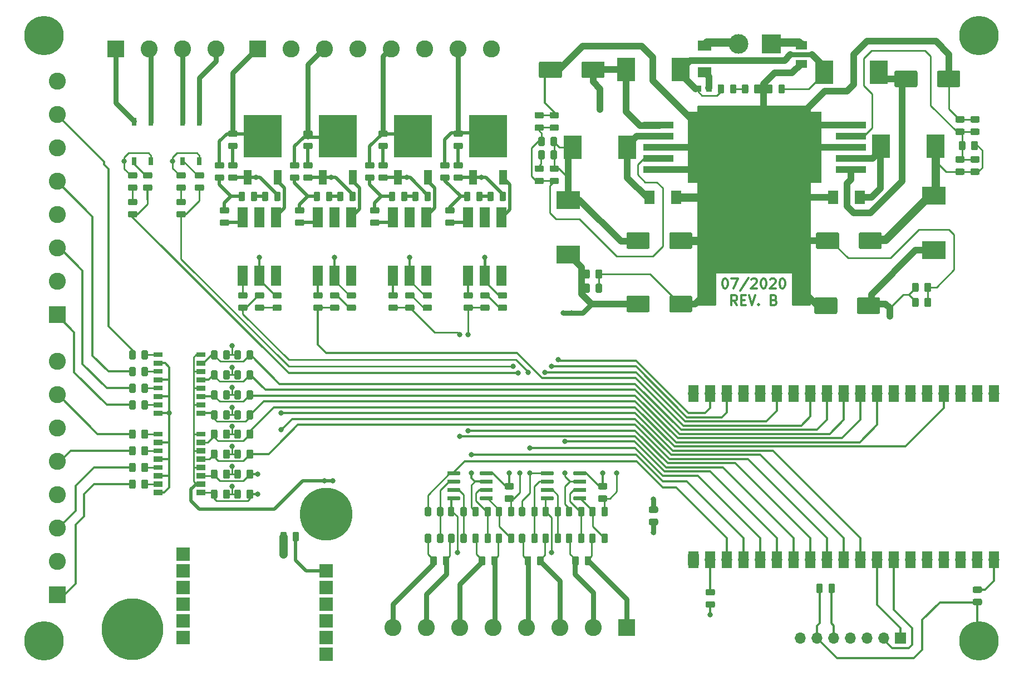
<source format=gbr>
G04 #@! TF.GenerationSoftware,KiCad,Pcbnew,(5.1.5)-3*
G04 #@! TF.CreationDate,2020-07-27T21:58:35-03:00*
G04 #@! TF.ProjectId,ESP32-BOARD,45535033-322d-4424-9f41-52442e6b6963,rev?*
G04 #@! TF.SameCoordinates,Original*
G04 #@! TF.FileFunction,Copper,L1,Top*
G04 #@! TF.FilePolarity,Positive*
%FSLAX46Y46*%
G04 Gerber Fmt 4.6, Leading zero omitted, Abs format (unit mm)*
G04 Created by KiCad (PCBNEW (5.1.5)-3) date 2020-07-27 21:58:35*
%MOMM*%
%LPD*%
G04 APERTURE LIST*
%ADD10C,0.300000*%
%ADD11R,1.500000X2.500000*%
%ADD12O,1.700000X1.700000*%
%ADD13R,1.700000X1.700000*%
%ADD14R,2.000000X2.000000*%
%ADD15C,1.700000*%
%ADD16R,1.600000X3.100000*%
%ADD17C,0.100000*%
%ADD18C,9.400000*%
%ADD19C,0.800000*%
%ADD20C,6.000000*%
%ADD21R,5.800000X6.400000*%
%ADD22R,1.200000X2.200000*%
%ADD23R,0.800000X1.200000*%
%ADD24C,2.600000*%
%ADD25R,2.600000X2.600000*%
%ADD26R,1.400000X0.800000*%
%ADD27C,3.000000*%
%ADD28R,3.000000X3.000000*%
%ADD29R,9.400000X10.800000*%
%ADD30R,4.600000X1.100000*%
%ADD31R,3.600000X2.700000*%
%ADD32R,2.700000X3.600000*%
%ADD33R,1.600000X2.000000*%
%ADD34R,2.000000X1.600000*%
%ADD35C,8.000000*%
%ADD36C,0.250000*%
%ADD37C,1.250000*%
%ADD38C,1.000000*%
%ADD39C,0.500000*%
%ADD40C,0.400000*%
%ADD41C,0.800000*%
%ADD42C,0.254000*%
G04 APERTURE END LIST*
D10*
X199279428Y-84136571D02*
X199422285Y-84136571D01*
X199565142Y-84208000D01*
X199636571Y-84279428D01*
X199708000Y-84422285D01*
X199779428Y-84708000D01*
X199779428Y-85065142D01*
X199708000Y-85350857D01*
X199636571Y-85493714D01*
X199565142Y-85565142D01*
X199422285Y-85636571D01*
X199279428Y-85636571D01*
X199136571Y-85565142D01*
X199065142Y-85493714D01*
X198993714Y-85350857D01*
X198922285Y-85065142D01*
X198922285Y-84708000D01*
X198993714Y-84422285D01*
X199065142Y-84279428D01*
X199136571Y-84208000D01*
X199279428Y-84136571D01*
X200279428Y-84136571D02*
X201279428Y-84136571D01*
X200636571Y-85636571D01*
X202922285Y-84065142D02*
X201636571Y-85993714D01*
X203350857Y-84279428D02*
X203422285Y-84208000D01*
X203565142Y-84136571D01*
X203922285Y-84136571D01*
X204065142Y-84208000D01*
X204136571Y-84279428D01*
X204208000Y-84422285D01*
X204208000Y-84565142D01*
X204136571Y-84779428D01*
X203279428Y-85636571D01*
X204208000Y-85636571D01*
X205136571Y-84136571D02*
X205279428Y-84136571D01*
X205422285Y-84208000D01*
X205493714Y-84279428D01*
X205565142Y-84422285D01*
X205636571Y-84708000D01*
X205636571Y-85065142D01*
X205565142Y-85350857D01*
X205493714Y-85493714D01*
X205422285Y-85565142D01*
X205279428Y-85636571D01*
X205136571Y-85636571D01*
X204993714Y-85565142D01*
X204922285Y-85493714D01*
X204850857Y-85350857D01*
X204779428Y-85065142D01*
X204779428Y-84708000D01*
X204850857Y-84422285D01*
X204922285Y-84279428D01*
X204993714Y-84208000D01*
X205136571Y-84136571D01*
X206208000Y-84279428D02*
X206279428Y-84208000D01*
X206422285Y-84136571D01*
X206779428Y-84136571D01*
X206922285Y-84208000D01*
X206993714Y-84279428D01*
X207065142Y-84422285D01*
X207065142Y-84565142D01*
X206993714Y-84779428D01*
X206136571Y-85636571D01*
X207065142Y-85636571D01*
X207993714Y-84136571D02*
X208136571Y-84136571D01*
X208279428Y-84208000D01*
X208350857Y-84279428D01*
X208422285Y-84422285D01*
X208493714Y-84708000D01*
X208493714Y-85065142D01*
X208422285Y-85350857D01*
X208350857Y-85493714D01*
X208279428Y-85565142D01*
X208136571Y-85636571D01*
X207993714Y-85636571D01*
X207850857Y-85565142D01*
X207779428Y-85493714D01*
X207708000Y-85350857D01*
X207636571Y-85065142D01*
X207636571Y-84708000D01*
X207708000Y-84422285D01*
X207779428Y-84279428D01*
X207850857Y-84208000D01*
X207993714Y-84136571D01*
X201172285Y-88186571D02*
X200672285Y-87472285D01*
X200315142Y-88186571D02*
X200315142Y-86686571D01*
X200886571Y-86686571D01*
X201029428Y-86758000D01*
X201100857Y-86829428D01*
X201172285Y-86972285D01*
X201172285Y-87186571D01*
X201100857Y-87329428D01*
X201029428Y-87400857D01*
X200886571Y-87472285D01*
X200315142Y-87472285D01*
X201815142Y-87400857D02*
X202315142Y-87400857D01*
X202529428Y-88186571D02*
X201815142Y-88186571D01*
X201815142Y-86686571D01*
X202529428Y-86686571D01*
X202958000Y-86686571D02*
X203458000Y-88186571D01*
X203958000Y-86686571D01*
X204458000Y-88043714D02*
X204529428Y-88115142D01*
X204458000Y-88186571D01*
X204386571Y-88115142D01*
X204458000Y-88043714D01*
X204458000Y-88186571D01*
X206815142Y-87400857D02*
X207029428Y-87472285D01*
X207100857Y-87543714D01*
X207172285Y-87686571D01*
X207172285Y-87900857D01*
X207100857Y-88043714D01*
X207029428Y-88115142D01*
X206886571Y-88186571D01*
X206315142Y-88186571D01*
X206315142Y-86686571D01*
X206815142Y-86686571D01*
X206958000Y-86758000D01*
X207029428Y-86829428D01*
X207100857Y-86972285D01*
X207100857Y-87115142D01*
X207029428Y-87258000D01*
X206958000Y-87329428D01*
X206815142Y-87400857D01*
X206315142Y-87400857D01*
D11*
X227584000Y-101676200D03*
X214884000Y-101676200D03*
X240284000Y-101676200D03*
X194564000Y-101676200D03*
X219964000Y-101676200D03*
X202184000Y-101676200D03*
X217424000Y-101676200D03*
X237744000Y-101676200D03*
X204724000Y-101676200D03*
X197104000Y-101676200D03*
X230124000Y-101676200D03*
X209804000Y-101676200D03*
X232664000Y-101676200D03*
X235204000Y-101676200D03*
X199644000Y-101676200D03*
X225044000Y-101676200D03*
X222504000Y-101676200D03*
X207264000Y-101676200D03*
X212344000Y-101676200D03*
D12*
X204698600Y-126974600D03*
X209778600Y-126974600D03*
D11*
X225018600Y-126974600D03*
X219938600Y-126974600D03*
D12*
X197078600Y-126974600D03*
D11*
X227558600Y-126974600D03*
X230098600Y-126974600D03*
X237718600Y-126974600D03*
X232638600Y-126974600D03*
X240258600Y-126974600D03*
X199618600Y-126974600D03*
X217398600Y-126974600D03*
D12*
X214858600Y-126974600D03*
X207238600Y-126974600D03*
D11*
X202158600Y-126974600D03*
X222478600Y-126974600D03*
X194538600Y-126974600D03*
D12*
X212318600Y-126974600D03*
D11*
X235178600Y-126974600D03*
D12*
X235204000Y-101676200D03*
X212344000Y-101676200D03*
X240284000Y-101676200D03*
X225044000Y-101676200D03*
X217424000Y-101676200D03*
X209804000Y-101676200D03*
X232664000Y-101676200D03*
X230124000Y-101676200D03*
X204724000Y-101676200D03*
X202184000Y-101676200D03*
X237744000Y-101676200D03*
X227584000Y-101676200D03*
X222504000Y-101676200D03*
X219964000Y-101676200D03*
X207264000Y-101676200D03*
X199644000Y-101676200D03*
X214884000Y-101676200D03*
X197104000Y-101676200D03*
X194564000Y-101676200D03*
X235178600Y-126974600D03*
D11*
X212318600Y-126974600D03*
D12*
X240258600Y-126974600D03*
X225018600Y-126974600D03*
X217398600Y-126974600D03*
D11*
X209778600Y-126974600D03*
D12*
X232638600Y-126974600D03*
X230098600Y-126974600D03*
D11*
X204698600Y-126974600D03*
D12*
X202158600Y-126974600D03*
X237718600Y-126974600D03*
X227558600Y-126974600D03*
X222478600Y-126974600D03*
X219938600Y-126974600D03*
D11*
X207238600Y-126974600D03*
D12*
X199618600Y-126974600D03*
D11*
X214858600Y-126974600D03*
X197078600Y-126974600D03*
D13*
X194538600Y-126974600D03*
D14*
X116903500Y-133731000D03*
X116903500Y-128651000D03*
X116903500Y-136271000D03*
X116903500Y-131191000D03*
X116903500Y-126111000D03*
X116903500Y-138811000D03*
X138645900Y-138836400D03*
X138645900Y-133756400D03*
X138645900Y-136296400D03*
X138645900Y-131216400D03*
X138645900Y-128676400D03*
X138645900Y-141376400D03*
D12*
X116903500Y-128651000D03*
X116903500Y-131191000D03*
X116903500Y-126111000D03*
X116903500Y-133731000D03*
X116903500Y-136271000D03*
X116903500Y-138811000D03*
X138645900Y-131216400D03*
X138645900Y-133756400D03*
X138645900Y-128676400D03*
X138645900Y-136296400D03*
X138645900Y-138836400D03*
D15*
X138645900Y-141376400D03*
D12*
X210820000Y-138938000D03*
X213360000Y-138938000D03*
X215900000Y-138938000D03*
X218440000Y-138938000D03*
X220980000Y-138938000D03*
X223520000Y-138938000D03*
D13*
X226060000Y-138938000D03*
D16*
X160274000Y-74803000D03*
X165354000Y-83693000D03*
X162814000Y-74803000D03*
X162814000Y-83693000D03*
X165354000Y-74803000D03*
X160274000Y-83693000D03*
G04 #@! TA.AperFunction,SMDPad,CuDef*
D17*
G36*
X188935442Y-120720174D02*
G01*
X188959103Y-120723684D01*
X188982307Y-120729496D01*
X189004829Y-120737554D01*
X189026453Y-120747782D01*
X189046970Y-120760079D01*
X189066183Y-120774329D01*
X189083907Y-120790393D01*
X189099971Y-120808117D01*
X189114221Y-120827330D01*
X189126518Y-120847847D01*
X189136746Y-120869471D01*
X189144804Y-120891993D01*
X189150616Y-120915197D01*
X189154126Y-120938858D01*
X189155300Y-120962750D01*
X189155300Y-121450250D01*
X189154126Y-121474142D01*
X189150616Y-121497803D01*
X189144804Y-121521007D01*
X189136746Y-121543529D01*
X189126518Y-121565153D01*
X189114221Y-121585670D01*
X189099971Y-121604883D01*
X189083907Y-121622607D01*
X189066183Y-121638671D01*
X189046970Y-121652921D01*
X189026453Y-121665218D01*
X189004829Y-121675446D01*
X188982307Y-121683504D01*
X188959103Y-121689316D01*
X188935442Y-121692826D01*
X188911550Y-121694000D01*
X187999050Y-121694000D01*
X187975158Y-121692826D01*
X187951497Y-121689316D01*
X187928293Y-121683504D01*
X187905771Y-121675446D01*
X187884147Y-121665218D01*
X187863630Y-121652921D01*
X187844417Y-121638671D01*
X187826693Y-121622607D01*
X187810629Y-121604883D01*
X187796379Y-121585670D01*
X187784082Y-121565153D01*
X187773854Y-121543529D01*
X187765796Y-121521007D01*
X187759984Y-121497803D01*
X187756474Y-121474142D01*
X187755300Y-121450250D01*
X187755300Y-120962750D01*
X187756474Y-120938858D01*
X187759984Y-120915197D01*
X187765796Y-120891993D01*
X187773854Y-120869471D01*
X187784082Y-120847847D01*
X187796379Y-120827330D01*
X187810629Y-120808117D01*
X187826693Y-120790393D01*
X187844417Y-120774329D01*
X187863630Y-120760079D01*
X187884147Y-120747782D01*
X187905771Y-120737554D01*
X187928293Y-120729496D01*
X187951497Y-120723684D01*
X187975158Y-120720174D01*
X187999050Y-120719000D01*
X188911550Y-120719000D01*
X188935442Y-120720174D01*
G37*
G04 #@! TD.AperFunction*
G04 #@! TA.AperFunction,SMDPad,CuDef*
G36*
X188935442Y-118845174D02*
G01*
X188959103Y-118848684D01*
X188982307Y-118854496D01*
X189004829Y-118862554D01*
X189026453Y-118872782D01*
X189046970Y-118885079D01*
X189066183Y-118899329D01*
X189083907Y-118915393D01*
X189099971Y-118933117D01*
X189114221Y-118952330D01*
X189126518Y-118972847D01*
X189136746Y-118994471D01*
X189144804Y-119016993D01*
X189150616Y-119040197D01*
X189154126Y-119063858D01*
X189155300Y-119087750D01*
X189155300Y-119575250D01*
X189154126Y-119599142D01*
X189150616Y-119622803D01*
X189144804Y-119646007D01*
X189136746Y-119668529D01*
X189126518Y-119690153D01*
X189114221Y-119710670D01*
X189099971Y-119729883D01*
X189083907Y-119747607D01*
X189066183Y-119763671D01*
X189046970Y-119777921D01*
X189026453Y-119790218D01*
X189004829Y-119800446D01*
X188982307Y-119808504D01*
X188959103Y-119814316D01*
X188935442Y-119817826D01*
X188911550Y-119819000D01*
X187999050Y-119819000D01*
X187975158Y-119817826D01*
X187951497Y-119814316D01*
X187928293Y-119808504D01*
X187905771Y-119800446D01*
X187884147Y-119790218D01*
X187863630Y-119777921D01*
X187844417Y-119763671D01*
X187826693Y-119747607D01*
X187810629Y-119729883D01*
X187796379Y-119710670D01*
X187784082Y-119690153D01*
X187773854Y-119668529D01*
X187765796Y-119646007D01*
X187759984Y-119622803D01*
X187756474Y-119599142D01*
X187755300Y-119575250D01*
X187755300Y-119087750D01*
X187756474Y-119063858D01*
X187759984Y-119040197D01*
X187765796Y-119016993D01*
X187773854Y-118994471D01*
X187784082Y-118972847D01*
X187796379Y-118952330D01*
X187810629Y-118933117D01*
X187826693Y-118915393D01*
X187844417Y-118899329D01*
X187863630Y-118885079D01*
X187884147Y-118872782D01*
X187905771Y-118862554D01*
X187928293Y-118854496D01*
X187951497Y-118848684D01*
X187975158Y-118845174D01*
X187999050Y-118844000D01*
X188911550Y-118844000D01*
X188935442Y-118845174D01*
G37*
G04 #@! TD.AperFunction*
D18*
X109207300Y-137541000D03*
G04 #@! TA.AperFunction,SMDPad,CuDef*
D17*
G36*
X171499442Y-126428174D02*
G01*
X171523103Y-126431684D01*
X171546307Y-126437496D01*
X171568829Y-126445554D01*
X171590453Y-126455782D01*
X171610970Y-126468079D01*
X171630183Y-126482329D01*
X171647907Y-126498393D01*
X171663971Y-126516117D01*
X171678221Y-126535330D01*
X171690518Y-126555847D01*
X171700746Y-126577471D01*
X171708804Y-126599993D01*
X171714616Y-126623197D01*
X171718126Y-126646858D01*
X171719300Y-126670750D01*
X171719300Y-127583250D01*
X171718126Y-127607142D01*
X171714616Y-127630803D01*
X171708804Y-127654007D01*
X171700746Y-127676529D01*
X171690518Y-127698153D01*
X171678221Y-127718670D01*
X171663971Y-127737883D01*
X171647907Y-127755607D01*
X171630183Y-127771671D01*
X171610970Y-127785921D01*
X171590453Y-127798218D01*
X171568829Y-127808446D01*
X171546307Y-127816504D01*
X171523103Y-127822316D01*
X171499442Y-127825826D01*
X171475550Y-127827000D01*
X170988050Y-127827000D01*
X170964158Y-127825826D01*
X170940497Y-127822316D01*
X170917293Y-127816504D01*
X170894771Y-127808446D01*
X170873147Y-127798218D01*
X170852630Y-127785921D01*
X170833417Y-127771671D01*
X170815693Y-127755607D01*
X170799629Y-127737883D01*
X170785379Y-127718670D01*
X170773082Y-127698153D01*
X170762854Y-127676529D01*
X170754796Y-127654007D01*
X170748984Y-127630803D01*
X170745474Y-127607142D01*
X170744300Y-127583250D01*
X170744300Y-126670750D01*
X170745474Y-126646858D01*
X170748984Y-126623197D01*
X170754796Y-126599993D01*
X170762854Y-126577471D01*
X170773082Y-126555847D01*
X170785379Y-126535330D01*
X170799629Y-126516117D01*
X170815693Y-126498393D01*
X170833417Y-126482329D01*
X170852630Y-126468079D01*
X170873147Y-126455782D01*
X170894771Y-126445554D01*
X170917293Y-126437496D01*
X170940497Y-126431684D01*
X170964158Y-126428174D01*
X170988050Y-126427000D01*
X171475550Y-126427000D01*
X171499442Y-126428174D01*
G37*
G04 #@! TD.AperFunction*
G04 #@! TA.AperFunction,SMDPad,CuDef*
G36*
X169624442Y-126428174D02*
G01*
X169648103Y-126431684D01*
X169671307Y-126437496D01*
X169693829Y-126445554D01*
X169715453Y-126455782D01*
X169735970Y-126468079D01*
X169755183Y-126482329D01*
X169772907Y-126498393D01*
X169788971Y-126516117D01*
X169803221Y-126535330D01*
X169815518Y-126555847D01*
X169825746Y-126577471D01*
X169833804Y-126599993D01*
X169839616Y-126623197D01*
X169843126Y-126646858D01*
X169844300Y-126670750D01*
X169844300Y-127583250D01*
X169843126Y-127607142D01*
X169839616Y-127630803D01*
X169833804Y-127654007D01*
X169825746Y-127676529D01*
X169815518Y-127698153D01*
X169803221Y-127718670D01*
X169788971Y-127737883D01*
X169772907Y-127755607D01*
X169755183Y-127771671D01*
X169735970Y-127785921D01*
X169715453Y-127798218D01*
X169693829Y-127808446D01*
X169671307Y-127816504D01*
X169648103Y-127822316D01*
X169624442Y-127825826D01*
X169600550Y-127827000D01*
X169113050Y-127827000D01*
X169089158Y-127825826D01*
X169065497Y-127822316D01*
X169042293Y-127816504D01*
X169019771Y-127808446D01*
X168998147Y-127798218D01*
X168977630Y-127785921D01*
X168958417Y-127771671D01*
X168940693Y-127755607D01*
X168924629Y-127737883D01*
X168910379Y-127718670D01*
X168898082Y-127698153D01*
X168887854Y-127676529D01*
X168879796Y-127654007D01*
X168873984Y-127630803D01*
X168870474Y-127607142D01*
X168869300Y-127583250D01*
X168869300Y-126670750D01*
X168870474Y-126646858D01*
X168873984Y-126623197D01*
X168879796Y-126599993D01*
X168887854Y-126577471D01*
X168898082Y-126555847D01*
X168910379Y-126535330D01*
X168924629Y-126516117D01*
X168940693Y-126498393D01*
X168958417Y-126482329D01*
X168977630Y-126468079D01*
X168998147Y-126455782D01*
X169019771Y-126445554D01*
X169042293Y-126437496D01*
X169065497Y-126431684D01*
X169089158Y-126428174D01*
X169113050Y-126427000D01*
X169600550Y-126427000D01*
X169624442Y-126428174D01*
G37*
G04 #@! TD.AperFunction*
G04 #@! TA.AperFunction,SMDPad,CuDef*
G36*
X164514442Y-126428174D02*
G01*
X164538103Y-126431684D01*
X164561307Y-126437496D01*
X164583829Y-126445554D01*
X164605453Y-126455782D01*
X164625970Y-126468079D01*
X164645183Y-126482329D01*
X164662907Y-126498393D01*
X164678971Y-126516117D01*
X164693221Y-126535330D01*
X164705518Y-126555847D01*
X164715746Y-126577471D01*
X164723804Y-126599993D01*
X164729616Y-126623197D01*
X164733126Y-126646858D01*
X164734300Y-126670750D01*
X164734300Y-127583250D01*
X164733126Y-127607142D01*
X164729616Y-127630803D01*
X164723804Y-127654007D01*
X164715746Y-127676529D01*
X164705518Y-127698153D01*
X164693221Y-127718670D01*
X164678971Y-127737883D01*
X164662907Y-127755607D01*
X164645183Y-127771671D01*
X164625970Y-127785921D01*
X164605453Y-127798218D01*
X164583829Y-127808446D01*
X164561307Y-127816504D01*
X164538103Y-127822316D01*
X164514442Y-127825826D01*
X164490550Y-127827000D01*
X164003050Y-127827000D01*
X163979158Y-127825826D01*
X163955497Y-127822316D01*
X163932293Y-127816504D01*
X163909771Y-127808446D01*
X163888147Y-127798218D01*
X163867630Y-127785921D01*
X163848417Y-127771671D01*
X163830693Y-127755607D01*
X163814629Y-127737883D01*
X163800379Y-127718670D01*
X163788082Y-127698153D01*
X163777854Y-127676529D01*
X163769796Y-127654007D01*
X163763984Y-127630803D01*
X163760474Y-127607142D01*
X163759300Y-127583250D01*
X163759300Y-126670750D01*
X163760474Y-126646858D01*
X163763984Y-126623197D01*
X163769796Y-126599993D01*
X163777854Y-126577471D01*
X163788082Y-126555847D01*
X163800379Y-126535330D01*
X163814629Y-126516117D01*
X163830693Y-126498393D01*
X163848417Y-126482329D01*
X163867630Y-126468079D01*
X163888147Y-126455782D01*
X163909771Y-126445554D01*
X163932293Y-126437496D01*
X163955497Y-126431684D01*
X163979158Y-126428174D01*
X164003050Y-126427000D01*
X164490550Y-126427000D01*
X164514442Y-126428174D01*
G37*
G04 #@! TD.AperFunction*
G04 #@! TA.AperFunction,SMDPad,CuDef*
G36*
X162639442Y-126428174D02*
G01*
X162663103Y-126431684D01*
X162686307Y-126437496D01*
X162708829Y-126445554D01*
X162730453Y-126455782D01*
X162750970Y-126468079D01*
X162770183Y-126482329D01*
X162787907Y-126498393D01*
X162803971Y-126516117D01*
X162818221Y-126535330D01*
X162830518Y-126555847D01*
X162840746Y-126577471D01*
X162848804Y-126599993D01*
X162854616Y-126623197D01*
X162858126Y-126646858D01*
X162859300Y-126670750D01*
X162859300Y-127583250D01*
X162858126Y-127607142D01*
X162854616Y-127630803D01*
X162848804Y-127654007D01*
X162840746Y-127676529D01*
X162830518Y-127698153D01*
X162818221Y-127718670D01*
X162803971Y-127737883D01*
X162787907Y-127755607D01*
X162770183Y-127771671D01*
X162750970Y-127785921D01*
X162730453Y-127798218D01*
X162708829Y-127808446D01*
X162686307Y-127816504D01*
X162663103Y-127822316D01*
X162639442Y-127825826D01*
X162615550Y-127827000D01*
X162128050Y-127827000D01*
X162104158Y-127825826D01*
X162080497Y-127822316D01*
X162057293Y-127816504D01*
X162034771Y-127808446D01*
X162013147Y-127798218D01*
X161992630Y-127785921D01*
X161973417Y-127771671D01*
X161955693Y-127755607D01*
X161939629Y-127737883D01*
X161925379Y-127718670D01*
X161913082Y-127698153D01*
X161902854Y-127676529D01*
X161894796Y-127654007D01*
X161888984Y-127630803D01*
X161885474Y-127607142D01*
X161884300Y-127583250D01*
X161884300Y-126670750D01*
X161885474Y-126646858D01*
X161888984Y-126623197D01*
X161894796Y-126599993D01*
X161902854Y-126577471D01*
X161913082Y-126555847D01*
X161925379Y-126535330D01*
X161939629Y-126516117D01*
X161955693Y-126498393D01*
X161973417Y-126482329D01*
X161992630Y-126468079D01*
X162013147Y-126455782D01*
X162034771Y-126445554D01*
X162057293Y-126437496D01*
X162080497Y-126431684D01*
X162104158Y-126428174D01*
X162128050Y-126427000D01*
X162615550Y-126427000D01*
X162639442Y-126428174D01*
G37*
G04 #@! TD.AperFunction*
G04 #@! TA.AperFunction,SMDPad,CuDef*
G36*
X157148442Y-126428174D02*
G01*
X157172103Y-126431684D01*
X157195307Y-126437496D01*
X157217829Y-126445554D01*
X157239453Y-126455782D01*
X157259970Y-126468079D01*
X157279183Y-126482329D01*
X157296907Y-126498393D01*
X157312971Y-126516117D01*
X157327221Y-126535330D01*
X157339518Y-126555847D01*
X157349746Y-126577471D01*
X157357804Y-126599993D01*
X157363616Y-126623197D01*
X157367126Y-126646858D01*
X157368300Y-126670750D01*
X157368300Y-127583250D01*
X157367126Y-127607142D01*
X157363616Y-127630803D01*
X157357804Y-127654007D01*
X157349746Y-127676529D01*
X157339518Y-127698153D01*
X157327221Y-127718670D01*
X157312971Y-127737883D01*
X157296907Y-127755607D01*
X157279183Y-127771671D01*
X157259970Y-127785921D01*
X157239453Y-127798218D01*
X157217829Y-127808446D01*
X157195307Y-127816504D01*
X157172103Y-127822316D01*
X157148442Y-127825826D01*
X157124550Y-127827000D01*
X156637050Y-127827000D01*
X156613158Y-127825826D01*
X156589497Y-127822316D01*
X156566293Y-127816504D01*
X156543771Y-127808446D01*
X156522147Y-127798218D01*
X156501630Y-127785921D01*
X156482417Y-127771671D01*
X156464693Y-127755607D01*
X156448629Y-127737883D01*
X156434379Y-127718670D01*
X156422082Y-127698153D01*
X156411854Y-127676529D01*
X156403796Y-127654007D01*
X156397984Y-127630803D01*
X156394474Y-127607142D01*
X156393300Y-127583250D01*
X156393300Y-126670750D01*
X156394474Y-126646858D01*
X156397984Y-126623197D01*
X156403796Y-126599993D01*
X156411854Y-126577471D01*
X156422082Y-126555847D01*
X156434379Y-126535330D01*
X156448629Y-126516117D01*
X156464693Y-126498393D01*
X156482417Y-126482329D01*
X156501630Y-126468079D01*
X156522147Y-126455782D01*
X156543771Y-126445554D01*
X156566293Y-126437496D01*
X156589497Y-126431684D01*
X156613158Y-126428174D01*
X156637050Y-126427000D01*
X157124550Y-126427000D01*
X157148442Y-126428174D01*
G37*
G04 #@! TD.AperFunction*
G04 #@! TA.AperFunction,SMDPad,CuDef*
G36*
X155273442Y-126428174D02*
G01*
X155297103Y-126431684D01*
X155320307Y-126437496D01*
X155342829Y-126445554D01*
X155364453Y-126455782D01*
X155384970Y-126468079D01*
X155404183Y-126482329D01*
X155421907Y-126498393D01*
X155437971Y-126516117D01*
X155452221Y-126535330D01*
X155464518Y-126555847D01*
X155474746Y-126577471D01*
X155482804Y-126599993D01*
X155488616Y-126623197D01*
X155492126Y-126646858D01*
X155493300Y-126670750D01*
X155493300Y-127583250D01*
X155492126Y-127607142D01*
X155488616Y-127630803D01*
X155482804Y-127654007D01*
X155474746Y-127676529D01*
X155464518Y-127698153D01*
X155452221Y-127718670D01*
X155437971Y-127737883D01*
X155421907Y-127755607D01*
X155404183Y-127771671D01*
X155384970Y-127785921D01*
X155364453Y-127798218D01*
X155342829Y-127808446D01*
X155320307Y-127816504D01*
X155297103Y-127822316D01*
X155273442Y-127825826D01*
X155249550Y-127827000D01*
X154762050Y-127827000D01*
X154738158Y-127825826D01*
X154714497Y-127822316D01*
X154691293Y-127816504D01*
X154668771Y-127808446D01*
X154647147Y-127798218D01*
X154626630Y-127785921D01*
X154607417Y-127771671D01*
X154589693Y-127755607D01*
X154573629Y-127737883D01*
X154559379Y-127718670D01*
X154547082Y-127698153D01*
X154536854Y-127676529D01*
X154528796Y-127654007D01*
X154522984Y-127630803D01*
X154519474Y-127607142D01*
X154518300Y-127583250D01*
X154518300Y-126670750D01*
X154519474Y-126646858D01*
X154522984Y-126623197D01*
X154528796Y-126599993D01*
X154536854Y-126577471D01*
X154547082Y-126555847D01*
X154559379Y-126535330D01*
X154573629Y-126516117D01*
X154589693Y-126498393D01*
X154607417Y-126482329D01*
X154626630Y-126468079D01*
X154647147Y-126455782D01*
X154668771Y-126445554D01*
X154691293Y-126437496D01*
X154714497Y-126431684D01*
X154738158Y-126428174D01*
X154762050Y-126427000D01*
X155249550Y-126427000D01*
X155273442Y-126428174D01*
G37*
G04 #@! TD.AperFunction*
D19*
X236207300Y-45339000D03*
X237985300Y-44577000D03*
X239763300Y-48895000D03*
X235445300Y-47117000D03*
X236207300Y-48895000D03*
X237985300Y-49657000D03*
X239763300Y-45339000D03*
X240525300Y-47117000D03*
D20*
X237985300Y-47117000D03*
D19*
X236207300Y-137541000D03*
X237985300Y-136779000D03*
X239763300Y-141097000D03*
X235445300Y-139319000D03*
X236207300Y-141097000D03*
X237985300Y-141859000D03*
X239763300Y-137541000D03*
X240525300Y-139319000D03*
D20*
X237985300Y-139319000D03*
D19*
X93967300Y-137541000D03*
X95745300Y-136779000D03*
X97523300Y-141097000D03*
X93205300Y-139319000D03*
X93967300Y-141097000D03*
X95745300Y-141859000D03*
X97523300Y-137541000D03*
X98285300Y-139319000D03*
D20*
X95745300Y-139319000D03*
D19*
X93967300Y-45339000D03*
X95745300Y-44577000D03*
X97523300Y-48895000D03*
X93205300Y-47117000D03*
X93967300Y-48895000D03*
X95745300Y-49657000D03*
X97523300Y-45339000D03*
X98285300Y-47117000D03*
D20*
X95745300Y-47117000D03*
G04 #@! TA.AperFunction,SMDPad,CuDef*
D17*
G36*
X147800142Y-61568174D02*
G01*
X147823803Y-61571684D01*
X147847007Y-61577496D01*
X147869529Y-61585554D01*
X147891153Y-61595782D01*
X147911670Y-61608079D01*
X147930883Y-61622329D01*
X147948607Y-61638393D01*
X147964671Y-61656117D01*
X147978921Y-61675330D01*
X147991218Y-61695847D01*
X148001446Y-61717471D01*
X148009504Y-61739993D01*
X148015316Y-61763197D01*
X148018826Y-61786858D01*
X148020000Y-61810750D01*
X148020000Y-62298250D01*
X148018826Y-62322142D01*
X148015316Y-62345803D01*
X148009504Y-62369007D01*
X148001446Y-62391529D01*
X147991218Y-62413153D01*
X147978921Y-62433670D01*
X147964671Y-62452883D01*
X147948607Y-62470607D01*
X147930883Y-62486671D01*
X147911670Y-62500921D01*
X147891153Y-62513218D01*
X147869529Y-62523446D01*
X147847007Y-62531504D01*
X147823803Y-62537316D01*
X147800142Y-62540826D01*
X147776250Y-62542000D01*
X146863750Y-62542000D01*
X146839858Y-62540826D01*
X146816197Y-62537316D01*
X146792993Y-62531504D01*
X146770471Y-62523446D01*
X146748847Y-62513218D01*
X146728330Y-62500921D01*
X146709117Y-62486671D01*
X146691393Y-62470607D01*
X146675329Y-62452883D01*
X146661079Y-62433670D01*
X146648782Y-62413153D01*
X146638554Y-62391529D01*
X146630496Y-62369007D01*
X146624684Y-62345803D01*
X146621174Y-62322142D01*
X146620000Y-62298250D01*
X146620000Y-61810750D01*
X146621174Y-61786858D01*
X146624684Y-61763197D01*
X146630496Y-61739993D01*
X146638554Y-61717471D01*
X146648782Y-61695847D01*
X146661079Y-61675330D01*
X146675329Y-61656117D01*
X146691393Y-61638393D01*
X146709117Y-61622329D01*
X146728330Y-61608079D01*
X146748847Y-61595782D01*
X146770471Y-61585554D01*
X146792993Y-61577496D01*
X146816197Y-61571684D01*
X146839858Y-61568174D01*
X146863750Y-61567000D01*
X147776250Y-61567000D01*
X147800142Y-61568174D01*
G37*
G04 #@! TD.AperFunction*
G04 #@! TA.AperFunction,SMDPad,CuDef*
G36*
X147800142Y-63443174D02*
G01*
X147823803Y-63446684D01*
X147847007Y-63452496D01*
X147869529Y-63460554D01*
X147891153Y-63470782D01*
X147911670Y-63483079D01*
X147930883Y-63497329D01*
X147948607Y-63513393D01*
X147964671Y-63531117D01*
X147978921Y-63550330D01*
X147991218Y-63570847D01*
X148001446Y-63592471D01*
X148009504Y-63614993D01*
X148015316Y-63638197D01*
X148018826Y-63661858D01*
X148020000Y-63685750D01*
X148020000Y-64173250D01*
X148018826Y-64197142D01*
X148015316Y-64220803D01*
X148009504Y-64244007D01*
X148001446Y-64266529D01*
X147991218Y-64288153D01*
X147978921Y-64308670D01*
X147964671Y-64327883D01*
X147948607Y-64345607D01*
X147930883Y-64361671D01*
X147911670Y-64375921D01*
X147891153Y-64388218D01*
X147869529Y-64398446D01*
X147847007Y-64406504D01*
X147823803Y-64412316D01*
X147800142Y-64415826D01*
X147776250Y-64417000D01*
X146863750Y-64417000D01*
X146839858Y-64415826D01*
X146816197Y-64412316D01*
X146792993Y-64406504D01*
X146770471Y-64398446D01*
X146748847Y-64388218D01*
X146728330Y-64375921D01*
X146709117Y-64361671D01*
X146691393Y-64345607D01*
X146675329Y-64327883D01*
X146661079Y-64308670D01*
X146648782Y-64288153D01*
X146638554Y-64266529D01*
X146630496Y-64244007D01*
X146624684Y-64220803D01*
X146621174Y-64197142D01*
X146620000Y-64173250D01*
X146620000Y-63685750D01*
X146621174Y-63661858D01*
X146624684Y-63638197D01*
X146630496Y-63614993D01*
X146638554Y-63592471D01*
X146648782Y-63570847D01*
X146661079Y-63550330D01*
X146675329Y-63531117D01*
X146691393Y-63513393D01*
X146709117Y-63497329D01*
X146728330Y-63483079D01*
X146748847Y-63470782D01*
X146770471Y-63460554D01*
X146792993Y-63452496D01*
X146816197Y-63446684D01*
X146839858Y-63443174D01*
X146863750Y-63442000D01*
X147776250Y-63442000D01*
X147800142Y-63443174D01*
G37*
G04 #@! TD.AperFunction*
G04 #@! TA.AperFunction,SMDPad,CuDef*
G36*
X136370142Y-61568174D02*
G01*
X136393803Y-61571684D01*
X136417007Y-61577496D01*
X136439529Y-61585554D01*
X136461153Y-61595782D01*
X136481670Y-61608079D01*
X136500883Y-61622329D01*
X136518607Y-61638393D01*
X136534671Y-61656117D01*
X136548921Y-61675330D01*
X136561218Y-61695847D01*
X136571446Y-61717471D01*
X136579504Y-61739993D01*
X136585316Y-61763197D01*
X136588826Y-61786858D01*
X136590000Y-61810750D01*
X136590000Y-62298250D01*
X136588826Y-62322142D01*
X136585316Y-62345803D01*
X136579504Y-62369007D01*
X136571446Y-62391529D01*
X136561218Y-62413153D01*
X136548921Y-62433670D01*
X136534671Y-62452883D01*
X136518607Y-62470607D01*
X136500883Y-62486671D01*
X136481670Y-62500921D01*
X136461153Y-62513218D01*
X136439529Y-62523446D01*
X136417007Y-62531504D01*
X136393803Y-62537316D01*
X136370142Y-62540826D01*
X136346250Y-62542000D01*
X135433750Y-62542000D01*
X135409858Y-62540826D01*
X135386197Y-62537316D01*
X135362993Y-62531504D01*
X135340471Y-62523446D01*
X135318847Y-62513218D01*
X135298330Y-62500921D01*
X135279117Y-62486671D01*
X135261393Y-62470607D01*
X135245329Y-62452883D01*
X135231079Y-62433670D01*
X135218782Y-62413153D01*
X135208554Y-62391529D01*
X135200496Y-62369007D01*
X135194684Y-62345803D01*
X135191174Y-62322142D01*
X135190000Y-62298250D01*
X135190000Y-61810750D01*
X135191174Y-61786858D01*
X135194684Y-61763197D01*
X135200496Y-61739993D01*
X135208554Y-61717471D01*
X135218782Y-61695847D01*
X135231079Y-61675330D01*
X135245329Y-61656117D01*
X135261393Y-61638393D01*
X135279117Y-61622329D01*
X135298330Y-61608079D01*
X135318847Y-61595782D01*
X135340471Y-61585554D01*
X135362993Y-61577496D01*
X135386197Y-61571684D01*
X135409858Y-61568174D01*
X135433750Y-61567000D01*
X136346250Y-61567000D01*
X136370142Y-61568174D01*
G37*
G04 #@! TD.AperFunction*
G04 #@! TA.AperFunction,SMDPad,CuDef*
G36*
X136370142Y-63443174D02*
G01*
X136393803Y-63446684D01*
X136417007Y-63452496D01*
X136439529Y-63460554D01*
X136461153Y-63470782D01*
X136481670Y-63483079D01*
X136500883Y-63497329D01*
X136518607Y-63513393D01*
X136534671Y-63531117D01*
X136548921Y-63550330D01*
X136561218Y-63570847D01*
X136571446Y-63592471D01*
X136579504Y-63614993D01*
X136585316Y-63638197D01*
X136588826Y-63661858D01*
X136590000Y-63685750D01*
X136590000Y-64173250D01*
X136588826Y-64197142D01*
X136585316Y-64220803D01*
X136579504Y-64244007D01*
X136571446Y-64266529D01*
X136561218Y-64288153D01*
X136548921Y-64308670D01*
X136534671Y-64327883D01*
X136518607Y-64345607D01*
X136500883Y-64361671D01*
X136481670Y-64375921D01*
X136461153Y-64388218D01*
X136439529Y-64398446D01*
X136417007Y-64406504D01*
X136393803Y-64412316D01*
X136370142Y-64415826D01*
X136346250Y-64417000D01*
X135433750Y-64417000D01*
X135409858Y-64415826D01*
X135386197Y-64412316D01*
X135362993Y-64406504D01*
X135340471Y-64398446D01*
X135318847Y-64388218D01*
X135298330Y-64375921D01*
X135279117Y-64361671D01*
X135261393Y-64345607D01*
X135245329Y-64327883D01*
X135231079Y-64308670D01*
X135218782Y-64288153D01*
X135208554Y-64266529D01*
X135200496Y-64244007D01*
X135194684Y-64220803D01*
X135191174Y-64197142D01*
X135190000Y-64173250D01*
X135190000Y-63685750D01*
X135191174Y-63661858D01*
X135194684Y-63638197D01*
X135200496Y-63614993D01*
X135208554Y-63592471D01*
X135218782Y-63570847D01*
X135231079Y-63550330D01*
X135245329Y-63531117D01*
X135261393Y-63513393D01*
X135279117Y-63497329D01*
X135298330Y-63483079D01*
X135318847Y-63470782D01*
X135340471Y-63460554D01*
X135362993Y-63452496D01*
X135386197Y-63446684D01*
X135409858Y-63443174D01*
X135433750Y-63442000D01*
X136346250Y-63442000D01*
X136370142Y-63443174D01*
G37*
G04 #@! TD.AperFunction*
G04 #@! TA.AperFunction,SMDPad,CuDef*
G36*
X124940142Y-61568174D02*
G01*
X124963803Y-61571684D01*
X124987007Y-61577496D01*
X125009529Y-61585554D01*
X125031153Y-61595782D01*
X125051670Y-61608079D01*
X125070883Y-61622329D01*
X125088607Y-61638393D01*
X125104671Y-61656117D01*
X125118921Y-61675330D01*
X125131218Y-61695847D01*
X125141446Y-61717471D01*
X125149504Y-61739993D01*
X125155316Y-61763197D01*
X125158826Y-61786858D01*
X125160000Y-61810750D01*
X125160000Y-62298250D01*
X125158826Y-62322142D01*
X125155316Y-62345803D01*
X125149504Y-62369007D01*
X125141446Y-62391529D01*
X125131218Y-62413153D01*
X125118921Y-62433670D01*
X125104671Y-62452883D01*
X125088607Y-62470607D01*
X125070883Y-62486671D01*
X125051670Y-62500921D01*
X125031153Y-62513218D01*
X125009529Y-62523446D01*
X124987007Y-62531504D01*
X124963803Y-62537316D01*
X124940142Y-62540826D01*
X124916250Y-62542000D01*
X124003750Y-62542000D01*
X123979858Y-62540826D01*
X123956197Y-62537316D01*
X123932993Y-62531504D01*
X123910471Y-62523446D01*
X123888847Y-62513218D01*
X123868330Y-62500921D01*
X123849117Y-62486671D01*
X123831393Y-62470607D01*
X123815329Y-62452883D01*
X123801079Y-62433670D01*
X123788782Y-62413153D01*
X123778554Y-62391529D01*
X123770496Y-62369007D01*
X123764684Y-62345803D01*
X123761174Y-62322142D01*
X123760000Y-62298250D01*
X123760000Y-61810750D01*
X123761174Y-61786858D01*
X123764684Y-61763197D01*
X123770496Y-61739993D01*
X123778554Y-61717471D01*
X123788782Y-61695847D01*
X123801079Y-61675330D01*
X123815329Y-61656117D01*
X123831393Y-61638393D01*
X123849117Y-61622329D01*
X123868330Y-61608079D01*
X123888847Y-61595782D01*
X123910471Y-61585554D01*
X123932993Y-61577496D01*
X123956197Y-61571684D01*
X123979858Y-61568174D01*
X124003750Y-61567000D01*
X124916250Y-61567000D01*
X124940142Y-61568174D01*
G37*
G04 #@! TD.AperFunction*
G04 #@! TA.AperFunction,SMDPad,CuDef*
G36*
X124940142Y-63443174D02*
G01*
X124963803Y-63446684D01*
X124987007Y-63452496D01*
X125009529Y-63460554D01*
X125031153Y-63470782D01*
X125051670Y-63483079D01*
X125070883Y-63497329D01*
X125088607Y-63513393D01*
X125104671Y-63531117D01*
X125118921Y-63550330D01*
X125131218Y-63570847D01*
X125141446Y-63592471D01*
X125149504Y-63614993D01*
X125155316Y-63638197D01*
X125158826Y-63661858D01*
X125160000Y-63685750D01*
X125160000Y-64173250D01*
X125158826Y-64197142D01*
X125155316Y-64220803D01*
X125149504Y-64244007D01*
X125141446Y-64266529D01*
X125131218Y-64288153D01*
X125118921Y-64308670D01*
X125104671Y-64327883D01*
X125088607Y-64345607D01*
X125070883Y-64361671D01*
X125051670Y-64375921D01*
X125031153Y-64388218D01*
X125009529Y-64398446D01*
X124987007Y-64406504D01*
X124963803Y-64412316D01*
X124940142Y-64415826D01*
X124916250Y-64417000D01*
X124003750Y-64417000D01*
X123979858Y-64415826D01*
X123956197Y-64412316D01*
X123932993Y-64406504D01*
X123910471Y-64398446D01*
X123888847Y-64388218D01*
X123868330Y-64375921D01*
X123849117Y-64361671D01*
X123831393Y-64345607D01*
X123815329Y-64327883D01*
X123801079Y-64308670D01*
X123788782Y-64288153D01*
X123778554Y-64266529D01*
X123770496Y-64244007D01*
X123764684Y-64220803D01*
X123761174Y-64197142D01*
X123760000Y-64173250D01*
X123760000Y-63685750D01*
X123761174Y-63661858D01*
X123764684Y-63638197D01*
X123770496Y-63614993D01*
X123778554Y-63592471D01*
X123788782Y-63570847D01*
X123801079Y-63550330D01*
X123815329Y-63531117D01*
X123831393Y-63513393D01*
X123849117Y-63497329D01*
X123868330Y-63483079D01*
X123888847Y-63470782D01*
X123910471Y-63460554D01*
X123932993Y-63452496D01*
X123956197Y-63446684D01*
X123979858Y-63443174D01*
X124003750Y-63442000D01*
X124916250Y-63442000D01*
X124940142Y-63443174D01*
G37*
G04 #@! TD.AperFunction*
G04 #@! TA.AperFunction,SMDPad,CuDef*
G36*
X147800142Y-68269174D02*
G01*
X147823803Y-68272684D01*
X147847007Y-68278496D01*
X147869529Y-68286554D01*
X147891153Y-68296782D01*
X147911670Y-68309079D01*
X147930883Y-68323329D01*
X147948607Y-68339393D01*
X147964671Y-68357117D01*
X147978921Y-68376330D01*
X147991218Y-68396847D01*
X148001446Y-68418471D01*
X148009504Y-68440993D01*
X148015316Y-68464197D01*
X148018826Y-68487858D01*
X148020000Y-68511750D01*
X148020000Y-68999250D01*
X148018826Y-69023142D01*
X148015316Y-69046803D01*
X148009504Y-69070007D01*
X148001446Y-69092529D01*
X147991218Y-69114153D01*
X147978921Y-69134670D01*
X147964671Y-69153883D01*
X147948607Y-69171607D01*
X147930883Y-69187671D01*
X147911670Y-69201921D01*
X147891153Y-69214218D01*
X147869529Y-69224446D01*
X147847007Y-69232504D01*
X147823803Y-69238316D01*
X147800142Y-69241826D01*
X147776250Y-69243000D01*
X146863750Y-69243000D01*
X146839858Y-69241826D01*
X146816197Y-69238316D01*
X146792993Y-69232504D01*
X146770471Y-69224446D01*
X146748847Y-69214218D01*
X146728330Y-69201921D01*
X146709117Y-69187671D01*
X146691393Y-69171607D01*
X146675329Y-69153883D01*
X146661079Y-69134670D01*
X146648782Y-69114153D01*
X146638554Y-69092529D01*
X146630496Y-69070007D01*
X146624684Y-69046803D01*
X146621174Y-69023142D01*
X146620000Y-68999250D01*
X146620000Y-68511750D01*
X146621174Y-68487858D01*
X146624684Y-68464197D01*
X146630496Y-68440993D01*
X146638554Y-68418471D01*
X146648782Y-68396847D01*
X146661079Y-68376330D01*
X146675329Y-68357117D01*
X146691393Y-68339393D01*
X146709117Y-68323329D01*
X146728330Y-68309079D01*
X146748847Y-68296782D01*
X146770471Y-68286554D01*
X146792993Y-68278496D01*
X146816197Y-68272684D01*
X146839858Y-68269174D01*
X146863750Y-68268000D01*
X147776250Y-68268000D01*
X147800142Y-68269174D01*
G37*
G04 #@! TD.AperFunction*
G04 #@! TA.AperFunction,SMDPad,CuDef*
G36*
X147800142Y-66394174D02*
G01*
X147823803Y-66397684D01*
X147847007Y-66403496D01*
X147869529Y-66411554D01*
X147891153Y-66421782D01*
X147911670Y-66434079D01*
X147930883Y-66448329D01*
X147948607Y-66464393D01*
X147964671Y-66482117D01*
X147978921Y-66501330D01*
X147991218Y-66521847D01*
X148001446Y-66543471D01*
X148009504Y-66565993D01*
X148015316Y-66589197D01*
X148018826Y-66612858D01*
X148020000Y-66636750D01*
X148020000Y-67124250D01*
X148018826Y-67148142D01*
X148015316Y-67171803D01*
X148009504Y-67195007D01*
X148001446Y-67217529D01*
X147991218Y-67239153D01*
X147978921Y-67259670D01*
X147964671Y-67278883D01*
X147948607Y-67296607D01*
X147930883Y-67312671D01*
X147911670Y-67326921D01*
X147891153Y-67339218D01*
X147869529Y-67349446D01*
X147847007Y-67357504D01*
X147823803Y-67363316D01*
X147800142Y-67366826D01*
X147776250Y-67368000D01*
X146863750Y-67368000D01*
X146839858Y-67366826D01*
X146816197Y-67363316D01*
X146792993Y-67357504D01*
X146770471Y-67349446D01*
X146748847Y-67339218D01*
X146728330Y-67326921D01*
X146709117Y-67312671D01*
X146691393Y-67296607D01*
X146675329Y-67278883D01*
X146661079Y-67259670D01*
X146648782Y-67239153D01*
X146638554Y-67217529D01*
X146630496Y-67195007D01*
X146624684Y-67171803D01*
X146621174Y-67148142D01*
X146620000Y-67124250D01*
X146620000Y-66636750D01*
X146621174Y-66612858D01*
X146624684Y-66589197D01*
X146630496Y-66565993D01*
X146638554Y-66543471D01*
X146648782Y-66521847D01*
X146661079Y-66501330D01*
X146675329Y-66482117D01*
X146691393Y-66464393D01*
X146709117Y-66448329D01*
X146728330Y-66434079D01*
X146748847Y-66421782D01*
X146770471Y-66411554D01*
X146792993Y-66403496D01*
X146816197Y-66397684D01*
X146839858Y-66394174D01*
X146863750Y-66393000D01*
X147776250Y-66393000D01*
X147800142Y-66394174D01*
G37*
G04 #@! TD.AperFunction*
G04 #@! TA.AperFunction,SMDPad,CuDef*
G36*
X136370142Y-68269174D02*
G01*
X136393803Y-68272684D01*
X136417007Y-68278496D01*
X136439529Y-68286554D01*
X136461153Y-68296782D01*
X136481670Y-68309079D01*
X136500883Y-68323329D01*
X136518607Y-68339393D01*
X136534671Y-68357117D01*
X136548921Y-68376330D01*
X136561218Y-68396847D01*
X136571446Y-68418471D01*
X136579504Y-68440993D01*
X136585316Y-68464197D01*
X136588826Y-68487858D01*
X136590000Y-68511750D01*
X136590000Y-68999250D01*
X136588826Y-69023142D01*
X136585316Y-69046803D01*
X136579504Y-69070007D01*
X136571446Y-69092529D01*
X136561218Y-69114153D01*
X136548921Y-69134670D01*
X136534671Y-69153883D01*
X136518607Y-69171607D01*
X136500883Y-69187671D01*
X136481670Y-69201921D01*
X136461153Y-69214218D01*
X136439529Y-69224446D01*
X136417007Y-69232504D01*
X136393803Y-69238316D01*
X136370142Y-69241826D01*
X136346250Y-69243000D01*
X135433750Y-69243000D01*
X135409858Y-69241826D01*
X135386197Y-69238316D01*
X135362993Y-69232504D01*
X135340471Y-69224446D01*
X135318847Y-69214218D01*
X135298330Y-69201921D01*
X135279117Y-69187671D01*
X135261393Y-69171607D01*
X135245329Y-69153883D01*
X135231079Y-69134670D01*
X135218782Y-69114153D01*
X135208554Y-69092529D01*
X135200496Y-69070007D01*
X135194684Y-69046803D01*
X135191174Y-69023142D01*
X135190000Y-68999250D01*
X135190000Y-68511750D01*
X135191174Y-68487858D01*
X135194684Y-68464197D01*
X135200496Y-68440993D01*
X135208554Y-68418471D01*
X135218782Y-68396847D01*
X135231079Y-68376330D01*
X135245329Y-68357117D01*
X135261393Y-68339393D01*
X135279117Y-68323329D01*
X135298330Y-68309079D01*
X135318847Y-68296782D01*
X135340471Y-68286554D01*
X135362993Y-68278496D01*
X135386197Y-68272684D01*
X135409858Y-68269174D01*
X135433750Y-68268000D01*
X136346250Y-68268000D01*
X136370142Y-68269174D01*
G37*
G04 #@! TD.AperFunction*
G04 #@! TA.AperFunction,SMDPad,CuDef*
G36*
X136370142Y-66394174D02*
G01*
X136393803Y-66397684D01*
X136417007Y-66403496D01*
X136439529Y-66411554D01*
X136461153Y-66421782D01*
X136481670Y-66434079D01*
X136500883Y-66448329D01*
X136518607Y-66464393D01*
X136534671Y-66482117D01*
X136548921Y-66501330D01*
X136561218Y-66521847D01*
X136571446Y-66543471D01*
X136579504Y-66565993D01*
X136585316Y-66589197D01*
X136588826Y-66612858D01*
X136590000Y-66636750D01*
X136590000Y-67124250D01*
X136588826Y-67148142D01*
X136585316Y-67171803D01*
X136579504Y-67195007D01*
X136571446Y-67217529D01*
X136561218Y-67239153D01*
X136548921Y-67259670D01*
X136534671Y-67278883D01*
X136518607Y-67296607D01*
X136500883Y-67312671D01*
X136481670Y-67326921D01*
X136461153Y-67339218D01*
X136439529Y-67349446D01*
X136417007Y-67357504D01*
X136393803Y-67363316D01*
X136370142Y-67366826D01*
X136346250Y-67368000D01*
X135433750Y-67368000D01*
X135409858Y-67366826D01*
X135386197Y-67363316D01*
X135362993Y-67357504D01*
X135340471Y-67349446D01*
X135318847Y-67339218D01*
X135298330Y-67326921D01*
X135279117Y-67312671D01*
X135261393Y-67296607D01*
X135245329Y-67278883D01*
X135231079Y-67259670D01*
X135218782Y-67239153D01*
X135208554Y-67217529D01*
X135200496Y-67195007D01*
X135194684Y-67171803D01*
X135191174Y-67148142D01*
X135190000Y-67124250D01*
X135190000Y-66636750D01*
X135191174Y-66612858D01*
X135194684Y-66589197D01*
X135200496Y-66565993D01*
X135208554Y-66543471D01*
X135218782Y-66521847D01*
X135231079Y-66501330D01*
X135245329Y-66482117D01*
X135261393Y-66464393D01*
X135279117Y-66448329D01*
X135298330Y-66434079D01*
X135318847Y-66421782D01*
X135340471Y-66411554D01*
X135362993Y-66403496D01*
X135386197Y-66397684D01*
X135409858Y-66394174D01*
X135433750Y-66393000D01*
X136346250Y-66393000D01*
X136370142Y-66394174D01*
G37*
G04 #@! TD.AperFunction*
G04 #@! TA.AperFunction,SMDPad,CuDef*
G36*
X124940142Y-68269174D02*
G01*
X124963803Y-68272684D01*
X124987007Y-68278496D01*
X125009529Y-68286554D01*
X125031153Y-68296782D01*
X125051670Y-68309079D01*
X125070883Y-68323329D01*
X125088607Y-68339393D01*
X125104671Y-68357117D01*
X125118921Y-68376330D01*
X125131218Y-68396847D01*
X125141446Y-68418471D01*
X125149504Y-68440993D01*
X125155316Y-68464197D01*
X125158826Y-68487858D01*
X125160000Y-68511750D01*
X125160000Y-68999250D01*
X125158826Y-69023142D01*
X125155316Y-69046803D01*
X125149504Y-69070007D01*
X125141446Y-69092529D01*
X125131218Y-69114153D01*
X125118921Y-69134670D01*
X125104671Y-69153883D01*
X125088607Y-69171607D01*
X125070883Y-69187671D01*
X125051670Y-69201921D01*
X125031153Y-69214218D01*
X125009529Y-69224446D01*
X124987007Y-69232504D01*
X124963803Y-69238316D01*
X124940142Y-69241826D01*
X124916250Y-69243000D01*
X124003750Y-69243000D01*
X123979858Y-69241826D01*
X123956197Y-69238316D01*
X123932993Y-69232504D01*
X123910471Y-69224446D01*
X123888847Y-69214218D01*
X123868330Y-69201921D01*
X123849117Y-69187671D01*
X123831393Y-69171607D01*
X123815329Y-69153883D01*
X123801079Y-69134670D01*
X123788782Y-69114153D01*
X123778554Y-69092529D01*
X123770496Y-69070007D01*
X123764684Y-69046803D01*
X123761174Y-69023142D01*
X123760000Y-68999250D01*
X123760000Y-68511750D01*
X123761174Y-68487858D01*
X123764684Y-68464197D01*
X123770496Y-68440993D01*
X123778554Y-68418471D01*
X123788782Y-68396847D01*
X123801079Y-68376330D01*
X123815329Y-68357117D01*
X123831393Y-68339393D01*
X123849117Y-68323329D01*
X123868330Y-68309079D01*
X123888847Y-68296782D01*
X123910471Y-68286554D01*
X123932993Y-68278496D01*
X123956197Y-68272684D01*
X123979858Y-68269174D01*
X124003750Y-68268000D01*
X124916250Y-68268000D01*
X124940142Y-68269174D01*
G37*
G04 #@! TD.AperFunction*
G04 #@! TA.AperFunction,SMDPad,CuDef*
G36*
X124940142Y-66394174D02*
G01*
X124963803Y-66397684D01*
X124987007Y-66403496D01*
X125009529Y-66411554D01*
X125031153Y-66421782D01*
X125051670Y-66434079D01*
X125070883Y-66448329D01*
X125088607Y-66464393D01*
X125104671Y-66482117D01*
X125118921Y-66501330D01*
X125131218Y-66521847D01*
X125141446Y-66543471D01*
X125149504Y-66565993D01*
X125155316Y-66589197D01*
X125158826Y-66612858D01*
X125160000Y-66636750D01*
X125160000Y-67124250D01*
X125158826Y-67148142D01*
X125155316Y-67171803D01*
X125149504Y-67195007D01*
X125141446Y-67217529D01*
X125131218Y-67239153D01*
X125118921Y-67259670D01*
X125104671Y-67278883D01*
X125088607Y-67296607D01*
X125070883Y-67312671D01*
X125051670Y-67326921D01*
X125031153Y-67339218D01*
X125009529Y-67349446D01*
X124987007Y-67357504D01*
X124963803Y-67363316D01*
X124940142Y-67366826D01*
X124916250Y-67368000D01*
X124003750Y-67368000D01*
X123979858Y-67366826D01*
X123956197Y-67363316D01*
X123932993Y-67357504D01*
X123910471Y-67349446D01*
X123888847Y-67339218D01*
X123868330Y-67326921D01*
X123849117Y-67312671D01*
X123831393Y-67296607D01*
X123815329Y-67278883D01*
X123801079Y-67259670D01*
X123788782Y-67239153D01*
X123778554Y-67217529D01*
X123770496Y-67195007D01*
X123764684Y-67171803D01*
X123761174Y-67148142D01*
X123760000Y-67124250D01*
X123760000Y-66636750D01*
X123761174Y-66612858D01*
X123764684Y-66589197D01*
X123770496Y-66565993D01*
X123778554Y-66543471D01*
X123788782Y-66521847D01*
X123801079Y-66501330D01*
X123815329Y-66482117D01*
X123831393Y-66464393D01*
X123849117Y-66448329D01*
X123868330Y-66434079D01*
X123888847Y-66421782D01*
X123910471Y-66411554D01*
X123932993Y-66403496D01*
X123956197Y-66397684D01*
X123979858Y-66394174D01*
X124003750Y-66393000D01*
X124916250Y-66393000D01*
X124940142Y-66394174D01*
G37*
G04 #@! TD.AperFunction*
G04 #@! TA.AperFunction,SMDPad,CuDef*
G36*
X165961142Y-88081174D02*
G01*
X165984803Y-88084684D01*
X166008007Y-88090496D01*
X166030529Y-88098554D01*
X166052153Y-88108782D01*
X166072670Y-88121079D01*
X166091883Y-88135329D01*
X166109607Y-88151393D01*
X166125671Y-88169117D01*
X166139921Y-88188330D01*
X166152218Y-88208847D01*
X166162446Y-88230471D01*
X166170504Y-88252993D01*
X166176316Y-88276197D01*
X166179826Y-88299858D01*
X166181000Y-88323750D01*
X166181000Y-88811250D01*
X166179826Y-88835142D01*
X166176316Y-88858803D01*
X166170504Y-88882007D01*
X166162446Y-88904529D01*
X166152218Y-88926153D01*
X166139921Y-88946670D01*
X166125671Y-88965883D01*
X166109607Y-88983607D01*
X166091883Y-88999671D01*
X166072670Y-89013921D01*
X166052153Y-89026218D01*
X166030529Y-89036446D01*
X166008007Y-89044504D01*
X165984803Y-89050316D01*
X165961142Y-89053826D01*
X165937250Y-89055000D01*
X165024750Y-89055000D01*
X165000858Y-89053826D01*
X164977197Y-89050316D01*
X164953993Y-89044504D01*
X164931471Y-89036446D01*
X164909847Y-89026218D01*
X164889330Y-89013921D01*
X164870117Y-88999671D01*
X164852393Y-88983607D01*
X164836329Y-88965883D01*
X164822079Y-88946670D01*
X164809782Y-88926153D01*
X164799554Y-88904529D01*
X164791496Y-88882007D01*
X164785684Y-88858803D01*
X164782174Y-88835142D01*
X164781000Y-88811250D01*
X164781000Y-88323750D01*
X164782174Y-88299858D01*
X164785684Y-88276197D01*
X164791496Y-88252993D01*
X164799554Y-88230471D01*
X164809782Y-88208847D01*
X164822079Y-88188330D01*
X164836329Y-88169117D01*
X164852393Y-88151393D01*
X164870117Y-88135329D01*
X164889330Y-88121079D01*
X164909847Y-88108782D01*
X164931471Y-88098554D01*
X164953993Y-88090496D01*
X164977197Y-88084684D01*
X165000858Y-88081174D01*
X165024750Y-88080000D01*
X165937250Y-88080000D01*
X165961142Y-88081174D01*
G37*
G04 #@! TD.AperFunction*
G04 #@! TA.AperFunction,SMDPad,CuDef*
G36*
X165961142Y-86206174D02*
G01*
X165984803Y-86209684D01*
X166008007Y-86215496D01*
X166030529Y-86223554D01*
X166052153Y-86233782D01*
X166072670Y-86246079D01*
X166091883Y-86260329D01*
X166109607Y-86276393D01*
X166125671Y-86294117D01*
X166139921Y-86313330D01*
X166152218Y-86333847D01*
X166162446Y-86355471D01*
X166170504Y-86377993D01*
X166176316Y-86401197D01*
X166179826Y-86424858D01*
X166181000Y-86448750D01*
X166181000Y-86936250D01*
X166179826Y-86960142D01*
X166176316Y-86983803D01*
X166170504Y-87007007D01*
X166162446Y-87029529D01*
X166152218Y-87051153D01*
X166139921Y-87071670D01*
X166125671Y-87090883D01*
X166109607Y-87108607D01*
X166091883Y-87124671D01*
X166072670Y-87138921D01*
X166052153Y-87151218D01*
X166030529Y-87161446D01*
X166008007Y-87169504D01*
X165984803Y-87175316D01*
X165961142Y-87178826D01*
X165937250Y-87180000D01*
X165024750Y-87180000D01*
X165000858Y-87178826D01*
X164977197Y-87175316D01*
X164953993Y-87169504D01*
X164931471Y-87161446D01*
X164909847Y-87151218D01*
X164889330Y-87138921D01*
X164870117Y-87124671D01*
X164852393Y-87108607D01*
X164836329Y-87090883D01*
X164822079Y-87071670D01*
X164809782Y-87051153D01*
X164799554Y-87029529D01*
X164791496Y-87007007D01*
X164785684Y-86983803D01*
X164782174Y-86960142D01*
X164781000Y-86936250D01*
X164781000Y-86448750D01*
X164782174Y-86424858D01*
X164785684Y-86401197D01*
X164791496Y-86377993D01*
X164799554Y-86355471D01*
X164809782Y-86333847D01*
X164822079Y-86313330D01*
X164836329Y-86294117D01*
X164852393Y-86276393D01*
X164870117Y-86260329D01*
X164889330Y-86246079D01*
X164909847Y-86233782D01*
X164931471Y-86223554D01*
X164953993Y-86215496D01*
X164977197Y-86209684D01*
X165000858Y-86206174D01*
X165024750Y-86205000D01*
X165937250Y-86205000D01*
X165961142Y-86206174D01*
G37*
G04 #@! TD.AperFunction*
G04 #@! TA.AperFunction,SMDPad,CuDef*
G36*
X154531142Y-88081174D02*
G01*
X154554803Y-88084684D01*
X154578007Y-88090496D01*
X154600529Y-88098554D01*
X154622153Y-88108782D01*
X154642670Y-88121079D01*
X154661883Y-88135329D01*
X154679607Y-88151393D01*
X154695671Y-88169117D01*
X154709921Y-88188330D01*
X154722218Y-88208847D01*
X154732446Y-88230471D01*
X154740504Y-88252993D01*
X154746316Y-88276197D01*
X154749826Y-88299858D01*
X154751000Y-88323750D01*
X154751000Y-88811250D01*
X154749826Y-88835142D01*
X154746316Y-88858803D01*
X154740504Y-88882007D01*
X154732446Y-88904529D01*
X154722218Y-88926153D01*
X154709921Y-88946670D01*
X154695671Y-88965883D01*
X154679607Y-88983607D01*
X154661883Y-88999671D01*
X154642670Y-89013921D01*
X154622153Y-89026218D01*
X154600529Y-89036446D01*
X154578007Y-89044504D01*
X154554803Y-89050316D01*
X154531142Y-89053826D01*
X154507250Y-89055000D01*
X153594750Y-89055000D01*
X153570858Y-89053826D01*
X153547197Y-89050316D01*
X153523993Y-89044504D01*
X153501471Y-89036446D01*
X153479847Y-89026218D01*
X153459330Y-89013921D01*
X153440117Y-88999671D01*
X153422393Y-88983607D01*
X153406329Y-88965883D01*
X153392079Y-88946670D01*
X153379782Y-88926153D01*
X153369554Y-88904529D01*
X153361496Y-88882007D01*
X153355684Y-88858803D01*
X153352174Y-88835142D01*
X153351000Y-88811250D01*
X153351000Y-88323750D01*
X153352174Y-88299858D01*
X153355684Y-88276197D01*
X153361496Y-88252993D01*
X153369554Y-88230471D01*
X153379782Y-88208847D01*
X153392079Y-88188330D01*
X153406329Y-88169117D01*
X153422393Y-88151393D01*
X153440117Y-88135329D01*
X153459330Y-88121079D01*
X153479847Y-88108782D01*
X153501471Y-88098554D01*
X153523993Y-88090496D01*
X153547197Y-88084684D01*
X153570858Y-88081174D01*
X153594750Y-88080000D01*
X154507250Y-88080000D01*
X154531142Y-88081174D01*
G37*
G04 #@! TD.AperFunction*
G04 #@! TA.AperFunction,SMDPad,CuDef*
G36*
X154531142Y-86206174D02*
G01*
X154554803Y-86209684D01*
X154578007Y-86215496D01*
X154600529Y-86223554D01*
X154622153Y-86233782D01*
X154642670Y-86246079D01*
X154661883Y-86260329D01*
X154679607Y-86276393D01*
X154695671Y-86294117D01*
X154709921Y-86313330D01*
X154722218Y-86333847D01*
X154732446Y-86355471D01*
X154740504Y-86377993D01*
X154746316Y-86401197D01*
X154749826Y-86424858D01*
X154751000Y-86448750D01*
X154751000Y-86936250D01*
X154749826Y-86960142D01*
X154746316Y-86983803D01*
X154740504Y-87007007D01*
X154732446Y-87029529D01*
X154722218Y-87051153D01*
X154709921Y-87071670D01*
X154695671Y-87090883D01*
X154679607Y-87108607D01*
X154661883Y-87124671D01*
X154642670Y-87138921D01*
X154622153Y-87151218D01*
X154600529Y-87161446D01*
X154578007Y-87169504D01*
X154554803Y-87175316D01*
X154531142Y-87178826D01*
X154507250Y-87180000D01*
X153594750Y-87180000D01*
X153570858Y-87178826D01*
X153547197Y-87175316D01*
X153523993Y-87169504D01*
X153501471Y-87161446D01*
X153479847Y-87151218D01*
X153459330Y-87138921D01*
X153440117Y-87124671D01*
X153422393Y-87108607D01*
X153406329Y-87090883D01*
X153392079Y-87071670D01*
X153379782Y-87051153D01*
X153369554Y-87029529D01*
X153361496Y-87007007D01*
X153355684Y-86983803D01*
X153352174Y-86960142D01*
X153351000Y-86936250D01*
X153351000Y-86448750D01*
X153352174Y-86424858D01*
X153355684Y-86401197D01*
X153361496Y-86377993D01*
X153369554Y-86355471D01*
X153379782Y-86333847D01*
X153392079Y-86313330D01*
X153406329Y-86294117D01*
X153422393Y-86276393D01*
X153440117Y-86260329D01*
X153459330Y-86246079D01*
X153479847Y-86233782D01*
X153501471Y-86223554D01*
X153523993Y-86215496D01*
X153547197Y-86209684D01*
X153570858Y-86206174D01*
X153594750Y-86205000D01*
X154507250Y-86205000D01*
X154531142Y-86206174D01*
G37*
G04 #@! TD.AperFunction*
G04 #@! TA.AperFunction,SMDPad,CuDef*
G36*
X142974142Y-88081174D02*
G01*
X142997803Y-88084684D01*
X143021007Y-88090496D01*
X143043529Y-88098554D01*
X143065153Y-88108782D01*
X143085670Y-88121079D01*
X143104883Y-88135329D01*
X143122607Y-88151393D01*
X143138671Y-88169117D01*
X143152921Y-88188330D01*
X143165218Y-88208847D01*
X143175446Y-88230471D01*
X143183504Y-88252993D01*
X143189316Y-88276197D01*
X143192826Y-88299858D01*
X143194000Y-88323750D01*
X143194000Y-88811250D01*
X143192826Y-88835142D01*
X143189316Y-88858803D01*
X143183504Y-88882007D01*
X143175446Y-88904529D01*
X143165218Y-88926153D01*
X143152921Y-88946670D01*
X143138671Y-88965883D01*
X143122607Y-88983607D01*
X143104883Y-88999671D01*
X143085670Y-89013921D01*
X143065153Y-89026218D01*
X143043529Y-89036446D01*
X143021007Y-89044504D01*
X142997803Y-89050316D01*
X142974142Y-89053826D01*
X142950250Y-89055000D01*
X142037750Y-89055000D01*
X142013858Y-89053826D01*
X141990197Y-89050316D01*
X141966993Y-89044504D01*
X141944471Y-89036446D01*
X141922847Y-89026218D01*
X141902330Y-89013921D01*
X141883117Y-88999671D01*
X141865393Y-88983607D01*
X141849329Y-88965883D01*
X141835079Y-88946670D01*
X141822782Y-88926153D01*
X141812554Y-88904529D01*
X141804496Y-88882007D01*
X141798684Y-88858803D01*
X141795174Y-88835142D01*
X141794000Y-88811250D01*
X141794000Y-88323750D01*
X141795174Y-88299858D01*
X141798684Y-88276197D01*
X141804496Y-88252993D01*
X141812554Y-88230471D01*
X141822782Y-88208847D01*
X141835079Y-88188330D01*
X141849329Y-88169117D01*
X141865393Y-88151393D01*
X141883117Y-88135329D01*
X141902330Y-88121079D01*
X141922847Y-88108782D01*
X141944471Y-88098554D01*
X141966993Y-88090496D01*
X141990197Y-88084684D01*
X142013858Y-88081174D01*
X142037750Y-88080000D01*
X142950250Y-88080000D01*
X142974142Y-88081174D01*
G37*
G04 #@! TD.AperFunction*
G04 #@! TA.AperFunction,SMDPad,CuDef*
G36*
X142974142Y-86206174D02*
G01*
X142997803Y-86209684D01*
X143021007Y-86215496D01*
X143043529Y-86223554D01*
X143065153Y-86233782D01*
X143085670Y-86246079D01*
X143104883Y-86260329D01*
X143122607Y-86276393D01*
X143138671Y-86294117D01*
X143152921Y-86313330D01*
X143165218Y-86333847D01*
X143175446Y-86355471D01*
X143183504Y-86377993D01*
X143189316Y-86401197D01*
X143192826Y-86424858D01*
X143194000Y-86448750D01*
X143194000Y-86936250D01*
X143192826Y-86960142D01*
X143189316Y-86983803D01*
X143183504Y-87007007D01*
X143175446Y-87029529D01*
X143165218Y-87051153D01*
X143152921Y-87071670D01*
X143138671Y-87090883D01*
X143122607Y-87108607D01*
X143104883Y-87124671D01*
X143085670Y-87138921D01*
X143065153Y-87151218D01*
X143043529Y-87161446D01*
X143021007Y-87169504D01*
X142997803Y-87175316D01*
X142974142Y-87178826D01*
X142950250Y-87180000D01*
X142037750Y-87180000D01*
X142013858Y-87178826D01*
X141990197Y-87175316D01*
X141966993Y-87169504D01*
X141944471Y-87161446D01*
X141922847Y-87151218D01*
X141902330Y-87138921D01*
X141883117Y-87124671D01*
X141865393Y-87108607D01*
X141849329Y-87090883D01*
X141835079Y-87071670D01*
X141822782Y-87051153D01*
X141812554Y-87029529D01*
X141804496Y-87007007D01*
X141798684Y-86983803D01*
X141795174Y-86960142D01*
X141794000Y-86936250D01*
X141794000Y-86448750D01*
X141795174Y-86424858D01*
X141798684Y-86401197D01*
X141804496Y-86377993D01*
X141812554Y-86355471D01*
X141822782Y-86333847D01*
X141835079Y-86313330D01*
X141849329Y-86294117D01*
X141865393Y-86276393D01*
X141883117Y-86260329D01*
X141902330Y-86246079D01*
X141922847Y-86233782D01*
X141944471Y-86223554D01*
X141966993Y-86215496D01*
X141990197Y-86209684D01*
X142013858Y-86206174D01*
X142037750Y-86205000D01*
X142950250Y-86205000D01*
X142974142Y-86206174D01*
G37*
G04 #@! TD.AperFunction*
G04 #@! TA.AperFunction,SMDPad,CuDef*
G36*
X131671142Y-88081174D02*
G01*
X131694803Y-88084684D01*
X131718007Y-88090496D01*
X131740529Y-88098554D01*
X131762153Y-88108782D01*
X131782670Y-88121079D01*
X131801883Y-88135329D01*
X131819607Y-88151393D01*
X131835671Y-88169117D01*
X131849921Y-88188330D01*
X131862218Y-88208847D01*
X131872446Y-88230471D01*
X131880504Y-88252993D01*
X131886316Y-88276197D01*
X131889826Y-88299858D01*
X131891000Y-88323750D01*
X131891000Y-88811250D01*
X131889826Y-88835142D01*
X131886316Y-88858803D01*
X131880504Y-88882007D01*
X131872446Y-88904529D01*
X131862218Y-88926153D01*
X131849921Y-88946670D01*
X131835671Y-88965883D01*
X131819607Y-88983607D01*
X131801883Y-88999671D01*
X131782670Y-89013921D01*
X131762153Y-89026218D01*
X131740529Y-89036446D01*
X131718007Y-89044504D01*
X131694803Y-89050316D01*
X131671142Y-89053826D01*
X131647250Y-89055000D01*
X130734750Y-89055000D01*
X130710858Y-89053826D01*
X130687197Y-89050316D01*
X130663993Y-89044504D01*
X130641471Y-89036446D01*
X130619847Y-89026218D01*
X130599330Y-89013921D01*
X130580117Y-88999671D01*
X130562393Y-88983607D01*
X130546329Y-88965883D01*
X130532079Y-88946670D01*
X130519782Y-88926153D01*
X130509554Y-88904529D01*
X130501496Y-88882007D01*
X130495684Y-88858803D01*
X130492174Y-88835142D01*
X130491000Y-88811250D01*
X130491000Y-88323750D01*
X130492174Y-88299858D01*
X130495684Y-88276197D01*
X130501496Y-88252993D01*
X130509554Y-88230471D01*
X130519782Y-88208847D01*
X130532079Y-88188330D01*
X130546329Y-88169117D01*
X130562393Y-88151393D01*
X130580117Y-88135329D01*
X130599330Y-88121079D01*
X130619847Y-88108782D01*
X130641471Y-88098554D01*
X130663993Y-88090496D01*
X130687197Y-88084684D01*
X130710858Y-88081174D01*
X130734750Y-88080000D01*
X131647250Y-88080000D01*
X131671142Y-88081174D01*
G37*
G04 #@! TD.AperFunction*
G04 #@! TA.AperFunction,SMDPad,CuDef*
G36*
X131671142Y-86206174D02*
G01*
X131694803Y-86209684D01*
X131718007Y-86215496D01*
X131740529Y-86223554D01*
X131762153Y-86233782D01*
X131782670Y-86246079D01*
X131801883Y-86260329D01*
X131819607Y-86276393D01*
X131835671Y-86294117D01*
X131849921Y-86313330D01*
X131862218Y-86333847D01*
X131872446Y-86355471D01*
X131880504Y-86377993D01*
X131886316Y-86401197D01*
X131889826Y-86424858D01*
X131891000Y-86448750D01*
X131891000Y-86936250D01*
X131889826Y-86960142D01*
X131886316Y-86983803D01*
X131880504Y-87007007D01*
X131872446Y-87029529D01*
X131862218Y-87051153D01*
X131849921Y-87071670D01*
X131835671Y-87090883D01*
X131819607Y-87108607D01*
X131801883Y-87124671D01*
X131782670Y-87138921D01*
X131762153Y-87151218D01*
X131740529Y-87161446D01*
X131718007Y-87169504D01*
X131694803Y-87175316D01*
X131671142Y-87178826D01*
X131647250Y-87180000D01*
X130734750Y-87180000D01*
X130710858Y-87178826D01*
X130687197Y-87175316D01*
X130663993Y-87169504D01*
X130641471Y-87161446D01*
X130619847Y-87151218D01*
X130599330Y-87138921D01*
X130580117Y-87124671D01*
X130562393Y-87108607D01*
X130546329Y-87090883D01*
X130532079Y-87071670D01*
X130519782Y-87051153D01*
X130509554Y-87029529D01*
X130501496Y-87007007D01*
X130495684Y-86983803D01*
X130492174Y-86960142D01*
X130491000Y-86936250D01*
X130491000Y-86448750D01*
X130492174Y-86424858D01*
X130495684Y-86401197D01*
X130501496Y-86377993D01*
X130509554Y-86355471D01*
X130519782Y-86333847D01*
X130532079Y-86313330D01*
X130546329Y-86294117D01*
X130562393Y-86276393D01*
X130580117Y-86260329D01*
X130599330Y-86246079D01*
X130619847Y-86233782D01*
X130641471Y-86223554D01*
X130663993Y-86215496D01*
X130687197Y-86209684D01*
X130710858Y-86206174D01*
X130734750Y-86205000D01*
X131647250Y-86205000D01*
X131671142Y-86206174D01*
G37*
G04 #@! TD.AperFunction*
D21*
X163322000Y-62416000D03*
D22*
X165602000Y-68716000D03*
X161042000Y-68716000D03*
D23*
X119380000Y-60246000D03*
X119380000Y-66246000D03*
X116840000Y-66246000D03*
X116840000Y-60246000D03*
G04 #@! TA.AperFunction,SMDPad,CuDef*
D17*
G36*
X163294142Y-88081174D02*
G01*
X163317803Y-88084684D01*
X163341007Y-88090496D01*
X163363529Y-88098554D01*
X163385153Y-88108782D01*
X163405670Y-88121079D01*
X163424883Y-88135329D01*
X163442607Y-88151393D01*
X163458671Y-88169117D01*
X163472921Y-88188330D01*
X163485218Y-88208847D01*
X163495446Y-88230471D01*
X163503504Y-88252993D01*
X163509316Y-88276197D01*
X163512826Y-88299858D01*
X163514000Y-88323750D01*
X163514000Y-88811250D01*
X163512826Y-88835142D01*
X163509316Y-88858803D01*
X163503504Y-88882007D01*
X163495446Y-88904529D01*
X163485218Y-88926153D01*
X163472921Y-88946670D01*
X163458671Y-88965883D01*
X163442607Y-88983607D01*
X163424883Y-88999671D01*
X163405670Y-89013921D01*
X163385153Y-89026218D01*
X163363529Y-89036446D01*
X163341007Y-89044504D01*
X163317803Y-89050316D01*
X163294142Y-89053826D01*
X163270250Y-89055000D01*
X162357750Y-89055000D01*
X162333858Y-89053826D01*
X162310197Y-89050316D01*
X162286993Y-89044504D01*
X162264471Y-89036446D01*
X162242847Y-89026218D01*
X162222330Y-89013921D01*
X162203117Y-88999671D01*
X162185393Y-88983607D01*
X162169329Y-88965883D01*
X162155079Y-88946670D01*
X162142782Y-88926153D01*
X162132554Y-88904529D01*
X162124496Y-88882007D01*
X162118684Y-88858803D01*
X162115174Y-88835142D01*
X162114000Y-88811250D01*
X162114000Y-88323750D01*
X162115174Y-88299858D01*
X162118684Y-88276197D01*
X162124496Y-88252993D01*
X162132554Y-88230471D01*
X162142782Y-88208847D01*
X162155079Y-88188330D01*
X162169329Y-88169117D01*
X162185393Y-88151393D01*
X162203117Y-88135329D01*
X162222330Y-88121079D01*
X162242847Y-88108782D01*
X162264471Y-88098554D01*
X162286993Y-88090496D01*
X162310197Y-88084684D01*
X162333858Y-88081174D01*
X162357750Y-88080000D01*
X163270250Y-88080000D01*
X163294142Y-88081174D01*
G37*
G04 #@! TD.AperFunction*
G04 #@! TA.AperFunction,SMDPad,CuDef*
G36*
X163294142Y-86206174D02*
G01*
X163317803Y-86209684D01*
X163341007Y-86215496D01*
X163363529Y-86223554D01*
X163385153Y-86233782D01*
X163405670Y-86246079D01*
X163424883Y-86260329D01*
X163442607Y-86276393D01*
X163458671Y-86294117D01*
X163472921Y-86313330D01*
X163485218Y-86333847D01*
X163495446Y-86355471D01*
X163503504Y-86377993D01*
X163509316Y-86401197D01*
X163512826Y-86424858D01*
X163514000Y-86448750D01*
X163514000Y-86936250D01*
X163512826Y-86960142D01*
X163509316Y-86983803D01*
X163503504Y-87007007D01*
X163495446Y-87029529D01*
X163485218Y-87051153D01*
X163472921Y-87071670D01*
X163458671Y-87090883D01*
X163442607Y-87108607D01*
X163424883Y-87124671D01*
X163405670Y-87138921D01*
X163385153Y-87151218D01*
X163363529Y-87161446D01*
X163341007Y-87169504D01*
X163317803Y-87175316D01*
X163294142Y-87178826D01*
X163270250Y-87180000D01*
X162357750Y-87180000D01*
X162333858Y-87178826D01*
X162310197Y-87175316D01*
X162286993Y-87169504D01*
X162264471Y-87161446D01*
X162242847Y-87151218D01*
X162222330Y-87138921D01*
X162203117Y-87124671D01*
X162185393Y-87108607D01*
X162169329Y-87090883D01*
X162155079Y-87071670D01*
X162142782Y-87051153D01*
X162132554Y-87029529D01*
X162124496Y-87007007D01*
X162118684Y-86983803D01*
X162115174Y-86960142D01*
X162114000Y-86936250D01*
X162114000Y-86448750D01*
X162115174Y-86424858D01*
X162118684Y-86401197D01*
X162124496Y-86377993D01*
X162132554Y-86355471D01*
X162142782Y-86333847D01*
X162155079Y-86313330D01*
X162169329Y-86294117D01*
X162185393Y-86276393D01*
X162203117Y-86260329D01*
X162222330Y-86246079D01*
X162242847Y-86233782D01*
X162264471Y-86223554D01*
X162286993Y-86215496D01*
X162310197Y-86209684D01*
X162333858Y-86206174D01*
X162357750Y-86205000D01*
X163270250Y-86205000D01*
X163294142Y-86206174D01*
G37*
G04 #@! TD.AperFunction*
G04 #@! TA.AperFunction,SMDPad,CuDef*
G36*
X151864142Y-88081174D02*
G01*
X151887803Y-88084684D01*
X151911007Y-88090496D01*
X151933529Y-88098554D01*
X151955153Y-88108782D01*
X151975670Y-88121079D01*
X151994883Y-88135329D01*
X152012607Y-88151393D01*
X152028671Y-88169117D01*
X152042921Y-88188330D01*
X152055218Y-88208847D01*
X152065446Y-88230471D01*
X152073504Y-88252993D01*
X152079316Y-88276197D01*
X152082826Y-88299858D01*
X152084000Y-88323750D01*
X152084000Y-88811250D01*
X152082826Y-88835142D01*
X152079316Y-88858803D01*
X152073504Y-88882007D01*
X152065446Y-88904529D01*
X152055218Y-88926153D01*
X152042921Y-88946670D01*
X152028671Y-88965883D01*
X152012607Y-88983607D01*
X151994883Y-88999671D01*
X151975670Y-89013921D01*
X151955153Y-89026218D01*
X151933529Y-89036446D01*
X151911007Y-89044504D01*
X151887803Y-89050316D01*
X151864142Y-89053826D01*
X151840250Y-89055000D01*
X150927750Y-89055000D01*
X150903858Y-89053826D01*
X150880197Y-89050316D01*
X150856993Y-89044504D01*
X150834471Y-89036446D01*
X150812847Y-89026218D01*
X150792330Y-89013921D01*
X150773117Y-88999671D01*
X150755393Y-88983607D01*
X150739329Y-88965883D01*
X150725079Y-88946670D01*
X150712782Y-88926153D01*
X150702554Y-88904529D01*
X150694496Y-88882007D01*
X150688684Y-88858803D01*
X150685174Y-88835142D01*
X150684000Y-88811250D01*
X150684000Y-88323750D01*
X150685174Y-88299858D01*
X150688684Y-88276197D01*
X150694496Y-88252993D01*
X150702554Y-88230471D01*
X150712782Y-88208847D01*
X150725079Y-88188330D01*
X150739329Y-88169117D01*
X150755393Y-88151393D01*
X150773117Y-88135329D01*
X150792330Y-88121079D01*
X150812847Y-88108782D01*
X150834471Y-88098554D01*
X150856993Y-88090496D01*
X150880197Y-88084684D01*
X150903858Y-88081174D01*
X150927750Y-88080000D01*
X151840250Y-88080000D01*
X151864142Y-88081174D01*
G37*
G04 #@! TD.AperFunction*
G04 #@! TA.AperFunction,SMDPad,CuDef*
G36*
X151864142Y-86206174D02*
G01*
X151887803Y-86209684D01*
X151911007Y-86215496D01*
X151933529Y-86223554D01*
X151955153Y-86233782D01*
X151975670Y-86246079D01*
X151994883Y-86260329D01*
X152012607Y-86276393D01*
X152028671Y-86294117D01*
X152042921Y-86313330D01*
X152055218Y-86333847D01*
X152065446Y-86355471D01*
X152073504Y-86377993D01*
X152079316Y-86401197D01*
X152082826Y-86424858D01*
X152084000Y-86448750D01*
X152084000Y-86936250D01*
X152082826Y-86960142D01*
X152079316Y-86983803D01*
X152073504Y-87007007D01*
X152065446Y-87029529D01*
X152055218Y-87051153D01*
X152042921Y-87071670D01*
X152028671Y-87090883D01*
X152012607Y-87108607D01*
X151994883Y-87124671D01*
X151975670Y-87138921D01*
X151955153Y-87151218D01*
X151933529Y-87161446D01*
X151911007Y-87169504D01*
X151887803Y-87175316D01*
X151864142Y-87178826D01*
X151840250Y-87180000D01*
X150927750Y-87180000D01*
X150903858Y-87178826D01*
X150880197Y-87175316D01*
X150856993Y-87169504D01*
X150834471Y-87161446D01*
X150812847Y-87151218D01*
X150792330Y-87138921D01*
X150773117Y-87124671D01*
X150755393Y-87108607D01*
X150739329Y-87090883D01*
X150725079Y-87071670D01*
X150712782Y-87051153D01*
X150702554Y-87029529D01*
X150694496Y-87007007D01*
X150688684Y-86983803D01*
X150685174Y-86960142D01*
X150684000Y-86936250D01*
X150684000Y-86448750D01*
X150685174Y-86424858D01*
X150688684Y-86401197D01*
X150694496Y-86377993D01*
X150702554Y-86355471D01*
X150712782Y-86333847D01*
X150725079Y-86313330D01*
X150739329Y-86294117D01*
X150755393Y-86276393D01*
X150773117Y-86260329D01*
X150792330Y-86246079D01*
X150812847Y-86233782D01*
X150834471Y-86223554D01*
X150856993Y-86215496D01*
X150880197Y-86209684D01*
X150903858Y-86206174D01*
X150927750Y-86205000D01*
X151840250Y-86205000D01*
X151864142Y-86206174D01*
G37*
G04 #@! TD.AperFunction*
G04 #@! TA.AperFunction,SMDPad,CuDef*
G36*
X140434142Y-88081174D02*
G01*
X140457803Y-88084684D01*
X140481007Y-88090496D01*
X140503529Y-88098554D01*
X140525153Y-88108782D01*
X140545670Y-88121079D01*
X140564883Y-88135329D01*
X140582607Y-88151393D01*
X140598671Y-88169117D01*
X140612921Y-88188330D01*
X140625218Y-88208847D01*
X140635446Y-88230471D01*
X140643504Y-88252993D01*
X140649316Y-88276197D01*
X140652826Y-88299858D01*
X140654000Y-88323750D01*
X140654000Y-88811250D01*
X140652826Y-88835142D01*
X140649316Y-88858803D01*
X140643504Y-88882007D01*
X140635446Y-88904529D01*
X140625218Y-88926153D01*
X140612921Y-88946670D01*
X140598671Y-88965883D01*
X140582607Y-88983607D01*
X140564883Y-88999671D01*
X140545670Y-89013921D01*
X140525153Y-89026218D01*
X140503529Y-89036446D01*
X140481007Y-89044504D01*
X140457803Y-89050316D01*
X140434142Y-89053826D01*
X140410250Y-89055000D01*
X139497750Y-89055000D01*
X139473858Y-89053826D01*
X139450197Y-89050316D01*
X139426993Y-89044504D01*
X139404471Y-89036446D01*
X139382847Y-89026218D01*
X139362330Y-89013921D01*
X139343117Y-88999671D01*
X139325393Y-88983607D01*
X139309329Y-88965883D01*
X139295079Y-88946670D01*
X139282782Y-88926153D01*
X139272554Y-88904529D01*
X139264496Y-88882007D01*
X139258684Y-88858803D01*
X139255174Y-88835142D01*
X139254000Y-88811250D01*
X139254000Y-88323750D01*
X139255174Y-88299858D01*
X139258684Y-88276197D01*
X139264496Y-88252993D01*
X139272554Y-88230471D01*
X139282782Y-88208847D01*
X139295079Y-88188330D01*
X139309329Y-88169117D01*
X139325393Y-88151393D01*
X139343117Y-88135329D01*
X139362330Y-88121079D01*
X139382847Y-88108782D01*
X139404471Y-88098554D01*
X139426993Y-88090496D01*
X139450197Y-88084684D01*
X139473858Y-88081174D01*
X139497750Y-88080000D01*
X140410250Y-88080000D01*
X140434142Y-88081174D01*
G37*
G04 #@! TD.AperFunction*
G04 #@! TA.AperFunction,SMDPad,CuDef*
G36*
X140434142Y-86206174D02*
G01*
X140457803Y-86209684D01*
X140481007Y-86215496D01*
X140503529Y-86223554D01*
X140525153Y-86233782D01*
X140545670Y-86246079D01*
X140564883Y-86260329D01*
X140582607Y-86276393D01*
X140598671Y-86294117D01*
X140612921Y-86313330D01*
X140625218Y-86333847D01*
X140635446Y-86355471D01*
X140643504Y-86377993D01*
X140649316Y-86401197D01*
X140652826Y-86424858D01*
X140654000Y-86448750D01*
X140654000Y-86936250D01*
X140652826Y-86960142D01*
X140649316Y-86983803D01*
X140643504Y-87007007D01*
X140635446Y-87029529D01*
X140625218Y-87051153D01*
X140612921Y-87071670D01*
X140598671Y-87090883D01*
X140582607Y-87108607D01*
X140564883Y-87124671D01*
X140545670Y-87138921D01*
X140525153Y-87151218D01*
X140503529Y-87161446D01*
X140481007Y-87169504D01*
X140457803Y-87175316D01*
X140434142Y-87178826D01*
X140410250Y-87180000D01*
X139497750Y-87180000D01*
X139473858Y-87178826D01*
X139450197Y-87175316D01*
X139426993Y-87169504D01*
X139404471Y-87161446D01*
X139382847Y-87151218D01*
X139362330Y-87138921D01*
X139343117Y-87124671D01*
X139325393Y-87108607D01*
X139309329Y-87090883D01*
X139295079Y-87071670D01*
X139282782Y-87051153D01*
X139272554Y-87029529D01*
X139264496Y-87007007D01*
X139258684Y-86983803D01*
X139255174Y-86960142D01*
X139254000Y-86936250D01*
X139254000Y-86448750D01*
X139255174Y-86424858D01*
X139258684Y-86401197D01*
X139264496Y-86377993D01*
X139272554Y-86355471D01*
X139282782Y-86333847D01*
X139295079Y-86313330D01*
X139309329Y-86294117D01*
X139325393Y-86276393D01*
X139343117Y-86260329D01*
X139362330Y-86246079D01*
X139382847Y-86233782D01*
X139404471Y-86223554D01*
X139426993Y-86215496D01*
X139450197Y-86209684D01*
X139473858Y-86206174D01*
X139497750Y-86205000D01*
X140410250Y-86205000D01*
X140434142Y-86206174D01*
G37*
G04 #@! TD.AperFunction*
G04 #@! TA.AperFunction,SMDPad,CuDef*
G36*
X129004142Y-86206174D02*
G01*
X129027803Y-86209684D01*
X129051007Y-86215496D01*
X129073529Y-86223554D01*
X129095153Y-86233782D01*
X129115670Y-86246079D01*
X129134883Y-86260329D01*
X129152607Y-86276393D01*
X129168671Y-86294117D01*
X129182921Y-86313330D01*
X129195218Y-86333847D01*
X129205446Y-86355471D01*
X129213504Y-86377993D01*
X129219316Y-86401197D01*
X129222826Y-86424858D01*
X129224000Y-86448750D01*
X129224000Y-86936250D01*
X129222826Y-86960142D01*
X129219316Y-86983803D01*
X129213504Y-87007007D01*
X129205446Y-87029529D01*
X129195218Y-87051153D01*
X129182921Y-87071670D01*
X129168671Y-87090883D01*
X129152607Y-87108607D01*
X129134883Y-87124671D01*
X129115670Y-87138921D01*
X129095153Y-87151218D01*
X129073529Y-87161446D01*
X129051007Y-87169504D01*
X129027803Y-87175316D01*
X129004142Y-87178826D01*
X128980250Y-87180000D01*
X128067750Y-87180000D01*
X128043858Y-87178826D01*
X128020197Y-87175316D01*
X127996993Y-87169504D01*
X127974471Y-87161446D01*
X127952847Y-87151218D01*
X127932330Y-87138921D01*
X127913117Y-87124671D01*
X127895393Y-87108607D01*
X127879329Y-87090883D01*
X127865079Y-87071670D01*
X127852782Y-87051153D01*
X127842554Y-87029529D01*
X127834496Y-87007007D01*
X127828684Y-86983803D01*
X127825174Y-86960142D01*
X127824000Y-86936250D01*
X127824000Y-86448750D01*
X127825174Y-86424858D01*
X127828684Y-86401197D01*
X127834496Y-86377993D01*
X127842554Y-86355471D01*
X127852782Y-86333847D01*
X127865079Y-86313330D01*
X127879329Y-86294117D01*
X127895393Y-86276393D01*
X127913117Y-86260329D01*
X127932330Y-86246079D01*
X127952847Y-86233782D01*
X127974471Y-86223554D01*
X127996993Y-86215496D01*
X128020197Y-86209684D01*
X128043858Y-86206174D01*
X128067750Y-86205000D01*
X128980250Y-86205000D01*
X129004142Y-86206174D01*
G37*
G04 #@! TD.AperFunction*
G04 #@! TA.AperFunction,SMDPad,CuDef*
G36*
X129004142Y-88081174D02*
G01*
X129027803Y-88084684D01*
X129051007Y-88090496D01*
X129073529Y-88098554D01*
X129095153Y-88108782D01*
X129115670Y-88121079D01*
X129134883Y-88135329D01*
X129152607Y-88151393D01*
X129168671Y-88169117D01*
X129182921Y-88188330D01*
X129195218Y-88208847D01*
X129205446Y-88230471D01*
X129213504Y-88252993D01*
X129219316Y-88276197D01*
X129222826Y-88299858D01*
X129224000Y-88323750D01*
X129224000Y-88811250D01*
X129222826Y-88835142D01*
X129219316Y-88858803D01*
X129213504Y-88882007D01*
X129205446Y-88904529D01*
X129195218Y-88926153D01*
X129182921Y-88946670D01*
X129168671Y-88965883D01*
X129152607Y-88983607D01*
X129134883Y-88999671D01*
X129115670Y-89013921D01*
X129095153Y-89026218D01*
X129073529Y-89036446D01*
X129051007Y-89044504D01*
X129027803Y-89050316D01*
X129004142Y-89053826D01*
X128980250Y-89055000D01*
X128067750Y-89055000D01*
X128043858Y-89053826D01*
X128020197Y-89050316D01*
X127996993Y-89044504D01*
X127974471Y-89036446D01*
X127952847Y-89026218D01*
X127932330Y-89013921D01*
X127913117Y-88999671D01*
X127895393Y-88983607D01*
X127879329Y-88965883D01*
X127865079Y-88946670D01*
X127852782Y-88926153D01*
X127842554Y-88904529D01*
X127834496Y-88882007D01*
X127828684Y-88858803D01*
X127825174Y-88835142D01*
X127824000Y-88811250D01*
X127824000Y-88323750D01*
X127825174Y-88299858D01*
X127828684Y-88276197D01*
X127834496Y-88252993D01*
X127842554Y-88230471D01*
X127852782Y-88208847D01*
X127865079Y-88188330D01*
X127879329Y-88169117D01*
X127895393Y-88151393D01*
X127913117Y-88135329D01*
X127932330Y-88121079D01*
X127952847Y-88108782D01*
X127974471Y-88098554D01*
X127996993Y-88090496D01*
X128020197Y-88084684D01*
X128043858Y-88081174D01*
X128067750Y-88080000D01*
X128980250Y-88080000D01*
X129004142Y-88081174D01*
G37*
G04 #@! TD.AperFunction*
G04 #@! TA.AperFunction,SMDPad,CuDef*
G36*
X117066142Y-73857174D02*
G01*
X117089803Y-73860684D01*
X117113007Y-73866496D01*
X117135529Y-73874554D01*
X117157153Y-73884782D01*
X117177670Y-73897079D01*
X117196883Y-73911329D01*
X117214607Y-73927393D01*
X117230671Y-73945117D01*
X117244921Y-73964330D01*
X117257218Y-73984847D01*
X117267446Y-74006471D01*
X117275504Y-74028993D01*
X117281316Y-74052197D01*
X117284826Y-74075858D01*
X117286000Y-74099750D01*
X117286000Y-74587250D01*
X117284826Y-74611142D01*
X117281316Y-74634803D01*
X117275504Y-74658007D01*
X117267446Y-74680529D01*
X117257218Y-74702153D01*
X117244921Y-74722670D01*
X117230671Y-74741883D01*
X117214607Y-74759607D01*
X117196883Y-74775671D01*
X117177670Y-74789921D01*
X117157153Y-74802218D01*
X117135529Y-74812446D01*
X117113007Y-74820504D01*
X117089803Y-74826316D01*
X117066142Y-74829826D01*
X117042250Y-74831000D01*
X116129750Y-74831000D01*
X116105858Y-74829826D01*
X116082197Y-74826316D01*
X116058993Y-74820504D01*
X116036471Y-74812446D01*
X116014847Y-74802218D01*
X115994330Y-74789921D01*
X115975117Y-74775671D01*
X115957393Y-74759607D01*
X115941329Y-74741883D01*
X115927079Y-74722670D01*
X115914782Y-74702153D01*
X115904554Y-74680529D01*
X115896496Y-74658007D01*
X115890684Y-74634803D01*
X115887174Y-74611142D01*
X115886000Y-74587250D01*
X115886000Y-74099750D01*
X115887174Y-74075858D01*
X115890684Y-74052197D01*
X115896496Y-74028993D01*
X115904554Y-74006471D01*
X115914782Y-73984847D01*
X115927079Y-73964330D01*
X115941329Y-73945117D01*
X115957393Y-73927393D01*
X115975117Y-73911329D01*
X115994330Y-73897079D01*
X116014847Y-73884782D01*
X116036471Y-73874554D01*
X116058993Y-73866496D01*
X116082197Y-73860684D01*
X116105858Y-73857174D01*
X116129750Y-73856000D01*
X117042250Y-73856000D01*
X117066142Y-73857174D01*
G37*
G04 #@! TD.AperFunction*
G04 #@! TA.AperFunction,SMDPad,CuDef*
G36*
X117066142Y-71982174D02*
G01*
X117089803Y-71985684D01*
X117113007Y-71991496D01*
X117135529Y-71999554D01*
X117157153Y-72009782D01*
X117177670Y-72022079D01*
X117196883Y-72036329D01*
X117214607Y-72052393D01*
X117230671Y-72070117D01*
X117244921Y-72089330D01*
X117257218Y-72109847D01*
X117267446Y-72131471D01*
X117275504Y-72153993D01*
X117281316Y-72177197D01*
X117284826Y-72200858D01*
X117286000Y-72224750D01*
X117286000Y-72712250D01*
X117284826Y-72736142D01*
X117281316Y-72759803D01*
X117275504Y-72783007D01*
X117267446Y-72805529D01*
X117257218Y-72827153D01*
X117244921Y-72847670D01*
X117230671Y-72866883D01*
X117214607Y-72884607D01*
X117196883Y-72900671D01*
X117177670Y-72914921D01*
X117157153Y-72927218D01*
X117135529Y-72937446D01*
X117113007Y-72945504D01*
X117089803Y-72951316D01*
X117066142Y-72954826D01*
X117042250Y-72956000D01*
X116129750Y-72956000D01*
X116105858Y-72954826D01*
X116082197Y-72951316D01*
X116058993Y-72945504D01*
X116036471Y-72937446D01*
X116014847Y-72927218D01*
X115994330Y-72914921D01*
X115975117Y-72900671D01*
X115957393Y-72884607D01*
X115941329Y-72866883D01*
X115927079Y-72847670D01*
X115914782Y-72827153D01*
X115904554Y-72805529D01*
X115896496Y-72783007D01*
X115890684Y-72759803D01*
X115887174Y-72736142D01*
X115886000Y-72712250D01*
X115886000Y-72224750D01*
X115887174Y-72200858D01*
X115890684Y-72177197D01*
X115896496Y-72153993D01*
X115904554Y-72131471D01*
X115914782Y-72109847D01*
X115927079Y-72089330D01*
X115941329Y-72070117D01*
X115957393Y-72052393D01*
X115975117Y-72036329D01*
X115994330Y-72022079D01*
X116014847Y-72009782D01*
X116036471Y-71999554D01*
X116058993Y-71991496D01*
X116082197Y-71985684D01*
X116105858Y-71982174D01*
X116129750Y-71981000D01*
X117042250Y-71981000D01*
X117066142Y-71982174D01*
G37*
G04 #@! TD.AperFunction*
G04 #@! TA.AperFunction,SMDPad,CuDef*
G36*
X109700142Y-73857174D02*
G01*
X109723803Y-73860684D01*
X109747007Y-73866496D01*
X109769529Y-73874554D01*
X109791153Y-73884782D01*
X109811670Y-73897079D01*
X109830883Y-73911329D01*
X109848607Y-73927393D01*
X109864671Y-73945117D01*
X109878921Y-73964330D01*
X109891218Y-73984847D01*
X109901446Y-74006471D01*
X109909504Y-74028993D01*
X109915316Y-74052197D01*
X109918826Y-74075858D01*
X109920000Y-74099750D01*
X109920000Y-74587250D01*
X109918826Y-74611142D01*
X109915316Y-74634803D01*
X109909504Y-74658007D01*
X109901446Y-74680529D01*
X109891218Y-74702153D01*
X109878921Y-74722670D01*
X109864671Y-74741883D01*
X109848607Y-74759607D01*
X109830883Y-74775671D01*
X109811670Y-74789921D01*
X109791153Y-74802218D01*
X109769529Y-74812446D01*
X109747007Y-74820504D01*
X109723803Y-74826316D01*
X109700142Y-74829826D01*
X109676250Y-74831000D01*
X108763750Y-74831000D01*
X108739858Y-74829826D01*
X108716197Y-74826316D01*
X108692993Y-74820504D01*
X108670471Y-74812446D01*
X108648847Y-74802218D01*
X108628330Y-74789921D01*
X108609117Y-74775671D01*
X108591393Y-74759607D01*
X108575329Y-74741883D01*
X108561079Y-74722670D01*
X108548782Y-74702153D01*
X108538554Y-74680529D01*
X108530496Y-74658007D01*
X108524684Y-74634803D01*
X108521174Y-74611142D01*
X108520000Y-74587250D01*
X108520000Y-74099750D01*
X108521174Y-74075858D01*
X108524684Y-74052197D01*
X108530496Y-74028993D01*
X108538554Y-74006471D01*
X108548782Y-73984847D01*
X108561079Y-73964330D01*
X108575329Y-73945117D01*
X108591393Y-73927393D01*
X108609117Y-73911329D01*
X108628330Y-73897079D01*
X108648847Y-73884782D01*
X108670471Y-73874554D01*
X108692993Y-73866496D01*
X108716197Y-73860684D01*
X108739858Y-73857174D01*
X108763750Y-73856000D01*
X109676250Y-73856000D01*
X109700142Y-73857174D01*
G37*
G04 #@! TD.AperFunction*
G04 #@! TA.AperFunction,SMDPad,CuDef*
G36*
X109700142Y-71982174D02*
G01*
X109723803Y-71985684D01*
X109747007Y-71991496D01*
X109769529Y-71999554D01*
X109791153Y-72009782D01*
X109811670Y-72022079D01*
X109830883Y-72036329D01*
X109848607Y-72052393D01*
X109864671Y-72070117D01*
X109878921Y-72089330D01*
X109891218Y-72109847D01*
X109901446Y-72131471D01*
X109909504Y-72153993D01*
X109915316Y-72177197D01*
X109918826Y-72200858D01*
X109920000Y-72224750D01*
X109920000Y-72712250D01*
X109918826Y-72736142D01*
X109915316Y-72759803D01*
X109909504Y-72783007D01*
X109901446Y-72805529D01*
X109891218Y-72827153D01*
X109878921Y-72847670D01*
X109864671Y-72866883D01*
X109848607Y-72884607D01*
X109830883Y-72900671D01*
X109811670Y-72914921D01*
X109791153Y-72927218D01*
X109769529Y-72937446D01*
X109747007Y-72945504D01*
X109723803Y-72951316D01*
X109700142Y-72954826D01*
X109676250Y-72956000D01*
X108763750Y-72956000D01*
X108739858Y-72954826D01*
X108716197Y-72951316D01*
X108692993Y-72945504D01*
X108670471Y-72937446D01*
X108648847Y-72927218D01*
X108628330Y-72914921D01*
X108609117Y-72900671D01*
X108591393Y-72884607D01*
X108575329Y-72866883D01*
X108561079Y-72847670D01*
X108548782Y-72827153D01*
X108538554Y-72805529D01*
X108530496Y-72783007D01*
X108524684Y-72759803D01*
X108521174Y-72736142D01*
X108520000Y-72712250D01*
X108520000Y-72224750D01*
X108521174Y-72200858D01*
X108524684Y-72177197D01*
X108530496Y-72153993D01*
X108538554Y-72131471D01*
X108548782Y-72109847D01*
X108561079Y-72089330D01*
X108575329Y-72070117D01*
X108591393Y-72052393D01*
X108609117Y-72036329D01*
X108628330Y-72022079D01*
X108648847Y-72009782D01*
X108670471Y-71999554D01*
X108692993Y-71991496D01*
X108716197Y-71985684D01*
X108739858Y-71982174D01*
X108763750Y-71981000D01*
X109676250Y-71981000D01*
X109700142Y-71982174D01*
G37*
G04 #@! TD.AperFunction*
G04 #@! TA.AperFunction,SMDPad,CuDef*
G36*
X117066142Y-69793174D02*
G01*
X117089803Y-69796684D01*
X117113007Y-69802496D01*
X117135529Y-69810554D01*
X117157153Y-69820782D01*
X117177670Y-69833079D01*
X117196883Y-69847329D01*
X117214607Y-69863393D01*
X117230671Y-69881117D01*
X117244921Y-69900330D01*
X117257218Y-69920847D01*
X117267446Y-69942471D01*
X117275504Y-69964993D01*
X117281316Y-69988197D01*
X117284826Y-70011858D01*
X117286000Y-70035750D01*
X117286000Y-70523250D01*
X117284826Y-70547142D01*
X117281316Y-70570803D01*
X117275504Y-70594007D01*
X117267446Y-70616529D01*
X117257218Y-70638153D01*
X117244921Y-70658670D01*
X117230671Y-70677883D01*
X117214607Y-70695607D01*
X117196883Y-70711671D01*
X117177670Y-70725921D01*
X117157153Y-70738218D01*
X117135529Y-70748446D01*
X117113007Y-70756504D01*
X117089803Y-70762316D01*
X117066142Y-70765826D01*
X117042250Y-70767000D01*
X116129750Y-70767000D01*
X116105858Y-70765826D01*
X116082197Y-70762316D01*
X116058993Y-70756504D01*
X116036471Y-70748446D01*
X116014847Y-70738218D01*
X115994330Y-70725921D01*
X115975117Y-70711671D01*
X115957393Y-70695607D01*
X115941329Y-70677883D01*
X115927079Y-70658670D01*
X115914782Y-70638153D01*
X115904554Y-70616529D01*
X115896496Y-70594007D01*
X115890684Y-70570803D01*
X115887174Y-70547142D01*
X115886000Y-70523250D01*
X115886000Y-70035750D01*
X115887174Y-70011858D01*
X115890684Y-69988197D01*
X115896496Y-69964993D01*
X115904554Y-69942471D01*
X115914782Y-69920847D01*
X115927079Y-69900330D01*
X115941329Y-69881117D01*
X115957393Y-69863393D01*
X115975117Y-69847329D01*
X115994330Y-69833079D01*
X116014847Y-69820782D01*
X116036471Y-69810554D01*
X116058993Y-69802496D01*
X116082197Y-69796684D01*
X116105858Y-69793174D01*
X116129750Y-69792000D01*
X117042250Y-69792000D01*
X117066142Y-69793174D01*
G37*
G04 #@! TD.AperFunction*
G04 #@! TA.AperFunction,SMDPad,CuDef*
G36*
X117066142Y-67918174D02*
G01*
X117089803Y-67921684D01*
X117113007Y-67927496D01*
X117135529Y-67935554D01*
X117157153Y-67945782D01*
X117177670Y-67958079D01*
X117196883Y-67972329D01*
X117214607Y-67988393D01*
X117230671Y-68006117D01*
X117244921Y-68025330D01*
X117257218Y-68045847D01*
X117267446Y-68067471D01*
X117275504Y-68089993D01*
X117281316Y-68113197D01*
X117284826Y-68136858D01*
X117286000Y-68160750D01*
X117286000Y-68648250D01*
X117284826Y-68672142D01*
X117281316Y-68695803D01*
X117275504Y-68719007D01*
X117267446Y-68741529D01*
X117257218Y-68763153D01*
X117244921Y-68783670D01*
X117230671Y-68802883D01*
X117214607Y-68820607D01*
X117196883Y-68836671D01*
X117177670Y-68850921D01*
X117157153Y-68863218D01*
X117135529Y-68873446D01*
X117113007Y-68881504D01*
X117089803Y-68887316D01*
X117066142Y-68890826D01*
X117042250Y-68892000D01*
X116129750Y-68892000D01*
X116105858Y-68890826D01*
X116082197Y-68887316D01*
X116058993Y-68881504D01*
X116036471Y-68873446D01*
X116014847Y-68863218D01*
X115994330Y-68850921D01*
X115975117Y-68836671D01*
X115957393Y-68820607D01*
X115941329Y-68802883D01*
X115927079Y-68783670D01*
X115914782Y-68763153D01*
X115904554Y-68741529D01*
X115896496Y-68719007D01*
X115890684Y-68695803D01*
X115887174Y-68672142D01*
X115886000Y-68648250D01*
X115886000Y-68160750D01*
X115887174Y-68136858D01*
X115890684Y-68113197D01*
X115896496Y-68089993D01*
X115904554Y-68067471D01*
X115914782Y-68045847D01*
X115927079Y-68025330D01*
X115941329Y-68006117D01*
X115957393Y-67988393D01*
X115975117Y-67972329D01*
X115994330Y-67958079D01*
X116014847Y-67945782D01*
X116036471Y-67935554D01*
X116058993Y-67927496D01*
X116082197Y-67921684D01*
X116105858Y-67918174D01*
X116129750Y-67917000D01*
X117042250Y-67917000D01*
X117066142Y-67918174D01*
G37*
G04 #@! TD.AperFunction*
G04 #@! TA.AperFunction,SMDPad,CuDef*
G36*
X109700142Y-69793174D02*
G01*
X109723803Y-69796684D01*
X109747007Y-69802496D01*
X109769529Y-69810554D01*
X109791153Y-69820782D01*
X109811670Y-69833079D01*
X109830883Y-69847329D01*
X109848607Y-69863393D01*
X109864671Y-69881117D01*
X109878921Y-69900330D01*
X109891218Y-69920847D01*
X109901446Y-69942471D01*
X109909504Y-69964993D01*
X109915316Y-69988197D01*
X109918826Y-70011858D01*
X109920000Y-70035750D01*
X109920000Y-70523250D01*
X109918826Y-70547142D01*
X109915316Y-70570803D01*
X109909504Y-70594007D01*
X109901446Y-70616529D01*
X109891218Y-70638153D01*
X109878921Y-70658670D01*
X109864671Y-70677883D01*
X109848607Y-70695607D01*
X109830883Y-70711671D01*
X109811670Y-70725921D01*
X109791153Y-70738218D01*
X109769529Y-70748446D01*
X109747007Y-70756504D01*
X109723803Y-70762316D01*
X109700142Y-70765826D01*
X109676250Y-70767000D01*
X108763750Y-70767000D01*
X108739858Y-70765826D01*
X108716197Y-70762316D01*
X108692993Y-70756504D01*
X108670471Y-70748446D01*
X108648847Y-70738218D01*
X108628330Y-70725921D01*
X108609117Y-70711671D01*
X108591393Y-70695607D01*
X108575329Y-70677883D01*
X108561079Y-70658670D01*
X108548782Y-70638153D01*
X108538554Y-70616529D01*
X108530496Y-70594007D01*
X108524684Y-70570803D01*
X108521174Y-70547142D01*
X108520000Y-70523250D01*
X108520000Y-70035750D01*
X108521174Y-70011858D01*
X108524684Y-69988197D01*
X108530496Y-69964993D01*
X108538554Y-69942471D01*
X108548782Y-69920847D01*
X108561079Y-69900330D01*
X108575329Y-69881117D01*
X108591393Y-69863393D01*
X108609117Y-69847329D01*
X108628330Y-69833079D01*
X108648847Y-69820782D01*
X108670471Y-69810554D01*
X108692993Y-69802496D01*
X108716197Y-69796684D01*
X108739858Y-69793174D01*
X108763750Y-69792000D01*
X109676250Y-69792000D01*
X109700142Y-69793174D01*
G37*
G04 #@! TD.AperFunction*
G04 #@! TA.AperFunction,SMDPad,CuDef*
G36*
X109700142Y-67918174D02*
G01*
X109723803Y-67921684D01*
X109747007Y-67927496D01*
X109769529Y-67935554D01*
X109791153Y-67945782D01*
X109811670Y-67958079D01*
X109830883Y-67972329D01*
X109848607Y-67988393D01*
X109864671Y-68006117D01*
X109878921Y-68025330D01*
X109891218Y-68045847D01*
X109901446Y-68067471D01*
X109909504Y-68089993D01*
X109915316Y-68113197D01*
X109918826Y-68136858D01*
X109920000Y-68160750D01*
X109920000Y-68648250D01*
X109918826Y-68672142D01*
X109915316Y-68695803D01*
X109909504Y-68719007D01*
X109901446Y-68741529D01*
X109891218Y-68763153D01*
X109878921Y-68783670D01*
X109864671Y-68802883D01*
X109848607Y-68820607D01*
X109830883Y-68836671D01*
X109811670Y-68850921D01*
X109791153Y-68863218D01*
X109769529Y-68873446D01*
X109747007Y-68881504D01*
X109723803Y-68887316D01*
X109700142Y-68890826D01*
X109676250Y-68892000D01*
X108763750Y-68892000D01*
X108739858Y-68890826D01*
X108716197Y-68887316D01*
X108692993Y-68881504D01*
X108670471Y-68873446D01*
X108648847Y-68863218D01*
X108628330Y-68850921D01*
X108609117Y-68836671D01*
X108591393Y-68820607D01*
X108575329Y-68802883D01*
X108561079Y-68783670D01*
X108548782Y-68763153D01*
X108538554Y-68741529D01*
X108530496Y-68719007D01*
X108524684Y-68695803D01*
X108521174Y-68672142D01*
X108520000Y-68648250D01*
X108520000Y-68160750D01*
X108521174Y-68136858D01*
X108524684Y-68113197D01*
X108530496Y-68089993D01*
X108538554Y-68067471D01*
X108548782Y-68045847D01*
X108561079Y-68025330D01*
X108575329Y-68006117D01*
X108591393Y-67988393D01*
X108609117Y-67972329D01*
X108628330Y-67958079D01*
X108648847Y-67945782D01*
X108670471Y-67935554D01*
X108692993Y-67927496D01*
X108716197Y-67921684D01*
X108739858Y-67918174D01*
X108763750Y-67917000D01*
X109676250Y-67917000D01*
X109700142Y-67918174D01*
G37*
G04 #@! TD.AperFunction*
G04 #@! TA.AperFunction,SMDPad,CuDef*
G36*
X194131504Y-86762204D02*
G01*
X194155773Y-86765804D01*
X194179571Y-86771765D01*
X194202671Y-86780030D01*
X194224849Y-86790520D01*
X194245893Y-86803133D01*
X194265598Y-86817747D01*
X194283777Y-86834223D01*
X194300253Y-86852402D01*
X194314867Y-86872107D01*
X194327480Y-86893151D01*
X194337970Y-86915329D01*
X194346235Y-86938429D01*
X194352196Y-86962227D01*
X194355796Y-86986496D01*
X194357000Y-87011000D01*
X194357000Y-89011000D01*
X194355796Y-89035504D01*
X194352196Y-89059773D01*
X194346235Y-89083571D01*
X194337970Y-89106671D01*
X194327480Y-89128849D01*
X194314867Y-89149893D01*
X194300253Y-89169598D01*
X194283777Y-89187777D01*
X194265598Y-89204253D01*
X194245893Y-89218867D01*
X194224849Y-89231480D01*
X194202671Y-89241970D01*
X194179571Y-89250235D01*
X194155773Y-89256196D01*
X194131504Y-89259796D01*
X194107000Y-89261000D01*
X191107000Y-89261000D01*
X191082496Y-89259796D01*
X191058227Y-89256196D01*
X191034429Y-89250235D01*
X191011329Y-89241970D01*
X190989151Y-89231480D01*
X190968107Y-89218867D01*
X190948402Y-89204253D01*
X190930223Y-89187777D01*
X190913747Y-89169598D01*
X190899133Y-89149893D01*
X190886520Y-89128849D01*
X190876030Y-89106671D01*
X190867765Y-89083571D01*
X190861804Y-89059773D01*
X190858204Y-89035504D01*
X190857000Y-89011000D01*
X190857000Y-87011000D01*
X190858204Y-86986496D01*
X190861804Y-86962227D01*
X190867765Y-86938429D01*
X190876030Y-86915329D01*
X190886520Y-86893151D01*
X190899133Y-86872107D01*
X190913747Y-86852402D01*
X190930223Y-86834223D01*
X190948402Y-86817747D01*
X190968107Y-86803133D01*
X190989151Y-86790520D01*
X191011329Y-86780030D01*
X191034429Y-86771765D01*
X191058227Y-86765804D01*
X191082496Y-86762204D01*
X191107000Y-86761000D01*
X194107000Y-86761000D01*
X194131504Y-86762204D01*
G37*
G04 #@! TD.AperFunction*
G04 #@! TA.AperFunction,SMDPad,CuDef*
G36*
X187631504Y-86762204D02*
G01*
X187655773Y-86765804D01*
X187679571Y-86771765D01*
X187702671Y-86780030D01*
X187724849Y-86790520D01*
X187745893Y-86803133D01*
X187765598Y-86817747D01*
X187783777Y-86834223D01*
X187800253Y-86852402D01*
X187814867Y-86872107D01*
X187827480Y-86893151D01*
X187837970Y-86915329D01*
X187846235Y-86938429D01*
X187852196Y-86962227D01*
X187855796Y-86986496D01*
X187857000Y-87011000D01*
X187857000Y-89011000D01*
X187855796Y-89035504D01*
X187852196Y-89059773D01*
X187846235Y-89083571D01*
X187837970Y-89106671D01*
X187827480Y-89128849D01*
X187814867Y-89149893D01*
X187800253Y-89169598D01*
X187783777Y-89187777D01*
X187765598Y-89204253D01*
X187745893Y-89218867D01*
X187724849Y-89231480D01*
X187702671Y-89241970D01*
X187679571Y-89250235D01*
X187655773Y-89256196D01*
X187631504Y-89259796D01*
X187607000Y-89261000D01*
X184607000Y-89261000D01*
X184582496Y-89259796D01*
X184558227Y-89256196D01*
X184534429Y-89250235D01*
X184511329Y-89241970D01*
X184489151Y-89231480D01*
X184468107Y-89218867D01*
X184448402Y-89204253D01*
X184430223Y-89187777D01*
X184413747Y-89169598D01*
X184399133Y-89149893D01*
X184386520Y-89128849D01*
X184376030Y-89106671D01*
X184367765Y-89083571D01*
X184361804Y-89059773D01*
X184358204Y-89035504D01*
X184357000Y-89011000D01*
X184357000Y-87011000D01*
X184358204Y-86986496D01*
X184361804Y-86962227D01*
X184367765Y-86938429D01*
X184376030Y-86915329D01*
X184386520Y-86893151D01*
X184399133Y-86872107D01*
X184413747Y-86852402D01*
X184430223Y-86834223D01*
X184448402Y-86817747D01*
X184468107Y-86803133D01*
X184489151Y-86790520D01*
X184511329Y-86780030D01*
X184534429Y-86771765D01*
X184558227Y-86765804D01*
X184582496Y-86762204D01*
X184607000Y-86761000D01*
X187607000Y-86761000D01*
X187631504Y-86762204D01*
G37*
G04 #@! TD.AperFunction*
G04 #@! TA.AperFunction,SMDPad,CuDef*
G36*
X216193804Y-87016204D02*
G01*
X216218073Y-87019804D01*
X216241871Y-87025765D01*
X216264971Y-87034030D01*
X216287149Y-87044520D01*
X216308193Y-87057133D01*
X216327898Y-87071747D01*
X216346077Y-87088223D01*
X216362553Y-87106402D01*
X216377167Y-87126107D01*
X216389780Y-87147151D01*
X216400270Y-87169329D01*
X216408535Y-87192429D01*
X216414496Y-87216227D01*
X216418096Y-87240496D01*
X216419300Y-87265000D01*
X216419300Y-89265000D01*
X216418096Y-89289504D01*
X216414496Y-89313773D01*
X216408535Y-89337571D01*
X216400270Y-89360671D01*
X216389780Y-89382849D01*
X216377167Y-89403893D01*
X216362553Y-89423598D01*
X216346077Y-89441777D01*
X216327898Y-89458253D01*
X216308193Y-89472867D01*
X216287149Y-89485480D01*
X216264971Y-89495970D01*
X216241871Y-89504235D01*
X216218073Y-89510196D01*
X216193804Y-89513796D01*
X216169300Y-89515000D01*
X213169300Y-89515000D01*
X213144796Y-89513796D01*
X213120527Y-89510196D01*
X213096729Y-89504235D01*
X213073629Y-89495970D01*
X213051451Y-89485480D01*
X213030407Y-89472867D01*
X213010702Y-89458253D01*
X212992523Y-89441777D01*
X212976047Y-89423598D01*
X212961433Y-89403893D01*
X212948820Y-89382849D01*
X212938330Y-89360671D01*
X212930065Y-89337571D01*
X212924104Y-89313773D01*
X212920504Y-89289504D01*
X212919300Y-89265000D01*
X212919300Y-87265000D01*
X212920504Y-87240496D01*
X212924104Y-87216227D01*
X212930065Y-87192429D01*
X212938330Y-87169329D01*
X212948820Y-87147151D01*
X212961433Y-87126107D01*
X212976047Y-87106402D01*
X212992523Y-87088223D01*
X213010702Y-87071747D01*
X213030407Y-87057133D01*
X213051451Y-87044520D01*
X213073629Y-87034030D01*
X213096729Y-87025765D01*
X213120527Y-87019804D01*
X213144796Y-87016204D01*
X213169300Y-87015000D01*
X216169300Y-87015000D01*
X216193804Y-87016204D01*
G37*
G04 #@! TD.AperFunction*
G04 #@! TA.AperFunction,SMDPad,CuDef*
G36*
X222693804Y-87016204D02*
G01*
X222718073Y-87019804D01*
X222741871Y-87025765D01*
X222764971Y-87034030D01*
X222787149Y-87044520D01*
X222808193Y-87057133D01*
X222827898Y-87071747D01*
X222846077Y-87088223D01*
X222862553Y-87106402D01*
X222877167Y-87126107D01*
X222889780Y-87147151D01*
X222900270Y-87169329D01*
X222908535Y-87192429D01*
X222914496Y-87216227D01*
X222918096Y-87240496D01*
X222919300Y-87265000D01*
X222919300Y-89265000D01*
X222918096Y-89289504D01*
X222914496Y-89313773D01*
X222908535Y-89337571D01*
X222900270Y-89360671D01*
X222889780Y-89382849D01*
X222877167Y-89403893D01*
X222862553Y-89423598D01*
X222846077Y-89441777D01*
X222827898Y-89458253D01*
X222808193Y-89472867D01*
X222787149Y-89485480D01*
X222764971Y-89495970D01*
X222741871Y-89504235D01*
X222718073Y-89510196D01*
X222693804Y-89513796D01*
X222669300Y-89515000D01*
X219669300Y-89515000D01*
X219644796Y-89513796D01*
X219620527Y-89510196D01*
X219596729Y-89504235D01*
X219573629Y-89495970D01*
X219551451Y-89485480D01*
X219530407Y-89472867D01*
X219510702Y-89458253D01*
X219492523Y-89441777D01*
X219476047Y-89423598D01*
X219461433Y-89403893D01*
X219448820Y-89382849D01*
X219438330Y-89360671D01*
X219430065Y-89337571D01*
X219424104Y-89313773D01*
X219420504Y-89289504D01*
X219419300Y-89265000D01*
X219419300Y-87265000D01*
X219420504Y-87240496D01*
X219424104Y-87216227D01*
X219430065Y-87192429D01*
X219438330Y-87169329D01*
X219448820Y-87147151D01*
X219461433Y-87126107D01*
X219476047Y-87106402D01*
X219492523Y-87088223D01*
X219510702Y-87071747D01*
X219530407Y-87057133D01*
X219551451Y-87044520D01*
X219573629Y-87034030D01*
X219596729Y-87025765D01*
X219620527Y-87019804D01*
X219644796Y-87016204D01*
X219669300Y-87015000D01*
X222669300Y-87015000D01*
X222693804Y-87016204D01*
G37*
G04 #@! TD.AperFunction*
G04 #@! TA.AperFunction,SMDPad,CuDef*
G36*
X194131504Y-77110204D02*
G01*
X194155773Y-77113804D01*
X194179571Y-77119765D01*
X194202671Y-77128030D01*
X194224849Y-77138520D01*
X194245893Y-77151133D01*
X194265598Y-77165747D01*
X194283777Y-77182223D01*
X194300253Y-77200402D01*
X194314867Y-77220107D01*
X194327480Y-77241151D01*
X194337970Y-77263329D01*
X194346235Y-77286429D01*
X194352196Y-77310227D01*
X194355796Y-77334496D01*
X194357000Y-77359000D01*
X194357000Y-79359000D01*
X194355796Y-79383504D01*
X194352196Y-79407773D01*
X194346235Y-79431571D01*
X194337970Y-79454671D01*
X194327480Y-79476849D01*
X194314867Y-79497893D01*
X194300253Y-79517598D01*
X194283777Y-79535777D01*
X194265598Y-79552253D01*
X194245893Y-79566867D01*
X194224849Y-79579480D01*
X194202671Y-79589970D01*
X194179571Y-79598235D01*
X194155773Y-79604196D01*
X194131504Y-79607796D01*
X194107000Y-79609000D01*
X191107000Y-79609000D01*
X191082496Y-79607796D01*
X191058227Y-79604196D01*
X191034429Y-79598235D01*
X191011329Y-79589970D01*
X190989151Y-79579480D01*
X190968107Y-79566867D01*
X190948402Y-79552253D01*
X190930223Y-79535777D01*
X190913747Y-79517598D01*
X190899133Y-79497893D01*
X190886520Y-79476849D01*
X190876030Y-79454671D01*
X190867765Y-79431571D01*
X190861804Y-79407773D01*
X190858204Y-79383504D01*
X190857000Y-79359000D01*
X190857000Y-77359000D01*
X190858204Y-77334496D01*
X190861804Y-77310227D01*
X190867765Y-77286429D01*
X190876030Y-77263329D01*
X190886520Y-77241151D01*
X190899133Y-77220107D01*
X190913747Y-77200402D01*
X190930223Y-77182223D01*
X190948402Y-77165747D01*
X190968107Y-77151133D01*
X190989151Y-77138520D01*
X191011329Y-77128030D01*
X191034429Y-77119765D01*
X191058227Y-77113804D01*
X191082496Y-77110204D01*
X191107000Y-77109000D01*
X194107000Y-77109000D01*
X194131504Y-77110204D01*
G37*
G04 #@! TD.AperFunction*
G04 #@! TA.AperFunction,SMDPad,CuDef*
G36*
X187631504Y-77110204D02*
G01*
X187655773Y-77113804D01*
X187679571Y-77119765D01*
X187702671Y-77128030D01*
X187724849Y-77138520D01*
X187745893Y-77151133D01*
X187765598Y-77165747D01*
X187783777Y-77182223D01*
X187800253Y-77200402D01*
X187814867Y-77220107D01*
X187827480Y-77241151D01*
X187837970Y-77263329D01*
X187846235Y-77286429D01*
X187852196Y-77310227D01*
X187855796Y-77334496D01*
X187857000Y-77359000D01*
X187857000Y-79359000D01*
X187855796Y-79383504D01*
X187852196Y-79407773D01*
X187846235Y-79431571D01*
X187837970Y-79454671D01*
X187827480Y-79476849D01*
X187814867Y-79497893D01*
X187800253Y-79517598D01*
X187783777Y-79535777D01*
X187765598Y-79552253D01*
X187745893Y-79566867D01*
X187724849Y-79579480D01*
X187702671Y-79589970D01*
X187679571Y-79598235D01*
X187655773Y-79604196D01*
X187631504Y-79607796D01*
X187607000Y-79609000D01*
X184607000Y-79609000D01*
X184582496Y-79607796D01*
X184558227Y-79604196D01*
X184534429Y-79598235D01*
X184511329Y-79589970D01*
X184489151Y-79579480D01*
X184468107Y-79566867D01*
X184448402Y-79552253D01*
X184430223Y-79535777D01*
X184413747Y-79517598D01*
X184399133Y-79497893D01*
X184386520Y-79476849D01*
X184376030Y-79454671D01*
X184367765Y-79431571D01*
X184361804Y-79407773D01*
X184358204Y-79383504D01*
X184357000Y-79359000D01*
X184357000Y-77359000D01*
X184358204Y-77334496D01*
X184361804Y-77310227D01*
X184367765Y-77286429D01*
X184376030Y-77263329D01*
X184386520Y-77241151D01*
X184399133Y-77220107D01*
X184413747Y-77200402D01*
X184430223Y-77182223D01*
X184448402Y-77165747D01*
X184468107Y-77151133D01*
X184489151Y-77138520D01*
X184511329Y-77128030D01*
X184534429Y-77119765D01*
X184558227Y-77113804D01*
X184582496Y-77110204D01*
X184607000Y-77109000D01*
X187607000Y-77109000D01*
X187631504Y-77110204D01*
G37*
G04 #@! TD.AperFunction*
G04 #@! TA.AperFunction,SMDPad,CuDef*
G36*
X216460504Y-77110204D02*
G01*
X216484773Y-77113804D01*
X216508571Y-77119765D01*
X216531671Y-77128030D01*
X216553849Y-77138520D01*
X216574893Y-77151133D01*
X216594598Y-77165747D01*
X216612777Y-77182223D01*
X216629253Y-77200402D01*
X216643867Y-77220107D01*
X216656480Y-77241151D01*
X216666970Y-77263329D01*
X216675235Y-77286429D01*
X216681196Y-77310227D01*
X216684796Y-77334496D01*
X216686000Y-77359000D01*
X216686000Y-79359000D01*
X216684796Y-79383504D01*
X216681196Y-79407773D01*
X216675235Y-79431571D01*
X216666970Y-79454671D01*
X216656480Y-79476849D01*
X216643867Y-79497893D01*
X216629253Y-79517598D01*
X216612777Y-79535777D01*
X216594598Y-79552253D01*
X216574893Y-79566867D01*
X216553849Y-79579480D01*
X216531671Y-79589970D01*
X216508571Y-79598235D01*
X216484773Y-79604196D01*
X216460504Y-79607796D01*
X216436000Y-79609000D01*
X213436000Y-79609000D01*
X213411496Y-79607796D01*
X213387227Y-79604196D01*
X213363429Y-79598235D01*
X213340329Y-79589970D01*
X213318151Y-79579480D01*
X213297107Y-79566867D01*
X213277402Y-79552253D01*
X213259223Y-79535777D01*
X213242747Y-79517598D01*
X213228133Y-79497893D01*
X213215520Y-79476849D01*
X213205030Y-79454671D01*
X213196765Y-79431571D01*
X213190804Y-79407773D01*
X213187204Y-79383504D01*
X213186000Y-79359000D01*
X213186000Y-77359000D01*
X213187204Y-77334496D01*
X213190804Y-77310227D01*
X213196765Y-77286429D01*
X213205030Y-77263329D01*
X213215520Y-77241151D01*
X213228133Y-77220107D01*
X213242747Y-77200402D01*
X213259223Y-77182223D01*
X213277402Y-77165747D01*
X213297107Y-77151133D01*
X213318151Y-77138520D01*
X213340329Y-77128030D01*
X213363429Y-77119765D01*
X213387227Y-77113804D01*
X213411496Y-77110204D01*
X213436000Y-77109000D01*
X216436000Y-77109000D01*
X216460504Y-77110204D01*
G37*
G04 #@! TD.AperFunction*
G04 #@! TA.AperFunction,SMDPad,CuDef*
G36*
X222960504Y-77110204D02*
G01*
X222984773Y-77113804D01*
X223008571Y-77119765D01*
X223031671Y-77128030D01*
X223053849Y-77138520D01*
X223074893Y-77151133D01*
X223094598Y-77165747D01*
X223112777Y-77182223D01*
X223129253Y-77200402D01*
X223143867Y-77220107D01*
X223156480Y-77241151D01*
X223166970Y-77263329D01*
X223175235Y-77286429D01*
X223181196Y-77310227D01*
X223184796Y-77334496D01*
X223186000Y-77359000D01*
X223186000Y-79359000D01*
X223184796Y-79383504D01*
X223181196Y-79407773D01*
X223175235Y-79431571D01*
X223166970Y-79454671D01*
X223156480Y-79476849D01*
X223143867Y-79497893D01*
X223129253Y-79517598D01*
X223112777Y-79535777D01*
X223094598Y-79552253D01*
X223074893Y-79566867D01*
X223053849Y-79579480D01*
X223031671Y-79589970D01*
X223008571Y-79598235D01*
X222984773Y-79604196D01*
X222960504Y-79607796D01*
X222936000Y-79609000D01*
X219936000Y-79609000D01*
X219911496Y-79607796D01*
X219887227Y-79604196D01*
X219863429Y-79598235D01*
X219840329Y-79589970D01*
X219818151Y-79579480D01*
X219797107Y-79566867D01*
X219777402Y-79552253D01*
X219759223Y-79535777D01*
X219742747Y-79517598D01*
X219728133Y-79497893D01*
X219715520Y-79476849D01*
X219705030Y-79454671D01*
X219696765Y-79431571D01*
X219690804Y-79407773D01*
X219687204Y-79383504D01*
X219686000Y-79359000D01*
X219686000Y-77359000D01*
X219687204Y-77334496D01*
X219690804Y-77310227D01*
X219696765Y-77286429D01*
X219705030Y-77263329D01*
X219715520Y-77241151D01*
X219728133Y-77220107D01*
X219742747Y-77200402D01*
X219759223Y-77182223D01*
X219777402Y-77165747D01*
X219797107Y-77151133D01*
X219818151Y-77138520D01*
X219840329Y-77128030D01*
X219863429Y-77119765D01*
X219887227Y-77113804D01*
X219911496Y-77110204D01*
X219936000Y-77109000D01*
X222936000Y-77109000D01*
X222960504Y-77110204D01*
G37*
G04 #@! TD.AperFunction*
G04 #@! TA.AperFunction,SMDPad,CuDef*
G36*
X174296504Y-51075204D02*
G01*
X174320773Y-51078804D01*
X174344571Y-51084765D01*
X174367671Y-51093030D01*
X174389849Y-51103520D01*
X174410893Y-51116133D01*
X174430598Y-51130747D01*
X174448777Y-51147223D01*
X174465253Y-51165402D01*
X174479867Y-51185107D01*
X174492480Y-51206151D01*
X174502970Y-51228329D01*
X174511235Y-51251429D01*
X174517196Y-51275227D01*
X174520796Y-51299496D01*
X174522000Y-51324000D01*
X174522000Y-53324000D01*
X174520796Y-53348504D01*
X174517196Y-53372773D01*
X174511235Y-53396571D01*
X174502970Y-53419671D01*
X174492480Y-53441849D01*
X174479867Y-53462893D01*
X174465253Y-53482598D01*
X174448777Y-53500777D01*
X174430598Y-53517253D01*
X174410893Y-53531867D01*
X174389849Y-53544480D01*
X174367671Y-53554970D01*
X174344571Y-53563235D01*
X174320773Y-53569196D01*
X174296504Y-53572796D01*
X174272000Y-53574000D01*
X171272000Y-53574000D01*
X171247496Y-53572796D01*
X171223227Y-53569196D01*
X171199429Y-53563235D01*
X171176329Y-53554970D01*
X171154151Y-53544480D01*
X171133107Y-53531867D01*
X171113402Y-53517253D01*
X171095223Y-53500777D01*
X171078747Y-53482598D01*
X171064133Y-53462893D01*
X171051520Y-53441849D01*
X171041030Y-53419671D01*
X171032765Y-53396571D01*
X171026804Y-53372773D01*
X171023204Y-53348504D01*
X171022000Y-53324000D01*
X171022000Y-51324000D01*
X171023204Y-51299496D01*
X171026804Y-51275227D01*
X171032765Y-51251429D01*
X171041030Y-51228329D01*
X171051520Y-51206151D01*
X171064133Y-51185107D01*
X171078747Y-51165402D01*
X171095223Y-51147223D01*
X171113402Y-51130747D01*
X171133107Y-51116133D01*
X171154151Y-51103520D01*
X171176329Y-51093030D01*
X171199429Y-51084765D01*
X171223227Y-51078804D01*
X171247496Y-51075204D01*
X171272000Y-51074000D01*
X174272000Y-51074000D01*
X174296504Y-51075204D01*
G37*
G04 #@! TD.AperFunction*
G04 #@! TA.AperFunction,SMDPad,CuDef*
G36*
X180796504Y-51075204D02*
G01*
X180820773Y-51078804D01*
X180844571Y-51084765D01*
X180867671Y-51093030D01*
X180889849Y-51103520D01*
X180910893Y-51116133D01*
X180930598Y-51130747D01*
X180948777Y-51147223D01*
X180965253Y-51165402D01*
X180979867Y-51185107D01*
X180992480Y-51206151D01*
X181002970Y-51228329D01*
X181011235Y-51251429D01*
X181017196Y-51275227D01*
X181020796Y-51299496D01*
X181022000Y-51324000D01*
X181022000Y-53324000D01*
X181020796Y-53348504D01*
X181017196Y-53372773D01*
X181011235Y-53396571D01*
X181002970Y-53419671D01*
X180992480Y-53441849D01*
X180979867Y-53462893D01*
X180965253Y-53482598D01*
X180948777Y-53500777D01*
X180930598Y-53517253D01*
X180910893Y-53531867D01*
X180889849Y-53544480D01*
X180867671Y-53554970D01*
X180844571Y-53563235D01*
X180820773Y-53569196D01*
X180796504Y-53572796D01*
X180772000Y-53574000D01*
X177772000Y-53574000D01*
X177747496Y-53572796D01*
X177723227Y-53569196D01*
X177699429Y-53563235D01*
X177676329Y-53554970D01*
X177654151Y-53544480D01*
X177633107Y-53531867D01*
X177613402Y-53517253D01*
X177595223Y-53500777D01*
X177578747Y-53482598D01*
X177564133Y-53462893D01*
X177551520Y-53441849D01*
X177541030Y-53419671D01*
X177532765Y-53396571D01*
X177526804Y-53372773D01*
X177523204Y-53348504D01*
X177522000Y-53324000D01*
X177522000Y-51324000D01*
X177523204Y-51299496D01*
X177526804Y-51275227D01*
X177532765Y-51251429D01*
X177541030Y-51228329D01*
X177551520Y-51206151D01*
X177564133Y-51185107D01*
X177578747Y-51165402D01*
X177595223Y-51147223D01*
X177613402Y-51130747D01*
X177633107Y-51116133D01*
X177654151Y-51103520D01*
X177676329Y-51093030D01*
X177699429Y-51084765D01*
X177723227Y-51078804D01*
X177747496Y-51075204D01*
X177772000Y-51074000D01*
X180772000Y-51074000D01*
X180796504Y-51075204D01*
G37*
G04 #@! TD.AperFunction*
G04 #@! TA.AperFunction,SMDPad,CuDef*
G36*
X234885804Y-52472204D02*
G01*
X234910073Y-52475804D01*
X234933871Y-52481765D01*
X234956971Y-52490030D01*
X234979149Y-52500520D01*
X235000193Y-52513133D01*
X235019898Y-52527747D01*
X235038077Y-52544223D01*
X235054553Y-52562402D01*
X235069167Y-52582107D01*
X235081780Y-52603151D01*
X235092270Y-52625329D01*
X235100535Y-52648429D01*
X235106496Y-52672227D01*
X235110096Y-52696496D01*
X235111300Y-52721000D01*
X235111300Y-54721000D01*
X235110096Y-54745504D01*
X235106496Y-54769773D01*
X235100535Y-54793571D01*
X235092270Y-54816671D01*
X235081780Y-54838849D01*
X235069167Y-54859893D01*
X235054553Y-54879598D01*
X235038077Y-54897777D01*
X235019898Y-54914253D01*
X235000193Y-54928867D01*
X234979149Y-54941480D01*
X234956971Y-54951970D01*
X234933871Y-54960235D01*
X234910073Y-54966196D01*
X234885804Y-54969796D01*
X234861300Y-54971000D01*
X231861300Y-54971000D01*
X231836796Y-54969796D01*
X231812527Y-54966196D01*
X231788729Y-54960235D01*
X231765629Y-54951970D01*
X231743451Y-54941480D01*
X231722407Y-54928867D01*
X231702702Y-54914253D01*
X231684523Y-54897777D01*
X231668047Y-54879598D01*
X231653433Y-54859893D01*
X231640820Y-54838849D01*
X231630330Y-54816671D01*
X231622065Y-54793571D01*
X231616104Y-54769773D01*
X231612504Y-54745504D01*
X231611300Y-54721000D01*
X231611300Y-52721000D01*
X231612504Y-52696496D01*
X231616104Y-52672227D01*
X231622065Y-52648429D01*
X231630330Y-52625329D01*
X231640820Y-52603151D01*
X231653433Y-52582107D01*
X231668047Y-52562402D01*
X231684523Y-52544223D01*
X231702702Y-52527747D01*
X231722407Y-52513133D01*
X231743451Y-52500520D01*
X231765629Y-52490030D01*
X231788729Y-52481765D01*
X231812527Y-52475804D01*
X231836796Y-52472204D01*
X231861300Y-52471000D01*
X234861300Y-52471000D01*
X234885804Y-52472204D01*
G37*
G04 #@! TD.AperFunction*
G04 #@! TA.AperFunction,SMDPad,CuDef*
G36*
X228385804Y-52472204D02*
G01*
X228410073Y-52475804D01*
X228433871Y-52481765D01*
X228456971Y-52490030D01*
X228479149Y-52500520D01*
X228500193Y-52513133D01*
X228519898Y-52527747D01*
X228538077Y-52544223D01*
X228554553Y-52562402D01*
X228569167Y-52582107D01*
X228581780Y-52603151D01*
X228592270Y-52625329D01*
X228600535Y-52648429D01*
X228606496Y-52672227D01*
X228610096Y-52696496D01*
X228611300Y-52721000D01*
X228611300Y-54721000D01*
X228610096Y-54745504D01*
X228606496Y-54769773D01*
X228600535Y-54793571D01*
X228592270Y-54816671D01*
X228581780Y-54838849D01*
X228569167Y-54859893D01*
X228554553Y-54879598D01*
X228538077Y-54897777D01*
X228519898Y-54914253D01*
X228500193Y-54928867D01*
X228479149Y-54941480D01*
X228456971Y-54951970D01*
X228433871Y-54960235D01*
X228410073Y-54966196D01*
X228385804Y-54969796D01*
X228361300Y-54971000D01*
X225361300Y-54971000D01*
X225336796Y-54969796D01*
X225312527Y-54966196D01*
X225288729Y-54960235D01*
X225265629Y-54951970D01*
X225243451Y-54941480D01*
X225222407Y-54928867D01*
X225202702Y-54914253D01*
X225184523Y-54897777D01*
X225168047Y-54879598D01*
X225153433Y-54859893D01*
X225140820Y-54838849D01*
X225130330Y-54816671D01*
X225122065Y-54793571D01*
X225116104Y-54769773D01*
X225112504Y-54745504D01*
X225111300Y-54721000D01*
X225111300Y-52721000D01*
X225112504Y-52696496D01*
X225116104Y-52672227D01*
X225122065Y-52648429D01*
X225130330Y-52625329D01*
X225140820Y-52603151D01*
X225153433Y-52582107D01*
X225168047Y-52562402D01*
X225184523Y-52544223D01*
X225202702Y-52527747D01*
X225222407Y-52513133D01*
X225243451Y-52500520D01*
X225265629Y-52490030D01*
X225288729Y-52481765D01*
X225312527Y-52475804D01*
X225336796Y-52472204D01*
X225361300Y-52471000D01*
X228361300Y-52471000D01*
X228385804Y-52472204D01*
G37*
G04 #@! TD.AperFunction*
D24*
X121920000Y-49149000D03*
X116840000Y-49149000D03*
X111760000Y-49149000D03*
D25*
X106680000Y-49149000D03*
D24*
X163817300Y-49149000D03*
X158737300Y-49149000D03*
X153657300Y-49149000D03*
X148577300Y-49149000D03*
X143497300Y-49149000D03*
X138417300Y-49149000D03*
X133337300Y-49149000D03*
D25*
X128257300Y-49149000D03*
D24*
X97777300Y-96774000D03*
X97777300Y-101854000D03*
X97777300Y-106934000D03*
X97777300Y-112014000D03*
X97777300Y-117094000D03*
X97777300Y-122174000D03*
X97777300Y-127254000D03*
D25*
X97777300Y-132334000D03*
D24*
X97777300Y-54102000D03*
X97777300Y-59182000D03*
X97777300Y-64262000D03*
X97777300Y-69342000D03*
X97777300Y-74422000D03*
X97777300Y-79502000D03*
X97777300Y-84582000D03*
D25*
X97777300Y-89662000D03*
D24*
X148805900Y-137287000D03*
X153885900Y-137287000D03*
X158965900Y-137287000D03*
X164045900Y-137287000D03*
X169125900Y-137287000D03*
X174205900Y-137287000D03*
X179285900Y-137287000D03*
D25*
X184365900Y-137287000D03*
G04 #@! TA.AperFunction,SMDPad,CuDef*
D17*
G36*
X134301142Y-122745174D02*
G01*
X134324803Y-122748684D01*
X134348007Y-122754496D01*
X134370529Y-122762554D01*
X134392153Y-122772782D01*
X134412670Y-122785079D01*
X134431883Y-122799329D01*
X134449607Y-122815393D01*
X134465671Y-122833117D01*
X134479921Y-122852330D01*
X134492218Y-122872847D01*
X134502446Y-122894471D01*
X134510504Y-122916993D01*
X134516316Y-122940197D01*
X134519826Y-122963858D01*
X134521000Y-122987750D01*
X134521000Y-123900250D01*
X134519826Y-123924142D01*
X134516316Y-123947803D01*
X134510504Y-123971007D01*
X134502446Y-123993529D01*
X134492218Y-124015153D01*
X134479921Y-124035670D01*
X134465671Y-124054883D01*
X134449607Y-124072607D01*
X134431883Y-124088671D01*
X134412670Y-124102921D01*
X134392153Y-124115218D01*
X134370529Y-124125446D01*
X134348007Y-124133504D01*
X134324803Y-124139316D01*
X134301142Y-124142826D01*
X134277250Y-124144000D01*
X133789750Y-124144000D01*
X133765858Y-124142826D01*
X133742197Y-124139316D01*
X133718993Y-124133504D01*
X133696471Y-124125446D01*
X133674847Y-124115218D01*
X133654330Y-124102921D01*
X133635117Y-124088671D01*
X133617393Y-124072607D01*
X133601329Y-124054883D01*
X133587079Y-124035670D01*
X133574782Y-124015153D01*
X133564554Y-123993529D01*
X133556496Y-123971007D01*
X133550684Y-123947803D01*
X133547174Y-123924142D01*
X133546000Y-123900250D01*
X133546000Y-122987750D01*
X133547174Y-122963858D01*
X133550684Y-122940197D01*
X133556496Y-122916993D01*
X133564554Y-122894471D01*
X133574782Y-122872847D01*
X133587079Y-122852330D01*
X133601329Y-122833117D01*
X133617393Y-122815393D01*
X133635117Y-122799329D01*
X133654330Y-122785079D01*
X133674847Y-122772782D01*
X133696471Y-122762554D01*
X133718993Y-122754496D01*
X133742197Y-122748684D01*
X133765858Y-122745174D01*
X133789750Y-122744000D01*
X134277250Y-122744000D01*
X134301142Y-122745174D01*
G37*
G04 #@! TD.AperFunction*
G04 #@! TA.AperFunction,SMDPad,CuDef*
G36*
X132426142Y-122745174D02*
G01*
X132449803Y-122748684D01*
X132473007Y-122754496D01*
X132495529Y-122762554D01*
X132517153Y-122772782D01*
X132537670Y-122785079D01*
X132556883Y-122799329D01*
X132574607Y-122815393D01*
X132590671Y-122833117D01*
X132604921Y-122852330D01*
X132617218Y-122872847D01*
X132627446Y-122894471D01*
X132635504Y-122916993D01*
X132641316Y-122940197D01*
X132644826Y-122963858D01*
X132646000Y-122987750D01*
X132646000Y-123900250D01*
X132644826Y-123924142D01*
X132641316Y-123947803D01*
X132635504Y-123971007D01*
X132627446Y-123993529D01*
X132617218Y-124015153D01*
X132604921Y-124035670D01*
X132590671Y-124054883D01*
X132574607Y-124072607D01*
X132556883Y-124088671D01*
X132537670Y-124102921D01*
X132517153Y-124115218D01*
X132495529Y-124125446D01*
X132473007Y-124133504D01*
X132449803Y-124139316D01*
X132426142Y-124142826D01*
X132402250Y-124144000D01*
X131914750Y-124144000D01*
X131890858Y-124142826D01*
X131867197Y-124139316D01*
X131843993Y-124133504D01*
X131821471Y-124125446D01*
X131799847Y-124115218D01*
X131779330Y-124102921D01*
X131760117Y-124088671D01*
X131742393Y-124072607D01*
X131726329Y-124054883D01*
X131712079Y-124035670D01*
X131699782Y-124015153D01*
X131689554Y-123993529D01*
X131681496Y-123971007D01*
X131675684Y-123947803D01*
X131672174Y-123924142D01*
X131671000Y-123900250D01*
X131671000Y-122987750D01*
X131672174Y-122963858D01*
X131675684Y-122940197D01*
X131681496Y-122916993D01*
X131689554Y-122894471D01*
X131699782Y-122872847D01*
X131712079Y-122852330D01*
X131726329Y-122833117D01*
X131742393Y-122815393D01*
X131760117Y-122799329D01*
X131779330Y-122785079D01*
X131799847Y-122772782D01*
X131821471Y-122762554D01*
X131843993Y-122754496D01*
X131867197Y-122748684D01*
X131890858Y-122745174D01*
X131914750Y-122744000D01*
X132402250Y-122744000D01*
X132426142Y-122745174D01*
G37*
G04 #@! TD.AperFunction*
G04 #@! TA.AperFunction,SMDPad,CuDef*
G36*
X213960142Y-130619174D02*
G01*
X213983803Y-130622684D01*
X214007007Y-130628496D01*
X214029529Y-130636554D01*
X214051153Y-130646782D01*
X214071670Y-130659079D01*
X214090883Y-130673329D01*
X214108607Y-130689393D01*
X214124671Y-130707117D01*
X214138921Y-130726330D01*
X214151218Y-130746847D01*
X214161446Y-130768471D01*
X214169504Y-130790993D01*
X214175316Y-130814197D01*
X214178826Y-130837858D01*
X214180000Y-130861750D01*
X214180000Y-131774250D01*
X214178826Y-131798142D01*
X214175316Y-131821803D01*
X214169504Y-131845007D01*
X214161446Y-131867529D01*
X214151218Y-131889153D01*
X214138921Y-131909670D01*
X214124671Y-131928883D01*
X214108607Y-131946607D01*
X214090883Y-131962671D01*
X214071670Y-131976921D01*
X214051153Y-131989218D01*
X214029529Y-131999446D01*
X214007007Y-132007504D01*
X213983803Y-132013316D01*
X213960142Y-132016826D01*
X213936250Y-132018000D01*
X213448750Y-132018000D01*
X213424858Y-132016826D01*
X213401197Y-132013316D01*
X213377993Y-132007504D01*
X213355471Y-131999446D01*
X213333847Y-131989218D01*
X213313330Y-131976921D01*
X213294117Y-131962671D01*
X213276393Y-131946607D01*
X213260329Y-131928883D01*
X213246079Y-131909670D01*
X213233782Y-131889153D01*
X213223554Y-131867529D01*
X213215496Y-131845007D01*
X213209684Y-131821803D01*
X213206174Y-131798142D01*
X213205000Y-131774250D01*
X213205000Y-130861750D01*
X213206174Y-130837858D01*
X213209684Y-130814197D01*
X213215496Y-130790993D01*
X213223554Y-130768471D01*
X213233782Y-130746847D01*
X213246079Y-130726330D01*
X213260329Y-130707117D01*
X213276393Y-130689393D01*
X213294117Y-130673329D01*
X213313330Y-130659079D01*
X213333847Y-130646782D01*
X213355471Y-130636554D01*
X213377993Y-130628496D01*
X213401197Y-130622684D01*
X213424858Y-130619174D01*
X213448750Y-130618000D01*
X213936250Y-130618000D01*
X213960142Y-130619174D01*
G37*
G04 #@! TD.AperFunction*
G04 #@! TA.AperFunction,SMDPad,CuDef*
G36*
X215835142Y-130619174D02*
G01*
X215858803Y-130622684D01*
X215882007Y-130628496D01*
X215904529Y-130636554D01*
X215926153Y-130646782D01*
X215946670Y-130659079D01*
X215965883Y-130673329D01*
X215983607Y-130689393D01*
X215999671Y-130707117D01*
X216013921Y-130726330D01*
X216026218Y-130746847D01*
X216036446Y-130768471D01*
X216044504Y-130790993D01*
X216050316Y-130814197D01*
X216053826Y-130837858D01*
X216055000Y-130861750D01*
X216055000Y-131774250D01*
X216053826Y-131798142D01*
X216050316Y-131821803D01*
X216044504Y-131845007D01*
X216036446Y-131867529D01*
X216026218Y-131889153D01*
X216013921Y-131909670D01*
X215999671Y-131928883D01*
X215983607Y-131946607D01*
X215965883Y-131962671D01*
X215946670Y-131976921D01*
X215926153Y-131989218D01*
X215904529Y-131999446D01*
X215882007Y-132007504D01*
X215858803Y-132013316D01*
X215835142Y-132016826D01*
X215811250Y-132018000D01*
X215323750Y-132018000D01*
X215299858Y-132016826D01*
X215276197Y-132013316D01*
X215252993Y-132007504D01*
X215230471Y-131999446D01*
X215208847Y-131989218D01*
X215188330Y-131976921D01*
X215169117Y-131962671D01*
X215151393Y-131946607D01*
X215135329Y-131928883D01*
X215121079Y-131909670D01*
X215108782Y-131889153D01*
X215098554Y-131867529D01*
X215090496Y-131845007D01*
X215084684Y-131821803D01*
X215081174Y-131798142D01*
X215080000Y-131774250D01*
X215080000Y-130861750D01*
X215081174Y-130837858D01*
X215084684Y-130814197D01*
X215090496Y-130790993D01*
X215098554Y-130768471D01*
X215108782Y-130746847D01*
X215121079Y-130726330D01*
X215135329Y-130707117D01*
X215151393Y-130689393D01*
X215169117Y-130673329D01*
X215188330Y-130659079D01*
X215208847Y-130646782D01*
X215230471Y-130636554D01*
X215252993Y-130628496D01*
X215276197Y-130622684D01*
X215299858Y-130619174D01*
X215323750Y-130618000D01*
X215811250Y-130618000D01*
X215835142Y-130619174D01*
G37*
G04 #@! TD.AperFunction*
G04 #@! TA.AperFunction,SMDPad,CuDef*
G36*
X238211442Y-132912174D02*
G01*
X238235103Y-132915684D01*
X238258307Y-132921496D01*
X238280829Y-132929554D01*
X238302453Y-132939782D01*
X238322970Y-132952079D01*
X238342183Y-132966329D01*
X238359907Y-132982393D01*
X238375971Y-133000117D01*
X238390221Y-133019330D01*
X238402518Y-133039847D01*
X238412746Y-133061471D01*
X238420804Y-133083993D01*
X238426616Y-133107197D01*
X238430126Y-133130858D01*
X238431300Y-133154750D01*
X238431300Y-133642250D01*
X238430126Y-133666142D01*
X238426616Y-133689803D01*
X238420804Y-133713007D01*
X238412746Y-133735529D01*
X238402518Y-133757153D01*
X238390221Y-133777670D01*
X238375971Y-133796883D01*
X238359907Y-133814607D01*
X238342183Y-133830671D01*
X238322970Y-133844921D01*
X238302453Y-133857218D01*
X238280829Y-133867446D01*
X238258307Y-133875504D01*
X238235103Y-133881316D01*
X238211442Y-133884826D01*
X238187550Y-133886000D01*
X237275050Y-133886000D01*
X237251158Y-133884826D01*
X237227497Y-133881316D01*
X237204293Y-133875504D01*
X237181771Y-133867446D01*
X237160147Y-133857218D01*
X237139630Y-133844921D01*
X237120417Y-133830671D01*
X237102693Y-133814607D01*
X237086629Y-133796883D01*
X237072379Y-133777670D01*
X237060082Y-133757153D01*
X237049854Y-133735529D01*
X237041796Y-133713007D01*
X237035984Y-133689803D01*
X237032474Y-133666142D01*
X237031300Y-133642250D01*
X237031300Y-133154750D01*
X237032474Y-133130858D01*
X237035984Y-133107197D01*
X237041796Y-133083993D01*
X237049854Y-133061471D01*
X237060082Y-133039847D01*
X237072379Y-133019330D01*
X237086629Y-133000117D01*
X237102693Y-132982393D01*
X237120417Y-132966329D01*
X237139630Y-132952079D01*
X237160147Y-132939782D01*
X237181771Y-132929554D01*
X237204293Y-132921496D01*
X237227497Y-132915684D01*
X237251158Y-132912174D01*
X237275050Y-132911000D01*
X238187550Y-132911000D01*
X238211442Y-132912174D01*
G37*
G04 #@! TD.AperFunction*
G04 #@! TA.AperFunction,SMDPad,CuDef*
G36*
X238211442Y-131037174D02*
G01*
X238235103Y-131040684D01*
X238258307Y-131046496D01*
X238280829Y-131054554D01*
X238302453Y-131064782D01*
X238322970Y-131077079D01*
X238342183Y-131091329D01*
X238359907Y-131107393D01*
X238375971Y-131125117D01*
X238390221Y-131144330D01*
X238402518Y-131164847D01*
X238412746Y-131186471D01*
X238420804Y-131208993D01*
X238426616Y-131232197D01*
X238430126Y-131255858D01*
X238431300Y-131279750D01*
X238431300Y-131767250D01*
X238430126Y-131791142D01*
X238426616Y-131814803D01*
X238420804Y-131838007D01*
X238412746Y-131860529D01*
X238402518Y-131882153D01*
X238390221Y-131902670D01*
X238375971Y-131921883D01*
X238359907Y-131939607D01*
X238342183Y-131955671D01*
X238322970Y-131969921D01*
X238302453Y-131982218D01*
X238280829Y-131992446D01*
X238258307Y-132000504D01*
X238235103Y-132006316D01*
X238211442Y-132009826D01*
X238187550Y-132011000D01*
X237275050Y-132011000D01*
X237251158Y-132009826D01*
X237227497Y-132006316D01*
X237204293Y-132000504D01*
X237181771Y-131992446D01*
X237160147Y-131982218D01*
X237139630Y-131969921D01*
X237120417Y-131955671D01*
X237102693Y-131939607D01*
X237086629Y-131921883D01*
X237072379Y-131902670D01*
X237060082Y-131882153D01*
X237049854Y-131860529D01*
X237041796Y-131838007D01*
X237035984Y-131814803D01*
X237032474Y-131791142D01*
X237031300Y-131767250D01*
X237031300Y-131279750D01*
X237032474Y-131255858D01*
X237035984Y-131232197D01*
X237041796Y-131208993D01*
X237049854Y-131186471D01*
X237060082Y-131164847D01*
X237072379Y-131144330D01*
X237086629Y-131125117D01*
X237102693Y-131107393D01*
X237120417Y-131091329D01*
X237139630Y-131077079D01*
X237160147Y-131064782D01*
X237181771Y-131054554D01*
X237204293Y-131046496D01*
X237227497Y-131040684D01*
X237251158Y-131037174D01*
X237275050Y-131036000D01*
X238187550Y-131036000D01*
X238211442Y-131037174D01*
G37*
G04 #@! TD.AperFunction*
G04 #@! TA.AperFunction,SMDPad,CuDef*
G36*
X197584142Y-131418174D02*
G01*
X197607803Y-131421684D01*
X197631007Y-131427496D01*
X197653529Y-131435554D01*
X197675153Y-131445782D01*
X197695670Y-131458079D01*
X197714883Y-131472329D01*
X197732607Y-131488393D01*
X197748671Y-131506117D01*
X197762921Y-131525330D01*
X197775218Y-131545847D01*
X197785446Y-131567471D01*
X197793504Y-131589993D01*
X197799316Y-131613197D01*
X197802826Y-131636858D01*
X197804000Y-131660750D01*
X197804000Y-132148250D01*
X197802826Y-132172142D01*
X197799316Y-132195803D01*
X197793504Y-132219007D01*
X197785446Y-132241529D01*
X197775218Y-132263153D01*
X197762921Y-132283670D01*
X197748671Y-132302883D01*
X197732607Y-132320607D01*
X197714883Y-132336671D01*
X197695670Y-132350921D01*
X197675153Y-132363218D01*
X197653529Y-132373446D01*
X197631007Y-132381504D01*
X197607803Y-132387316D01*
X197584142Y-132390826D01*
X197560250Y-132392000D01*
X196647750Y-132392000D01*
X196623858Y-132390826D01*
X196600197Y-132387316D01*
X196576993Y-132381504D01*
X196554471Y-132373446D01*
X196532847Y-132363218D01*
X196512330Y-132350921D01*
X196493117Y-132336671D01*
X196475393Y-132320607D01*
X196459329Y-132302883D01*
X196445079Y-132283670D01*
X196432782Y-132263153D01*
X196422554Y-132241529D01*
X196414496Y-132219007D01*
X196408684Y-132195803D01*
X196405174Y-132172142D01*
X196404000Y-132148250D01*
X196404000Y-131660750D01*
X196405174Y-131636858D01*
X196408684Y-131613197D01*
X196414496Y-131589993D01*
X196422554Y-131567471D01*
X196432782Y-131545847D01*
X196445079Y-131525330D01*
X196459329Y-131506117D01*
X196475393Y-131488393D01*
X196493117Y-131472329D01*
X196512330Y-131458079D01*
X196532847Y-131445782D01*
X196554471Y-131435554D01*
X196576993Y-131427496D01*
X196600197Y-131421684D01*
X196623858Y-131418174D01*
X196647750Y-131417000D01*
X197560250Y-131417000D01*
X197584142Y-131418174D01*
G37*
G04 #@! TD.AperFunction*
G04 #@! TA.AperFunction,SMDPad,CuDef*
G36*
X197584142Y-133293174D02*
G01*
X197607803Y-133296684D01*
X197631007Y-133302496D01*
X197653529Y-133310554D01*
X197675153Y-133320782D01*
X197695670Y-133333079D01*
X197714883Y-133347329D01*
X197732607Y-133363393D01*
X197748671Y-133381117D01*
X197762921Y-133400330D01*
X197775218Y-133420847D01*
X197785446Y-133442471D01*
X197793504Y-133464993D01*
X197799316Y-133488197D01*
X197802826Y-133511858D01*
X197804000Y-133535750D01*
X197804000Y-134023250D01*
X197802826Y-134047142D01*
X197799316Y-134070803D01*
X197793504Y-134094007D01*
X197785446Y-134116529D01*
X197775218Y-134138153D01*
X197762921Y-134158670D01*
X197748671Y-134177883D01*
X197732607Y-134195607D01*
X197714883Y-134211671D01*
X197695670Y-134225921D01*
X197675153Y-134238218D01*
X197653529Y-134248446D01*
X197631007Y-134256504D01*
X197607803Y-134262316D01*
X197584142Y-134265826D01*
X197560250Y-134267000D01*
X196647750Y-134267000D01*
X196623858Y-134265826D01*
X196600197Y-134262316D01*
X196576993Y-134256504D01*
X196554471Y-134248446D01*
X196532847Y-134238218D01*
X196512330Y-134225921D01*
X196493117Y-134211671D01*
X196475393Y-134195607D01*
X196459329Y-134177883D01*
X196445079Y-134158670D01*
X196432782Y-134138153D01*
X196422554Y-134116529D01*
X196414496Y-134094007D01*
X196408684Y-134070803D01*
X196405174Y-134047142D01*
X196404000Y-134023250D01*
X196404000Y-133535750D01*
X196405174Y-133511858D01*
X196408684Y-133488197D01*
X196414496Y-133464993D01*
X196422554Y-133442471D01*
X196432782Y-133420847D01*
X196445079Y-133400330D01*
X196459329Y-133381117D01*
X196475393Y-133363393D01*
X196493117Y-133347329D01*
X196512330Y-133333079D01*
X196532847Y-133320782D01*
X196554471Y-133310554D01*
X196576993Y-133302496D01*
X196600197Y-133296684D01*
X196623858Y-133293174D01*
X196647750Y-133292000D01*
X197560250Y-133292000D01*
X197584142Y-133293174D01*
G37*
G04 #@! TD.AperFunction*
D16*
X148844000Y-74803000D03*
X153924000Y-83693000D03*
X151384000Y-74803000D03*
X151384000Y-83693000D03*
X153924000Y-74803000D03*
X148844000Y-83693000D03*
X137414000Y-74803000D03*
X142494000Y-83693000D03*
X139954000Y-74803000D03*
X139954000Y-83693000D03*
X142494000Y-74803000D03*
X137414000Y-83693000D03*
X125984000Y-74803000D03*
X131064000Y-83693000D03*
X128524000Y-74803000D03*
X128524000Y-83693000D03*
X131064000Y-74803000D03*
X125984000Y-83693000D03*
D23*
X112014000Y-60246000D03*
X112014000Y-66246000D03*
X109474000Y-66246000D03*
X109474000Y-60246000D03*
G04 #@! TA.AperFunction,SMDPad,CuDef*
D17*
G36*
X159230142Y-61568174D02*
G01*
X159253803Y-61571684D01*
X159277007Y-61577496D01*
X159299529Y-61585554D01*
X159321153Y-61595782D01*
X159341670Y-61608079D01*
X159360883Y-61622329D01*
X159378607Y-61638393D01*
X159394671Y-61656117D01*
X159408921Y-61675330D01*
X159421218Y-61695847D01*
X159431446Y-61717471D01*
X159439504Y-61739993D01*
X159445316Y-61763197D01*
X159448826Y-61786858D01*
X159450000Y-61810750D01*
X159450000Y-62298250D01*
X159448826Y-62322142D01*
X159445316Y-62345803D01*
X159439504Y-62369007D01*
X159431446Y-62391529D01*
X159421218Y-62413153D01*
X159408921Y-62433670D01*
X159394671Y-62452883D01*
X159378607Y-62470607D01*
X159360883Y-62486671D01*
X159341670Y-62500921D01*
X159321153Y-62513218D01*
X159299529Y-62523446D01*
X159277007Y-62531504D01*
X159253803Y-62537316D01*
X159230142Y-62540826D01*
X159206250Y-62542000D01*
X158293750Y-62542000D01*
X158269858Y-62540826D01*
X158246197Y-62537316D01*
X158222993Y-62531504D01*
X158200471Y-62523446D01*
X158178847Y-62513218D01*
X158158330Y-62500921D01*
X158139117Y-62486671D01*
X158121393Y-62470607D01*
X158105329Y-62452883D01*
X158091079Y-62433670D01*
X158078782Y-62413153D01*
X158068554Y-62391529D01*
X158060496Y-62369007D01*
X158054684Y-62345803D01*
X158051174Y-62322142D01*
X158050000Y-62298250D01*
X158050000Y-61810750D01*
X158051174Y-61786858D01*
X158054684Y-61763197D01*
X158060496Y-61739993D01*
X158068554Y-61717471D01*
X158078782Y-61695847D01*
X158091079Y-61675330D01*
X158105329Y-61656117D01*
X158121393Y-61638393D01*
X158139117Y-61622329D01*
X158158330Y-61608079D01*
X158178847Y-61595782D01*
X158200471Y-61585554D01*
X158222993Y-61577496D01*
X158246197Y-61571684D01*
X158269858Y-61568174D01*
X158293750Y-61567000D01*
X159206250Y-61567000D01*
X159230142Y-61568174D01*
G37*
G04 #@! TD.AperFunction*
G04 #@! TA.AperFunction,SMDPad,CuDef*
G36*
X159230142Y-63443174D02*
G01*
X159253803Y-63446684D01*
X159277007Y-63452496D01*
X159299529Y-63460554D01*
X159321153Y-63470782D01*
X159341670Y-63483079D01*
X159360883Y-63497329D01*
X159378607Y-63513393D01*
X159394671Y-63531117D01*
X159408921Y-63550330D01*
X159421218Y-63570847D01*
X159431446Y-63592471D01*
X159439504Y-63614993D01*
X159445316Y-63638197D01*
X159448826Y-63661858D01*
X159450000Y-63685750D01*
X159450000Y-64173250D01*
X159448826Y-64197142D01*
X159445316Y-64220803D01*
X159439504Y-64244007D01*
X159431446Y-64266529D01*
X159421218Y-64288153D01*
X159408921Y-64308670D01*
X159394671Y-64327883D01*
X159378607Y-64345607D01*
X159360883Y-64361671D01*
X159341670Y-64375921D01*
X159321153Y-64388218D01*
X159299529Y-64398446D01*
X159277007Y-64406504D01*
X159253803Y-64412316D01*
X159230142Y-64415826D01*
X159206250Y-64417000D01*
X158293750Y-64417000D01*
X158269858Y-64415826D01*
X158246197Y-64412316D01*
X158222993Y-64406504D01*
X158200471Y-64398446D01*
X158178847Y-64388218D01*
X158158330Y-64375921D01*
X158139117Y-64361671D01*
X158121393Y-64345607D01*
X158105329Y-64327883D01*
X158091079Y-64308670D01*
X158078782Y-64288153D01*
X158068554Y-64266529D01*
X158060496Y-64244007D01*
X158054684Y-64220803D01*
X158051174Y-64197142D01*
X158050000Y-64173250D01*
X158050000Y-63685750D01*
X158051174Y-63661858D01*
X158054684Y-63638197D01*
X158060496Y-63614993D01*
X158068554Y-63592471D01*
X158078782Y-63570847D01*
X158091079Y-63550330D01*
X158105329Y-63531117D01*
X158121393Y-63513393D01*
X158139117Y-63497329D01*
X158158330Y-63483079D01*
X158178847Y-63470782D01*
X158200471Y-63460554D01*
X158222993Y-63452496D01*
X158246197Y-63446684D01*
X158269858Y-63443174D01*
X158293750Y-63442000D01*
X159206250Y-63442000D01*
X159230142Y-63443174D01*
G37*
G04 #@! TD.AperFunction*
G04 #@! TA.AperFunction,SMDPad,CuDef*
G36*
X157198142Y-68269174D02*
G01*
X157221803Y-68272684D01*
X157245007Y-68278496D01*
X157267529Y-68286554D01*
X157289153Y-68296782D01*
X157309670Y-68309079D01*
X157328883Y-68323329D01*
X157346607Y-68339393D01*
X157362671Y-68357117D01*
X157376921Y-68376330D01*
X157389218Y-68396847D01*
X157399446Y-68418471D01*
X157407504Y-68440993D01*
X157413316Y-68464197D01*
X157416826Y-68487858D01*
X157418000Y-68511750D01*
X157418000Y-68999250D01*
X157416826Y-69023142D01*
X157413316Y-69046803D01*
X157407504Y-69070007D01*
X157399446Y-69092529D01*
X157389218Y-69114153D01*
X157376921Y-69134670D01*
X157362671Y-69153883D01*
X157346607Y-69171607D01*
X157328883Y-69187671D01*
X157309670Y-69201921D01*
X157289153Y-69214218D01*
X157267529Y-69224446D01*
X157245007Y-69232504D01*
X157221803Y-69238316D01*
X157198142Y-69241826D01*
X157174250Y-69243000D01*
X156261750Y-69243000D01*
X156237858Y-69241826D01*
X156214197Y-69238316D01*
X156190993Y-69232504D01*
X156168471Y-69224446D01*
X156146847Y-69214218D01*
X156126330Y-69201921D01*
X156107117Y-69187671D01*
X156089393Y-69171607D01*
X156073329Y-69153883D01*
X156059079Y-69134670D01*
X156046782Y-69114153D01*
X156036554Y-69092529D01*
X156028496Y-69070007D01*
X156022684Y-69046803D01*
X156019174Y-69023142D01*
X156018000Y-68999250D01*
X156018000Y-68511750D01*
X156019174Y-68487858D01*
X156022684Y-68464197D01*
X156028496Y-68440993D01*
X156036554Y-68418471D01*
X156046782Y-68396847D01*
X156059079Y-68376330D01*
X156073329Y-68357117D01*
X156089393Y-68339393D01*
X156107117Y-68323329D01*
X156126330Y-68309079D01*
X156146847Y-68296782D01*
X156168471Y-68286554D01*
X156190993Y-68278496D01*
X156214197Y-68272684D01*
X156237858Y-68269174D01*
X156261750Y-68268000D01*
X157174250Y-68268000D01*
X157198142Y-68269174D01*
G37*
G04 #@! TD.AperFunction*
G04 #@! TA.AperFunction,SMDPad,CuDef*
G36*
X157198142Y-66394174D02*
G01*
X157221803Y-66397684D01*
X157245007Y-66403496D01*
X157267529Y-66411554D01*
X157289153Y-66421782D01*
X157309670Y-66434079D01*
X157328883Y-66448329D01*
X157346607Y-66464393D01*
X157362671Y-66482117D01*
X157376921Y-66501330D01*
X157389218Y-66521847D01*
X157399446Y-66543471D01*
X157407504Y-66565993D01*
X157413316Y-66589197D01*
X157416826Y-66612858D01*
X157418000Y-66636750D01*
X157418000Y-67124250D01*
X157416826Y-67148142D01*
X157413316Y-67171803D01*
X157407504Y-67195007D01*
X157399446Y-67217529D01*
X157389218Y-67239153D01*
X157376921Y-67259670D01*
X157362671Y-67278883D01*
X157346607Y-67296607D01*
X157328883Y-67312671D01*
X157309670Y-67326921D01*
X157289153Y-67339218D01*
X157267529Y-67349446D01*
X157245007Y-67357504D01*
X157221803Y-67363316D01*
X157198142Y-67366826D01*
X157174250Y-67368000D01*
X156261750Y-67368000D01*
X156237858Y-67366826D01*
X156214197Y-67363316D01*
X156190993Y-67357504D01*
X156168471Y-67349446D01*
X156146847Y-67339218D01*
X156126330Y-67326921D01*
X156107117Y-67312671D01*
X156089393Y-67296607D01*
X156073329Y-67278883D01*
X156059079Y-67259670D01*
X156046782Y-67239153D01*
X156036554Y-67217529D01*
X156028496Y-67195007D01*
X156022684Y-67171803D01*
X156019174Y-67148142D01*
X156018000Y-67124250D01*
X156018000Y-66636750D01*
X156019174Y-66612858D01*
X156022684Y-66589197D01*
X156028496Y-66565993D01*
X156036554Y-66543471D01*
X156046782Y-66521847D01*
X156059079Y-66501330D01*
X156073329Y-66482117D01*
X156089393Y-66464393D01*
X156107117Y-66448329D01*
X156126330Y-66434079D01*
X156146847Y-66421782D01*
X156168471Y-66411554D01*
X156190993Y-66403496D01*
X156214197Y-66397684D01*
X156237858Y-66394174D01*
X156261750Y-66393000D01*
X157174250Y-66393000D01*
X157198142Y-66394174D01*
G37*
G04 #@! TD.AperFunction*
G04 #@! TA.AperFunction,SMDPad,CuDef*
G36*
X145768142Y-68269174D02*
G01*
X145791803Y-68272684D01*
X145815007Y-68278496D01*
X145837529Y-68286554D01*
X145859153Y-68296782D01*
X145879670Y-68309079D01*
X145898883Y-68323329D01*
X145916607Y-68339393D01*
X145932671Y-68357117D01*
X145946921Y-68376330D01*
X145959218Y-68396847D01*
X145969446Y-68418471D01*
X145977504Y-68440993D01*
X145983316Y-68464197D01*
X145986826Y-68487858D01*
X145988000Y-68511750D01*
X145988000Y-68999250D01*
X145986826Y-69023142D01*
X145983316Y-69046803D01*
X145977504Y-69070007D01*
X145969446Y-69092529D01*
X145959218Y-69114153D01*
X145946921Y-69134670D01*
X145932671Y-69153883D01*
X145916607Y-69171607D01*
X145898883Y-69187671D01*
X145879670Y-69201921D01*
X145859153Y-69214218D01*
X145837529Y-69224446D01*
X145815007Y-69232504D01*
X145791803Y-69238316D01*
X145768142Y-69241826D01*
X145744250Y-69243000D01*
X144831750Y-69243000D01*
X144807858Y-69241826D01*
X144784197Y-69238316D01*
X144760993Y-69232504D01*
X144738471Y-69224446D01*
X144716847Y-69214218D01*
X144696330Y-69201921D01*
X144677117Y-69187671D01*
X144659393Y-69171607D01*
X144643329Y-69153883D01*
X144629079Y-69134670D01*
X144616782Y-69114153D01*
X144606554Y-69092529D01*
X144598496Y-69070007D01*
X144592684Y-69046803D01*
X144589174Y-69023142D01*
X144588000Y-68999250D01*
X144588000Y-68511750D01*
X144589174Y-68487858D01*
X144592684Y-68464197D01*
X144598496Y-68440993D01*
X144606554Y-68418471D01*
X144616782Y-68396847D01*
X144629079Y-68376330D01*
X144643329Y-68357117D01*
X144659393Y-68339393D01*
X144677117Y-68323329D01*
X144696330Y-68309079D01*
X144716847Y-68296782D01*
X144738471Y-68286554D01*
X144760993Y-68278496D01*
X144784197Y-68272684D01*
X144807858Y-68269174D01*
X144831750Y-68268000D01*
X145744250Y-68268000D01*
X145768142Y-68269174D01*
G37*
G04 #@! TD.AperFunction*
G04 #@! TA.AperFunction,SMDPad,CuDef*
G36*
X145768142Y-66394174D02*
G01*
X145791803Y-66397684D01*
X145815007Y-66403496D01*
X145837529Y-66411554D01*
X145859153Y-66421782D01*
X145879670Y-66434079D01*
X145898883Y-66448329D01*
X145916607Y-66464393D01*
X145932671Y-66482117D01*
X145946921Y-66501330D01*
X145959218Y-66521847D01*
X145969446Y-66543471D01*
X145977504Y-66565993D01*
X145983316Y-66589197D01*
X145986826Y-66612858D01*
X145988000Y-66636750D01*
X145988000Y-67124250D01*
X145986826Y-67148142D01*
X145983316Y-67171803D01*
X145977504Y-67195007D01*
X145969446Y-67217529D01*
X145959218Y-67239153D01*
X145946921Y-67259670D01*
X145932671Y-67278883D01*
X145916607Y-67296607D01*
X145898883Y-67312671D01*
X145879670Y-67326921D01*
X145859153Y-67339218D01*
X145837529Y-67349446D01*
X145815007Y-67357504D01*
X145791803Y-67363316D01*
X145768142Y-67366826D01*
X145744250Y-67368000D01*
X144831750Y-67368000D01*
X144807858Y-67366826D01*
X144784197Y-67363316D01*
X144760993Y-67357504D01*
X144738471Y-67349446D01*
X144716847Y-67339218D01*
X144696330Y-67326921D01*
X144677117Y-67312671D01*
X144659393Y-67296607D01*
X144643329Y-67278883D01*
X144629079Y-67259670D01*
X144616782Y-67239153D01*
X144606554Y-67217529D01*
X144598496Y-67195007D01*
X144592684Y-67171803D01*
X144589174Y-67148142D01*
X144588000Y-67124250D01*
X144588000Y-66636750D01*
X144589174Y-66612858D01*
X144592684Y-66589197D01*
X144598496Y-66565993D01*
X144606554Y-66543471D01*
X144616782Y-66521847D01*
X144629079Y-66501330D01*
X144643329Y-66482117D01*
X144659393Y-66464393D01*
X144677117Y-66448329D01*
X144696330Y-66434079D01*
X144716847Y-66421782D01*
X144738471Y-66411554D01*
X144760993Y-66403496D01*
X144784197Y-66397684D01*
X144807858Y-66394174D01*
X144831750Y-66393000D01*
X145744250Y-66393000D01*
X145768142Y-66394174D01*
G37*
G04 #@! TD.AperFunction*
G04 #@! TA.AperFunction,SMDPad,CuDef*
G36*
X134338142Y-68269174D02*
G01*
X134361803Y-68272684D01*
X134385007Y-68278496D01*
X134407529Y-68286554D01*
X134429153Y-68296782D01*
X134449670Y-68309079D01*
X134468883Y-68323329D01*
X134486607Y-68339393D01*
X134502671Y-68357117D01*
X134516921Y-68376330D01*
X134529218Y-68396847D01*
X134539446Y-68418471D01*
X134547504Y-68440993D01*
X134553316Y-68464197D01*
X134556826Y-68487858D01*
X134558000Y-68511750D01*
X134558000Y-68999250D01*
X134556826Y-69023142D01*
X134553316Y-69046803D01*
X134547504Y-69070007D01*
X134539446Y-69092529D01*
X134529218Y-69114153D01*
X134516921Y-69134670D01*
X134502671Y-69153883D01*
X134486607Y-69171607D01*
X134468883Y-69187671D01*
X134449670Y-69201921D01*
X134429153Y-69214218D01*
X134407529Y-69224446D01*
X134385007Y-69232504D01*
X134361803Y-69238316D01*
X134338142Y-69241826D01*
X134314250Y-69243000D01*
X133401750Y-69243000D01*
X133377858Y-69241826D01*
X133354197Y-69238316D01*
X133330993Y-69232504D01*
X133308471Y-69224446D01*
X133286847Y-69214218D01*
X133266330Y-69201921D01*
X133247117Y-69187671D01*
X133229393Y-69171607D01*
X133213329Y-69153883D01*
X133199079Y-69134670D01*
X133186782Y-69114153D01*
X133176554Y-69092529D01*
X133168496Y-69070007D01*
X133162684Y-69046803D01*
X133159174Y-69023142D01*
X133158000Y-68999250D01*
X133158000Y-68511750D01*
X133159174Y-68487858D01*
X133162684Y-68464197D01*
X133168496Y-68440993D01*
X133176554Y-68418471D01*
X133186782Y-68396847D01*
X133199079Y-68376330D01*
X133213329Y-68357117D01*
X133229393Y-68339393D01*
X133247117Y-68323329D01*
X133266330Y-68309079D01*
X133286847Y-68296782D01*
X133308471Y-68286554D01*
X133330993Y-68278496D01*
X133354197Y-68272684D01*
X133377858Y-68269174D01*
X133401750Y-68268000D01*
X134314250Y-68268000D01*
X134338142Y-68269174D01*
G37*
G04 #@! TD.AperFunction*
G04 #@! TA.AperFunction,SMDPad,CuDef*
G36*
X134338142Y-66394174D02*
G01*
X134361803Y-66397684D01*
X134385007Y-66403496D01*
X134407529Y-66411554D01*
X134429153Y-66421782D01*
X134449670Y-66434079D01*
X134468883Y-66448329D01*
X134486607Y-66464393D01*
X134502671Y-66482117D01*
X134516921Y-66501330D01*
X134529218Y-66521847D01*
X134539446Y-66543471D01*
X134547504Y-66565993D01*
X134553316Y-66589197D01*
X134556826Y-66612858D01*
X134558000Y-66636750D01*
X134558000Y-67124250D01*
X134556826Y-67148142D01*
X134553316Y-67171803D01*
X134547504Y-67195007D01*
X134539446Y-67217529D01*
X134529218Y-67239153D01*
X134516921Y-67259670D01*
X134502671Y-67278883D01*
X134486607Y-67296607D01*
X134468883Y-67312671D01*
X134449670Y-67326921D01*
X134429153Y-67339218D01*
X134407529Y-67349446D01*
X134385007Y-67357504D01*
X134361803Y-67363316D01*
X134338142Y-67366826D01*
X134314250Y-67368000D01*
X133401750Y-67368000D01*
X133377858Y-67366826D01*
X133354197Y-67363316D01*
X133330993Y-67357504D01*
X133308471Y-67349446D01*
X133286847Y-67339218D01*
X133266330Y-67326921D01*
X133247117Y-67312671D01*
X133229393Y-67296607D01*
X133213329Y-67278883D01*
X133199079Y-67259670D01*
X133186782Y-67239153D01*
X133176554Y-67217529D01*
X133168496Y-67195007D01*
X133162684Y-67171803D01*
X133159174Y-67148142D01*
X133158000Y-67124250D01*
X133158000Y-66636750D01*
X133159174Y-66612858D01*
X133162684Y-66589197D01*
X133168496Y-66565993D01*
X133176554Y-66543471D01*
X133186782Y-66521847D01*
X133199079Y-66501330D01*
X133213329Y-66482117D01*
X133229393Y-66464393D01*
X133247117Y-66448329D01*
X133266330Y-66434079D01*
X133286847Y-66421782D01*
X133308471Y-66411554D01*
X133330993Y-66403496D01*
X133354197Y-66397684D01*
X133377858Y-66394174D01*
X133401750Y-66393000D01*
X134314250Y-66393000D01*
X134338142Y-66394174D01*
G37*
G04 #@! TD.AperFunction*
G04 #@! TA.AperFunction,SMDPad,CuDef*
G36*
X122908142Y-68269174D02*
G01*
X122931803Y-68272684D01*
X122955007Y-68278496D01*
X122977529Y-68286554D01*
X122999153Y-68296782D01*
X123019670Y-68309079D01*
X123038883Y-68323329D01*
X123056607Y-68339393D01*
X123072671Y-68357117D01*
X123086921Y-68376330D01*
X123099218Y-68396847D01*
X123109446Y-68418471D01*
X123117504Y-68440993D01*
X123123316Y-68464197D01*
X123126826Y-68487858D01*
X123128000Y-68511750D01*
X123128000Y-68999250D01*
X123126826Y-69023142D01*
X123123316Y-69046803D01*
X123117504Y-69070007D01*
X123109446Y-69092529D01*
X123099218Y-69114153D01*
X123086921Y-69134670D01*
X123072671Y-69153883D01*
X123056607Y-69171607D01*
X123038883Y-69187671D01*
X123019670Y-69201921D01*
X122999153Y-69214218D01*
X122977529Y-69224446D01*
X122955007Y-69232504D01*
X122931803Y-69238316D01*
X122908142Y-69241826D01*
X122884250Y-69243000D01*
X121971750Y-69243000D01*
X121947858Y-69241826D01*
X121924197Y-69238316D01*
X121900993Y-69232504D01*
X121878471Y-69224446D01*
X121856847Y-69214218D01*
X121836330Y-69201921D01*
X121817117Y-69187671D01*
X121799393Y-69171607D01*
X121783329Y-69153883D01*
X121769079Y-69134670D01*
X121756782Y-69114153D01*
X121746554Y-69092529D01*
X121738496Y-69070007D01*
X121732684Y-69046803D01*
X121729174Y-69023142D01*
X121728000Y-68999250D01*
X121728000Y-68511750D01*
X121729174Y-68487858D01*
X121732684Y-68464197D01*
X121738496Y-68440993D01*
X121746554Y-68418471D01*
X121756782Y-68396847D01*
X121769079Y-68376330D01*
X121783329Y-68357117D01*
X121799393Y-68339393D01*
X121817117Y-68323329D01*
X121836330Y-68309079D01*
X121856847Y-68296782D01*
X121878471Y-68286554D01*
X121900993Y-68278496D01*
X121924197Y-68272684D01*
X121947858Y-68269174D01*
X121971750Y-68268000D01*
X122884250Y-68268000D01*
X122908142Y-68269174D01*
G37*
G04 #@! TD.AperFunction*
G04 #@! TA.AperFunction,SMDPad,CuDef*
G36*
X122908142Y-66394174D02*
G01*
X122931803Y-66397684D01*
X122955007Y-66403496D01*
X122977529Y-66411554D01*
X122999153Y-66421782D01*
X123019670Y-66434079D01*
X123038883Y-66448329D01*
X123056607Y-66464393D01*
X123072671Y-66482117D01*
X123086921Y-66501330D01*
X123099218Y-66521847D01*
X123109446Y-66543471D01*
X123117504Y-66565993D01*
X123123316Y-66589197D01*
X123126826Y-66612858D01*
X123128000Y-66636750D01*
X123128000Y-67124250D01*
X123126826Y-67148142D01*
X123123316Y-67171803D01*
X123117504Y-67195007D01*
X123109446Y-67217529D01*
X123099218Y-67239153D01*
X123086921Y-67259670D01*
X123072671Y-67278883D01*
X123056607Y-67296607D01*
X123038883Y-67312671D01*
X123019670Y-67326921D01*
X122999153Y-67339218D01*
X122977529Y-67349446D01*
X122955007Y-67357504D01*
X122931803Y-67363316D01*
X122908142Y-67366826D01*
X122884250Y-67368000D01*
X121971750Y-67368000D01*
X121947858Y-67366826D01*
X121924197Y-67363316D01*
X121900993Y-67357504D01*
X121878471Y-67349446D01*
X121856847Y-67339218D01*
X121836330Y-67326921D01*
X121817117Y-67312671D01*
X121799393Y-67296607D01*
X121783329Y-67278883D01*
X121769079Y-67259670D01*
X121756782Y-67239153D01*
X121746554Y-67217529D01*
X121738496Y-67195007D01*
X121732684Y-67171803D01*
X121729174Y-67148142D01*
X121728000Y-67124250D01*
X121728000Y-66636750D01*
X121729174Y-66612858D01*
X121732684Y-66589197D01*
X121738496Y-66565993D01*
X121746554Y-66543471D01*
X121756782Y-66521847D01*
X121769079Y-66501330D01*
X121783329Y-66482117D01*
X121799393Y-66464393D01*
X121817117Y-66448329D01*
X121836330Y-66434079D01*
X121856847Y-66421782D01*
X121878471Y-66411554D01*
X121900993Y-66403496D01*
X121924197Y-66397684D01*
X121947858Y-66394174D01*
X121971750Y-66393000D01*
X122884250Y-66393000D01*
X122908142Y-66394174D01*
G37*
G04 #@! TD.AperFunction*
G04 #@! TA.AperFunction,SMDPad,CuDef*
G36*
X157960142Y-75127174D02*
G01*
X157983803Y-75130684D01*
X158007007Y-75136496D01*
X158029529Y-75144554D01*
X158051153Y-75154782D01*
X158071670Y-75167079D01*
X158090883Y-75181329D01*
X158108607Y-75197393D01*
X158124671Y-75215117D01*
X158138921Y-75234330D01*
X158151218Y-75254847D01*
X158161446Y-75276471D01*
X158169504Y-75298993D01*
X158175316Y-75322197D01*
X158178826Y-75345858D01*
X158180000Y-75369750D01*
X158180000Y-75857250D01*
X158178826Y-75881142D01*
X158175316Y-75904803D01*
X158169504Y-75928007D01*
X158161446Y-75950529D01*
X158151218Y-75972153D01*
X158138921Y-75992670D01*
X158124671Y-76011883D01*
X158108607Y-76029607D01*
X158090883Y-76045671D01*
X158071670Y-76059921D01*
X158051153Y-76072218D01*
X158029529Y-76082446D01*
X158007007Y-76090504D01*
X157983803Y-76096316D01*
X157960142Y-76099826D01*
X157936250Y-76101000D01*
X157023750Y-76101000D01*
X156999858Y-76099826D01*
X156976197Y-76096316D01*
X156952993Y-76090504D01*
X156930471Y-76082446D01*
X156908847Y-76072218D01*
X156888330Y-76059921D01*
X156869117Y-76045671D01*
X156851393Y-76029607D01*
X156835329Y-76011883D01*
X156821079Y-75992670D01*
X156808782Y-75972153D01*
X156798554Y-75950529D01*
X156790496Y-75928007D01*
X156784684Y-75904803D01*
X156781174Y-75881142D01*
X156780000Y-75857250D01*
X156780000Y-75369750D01*
X156781174Y-75345858D01*
X156784684Y-75322197D01*
X156790496Y-75298993D01*
X156798554Y-75276471D01*
X156808782Y-75254847D01*
X156821079Y-75234330D01*
X156835329Y-75215117D01*
X156851393Y-75197393D01*
X156869117Y-75181329D01*
X156888330Y-75167079D01*
X156908847Y-75154782D01*
X156930471Y-75144554D01*
X156952993Y-75136496D01*
X156976197Y-75130684D01*
X156999858Y-75127174D01*
X157023750Y-75126000D01*
X157936250Y-75126000D01*
X157960142Y-75127174D01*
G37*
G04 #@! TD.AperFunction*
G04 #@! TA.AperFunction,SMDPad,CuDef*
G36*
X157960142Y-73252174D02*
G01*
X157983803Y-73255684D01*
X158007007Y-73261496D01*
X158029529Y-73269554D01*
X158051153Y-73279782D01*
X158071670Y-73292079D01*
X158090883Y-73306329D01*
X158108607Y-73322393D01*
X158124671Y-73340117D01*
X158138921Y-73359330D01*
X158151218Y-73379847D01*
X158161446Y-73401471D01*
X158169504Y-73423993D01*
X158175316Y-73447197D01*
X158178826Y-73470858D01*
X158180000Y-73494750D01*
X158180000Y-73982250D01*
X158178826Y-74006142D01*
X158175316Y-74029803D01*
X158169504Y-74053007D01*
X158161446Y-74075529D01*
X158151218Y-74097153D01*
X158138921Y-74117670D01*
X158124671Y-74136883D01*
X158108607Y-74154607D01*
X158090883Y-74170671D01*
X158071670Y-74184921D01*
X158051153Y-74197218D01*
X158029529Y-74207446D01*
X158007007Y-74215504D01*
X157983803Y-74221316D01*
X157960142Y-74224826D01*
X157936250Y-74226000D01*
X157023750Y-74226000D01*
X156999858Y-74224826D01*
X156976197Y-74221316D01*
X156952993Y-74215504D01*
X156930471Y-74207446D01*
X156908847Y-74197218D01*
X156888330Y-74184921D01*
X156869117Y-74170671D01*
X156851393Y-74154607D01*
X156835329Y-74136883D01*
X156821079Y-74117670D01*
X156808782Y-74097153D01*
X156798554Y-74075529D01*
X156790496Y-74053007D01*
X156784684Y-74029803D01*
X156781174Y-74006142D01*
X156780000Y-73982250D01*
X156780000Y-73494750D01*
X156781174Y-73470858D01*
X156784684Y-73447197D01*
X156790496Y-73423993D01*
X156798554Y-73401471D01*
X156808782Y-73379847D01*
X156821079Y-73359330D01*
X156835329Y-73340117D01*
X156851393Y-73322393D01*
X156869117Y-73306329D01*
X156888330Y-73292079D01*
X156908847Y-73279782D01*
X156930471Y-73269554D01*
X156952993Y-73261496D01*
X156976197Y-73255684D01*
X156999858Y-73252174D01*
X157023750Y-73251000D01*
X157936250Y-73251000D01*
X157960142Y-73252174D01*
G37*
G04 #@! TD.AperFunction*
G04 #@! TA.AperFunction,SMDPad,CuDef*
G36*
X146530142Y-75127174D02*
G01*
X146553803Y-75130684D01*
X146577007Y-75136496D01*
X146599529Y-75144554D01*
X146621153Y-75154782D01*
X146641670Y-75167079D01*
X146660883Y-75181329D01*
X146678607Y-75197393D01*
X146694671Y-75215117D01*
X146708921Y-75234330D01*
X146721218Y-75254847D01*
X146731446Y-75276471D01*
X146739504Y-75298993D01*
X146745316Y-75322197D01*
X146748826Y-75345858D01*
X146750000Y-75369750D01*
X146750000Y-75857250D01*
X146748826Y-75881142D01*
X146745316Y-75904803D01*
X146739504Y-75928007D01*
X146731446Y-75950529D01*
X146721218Y-75972153D01*
X146708921Y-75992670D01*
X146694671Y-76011883D01*
X146678607Y-76029607D01*
X146660883Y-76045671D01*
X146641670Y-76059921D01*
X146621153Y-76072218D01*
X146599529Y-76082446D01*
X146577007Y-76090504D01*
X146553803Y-76096316D01*
X146530142Y-76099826D01*
X146506250Y-76101000D01*
X145593750Y-76101000D01*
X145569858Y-76099826D01*
X145546197Y-76096316D01*
X145522993Y-76090504D01*
X145500471Y-76082446D01*
X145478847Y-76072218D01*
X145458330Y-76059921D01*
X145439117Y-76045671D01*
X145421393Y-76029607D01*
X145405329Y-76011883D01*
X145391079Y-75992670D01*
X145378782Y-75972153D01*
X145368554Y-75950529D01*
X145360496Y-75928007D01*
X145354684Y-75904803D01*
X145351174Y-75881142D01*
X145350000Y-75857250D01*
X145350000Y-75369750D01*
X145351174Y-75345858D01*
X145354684Y-75322197D01*
X145360496Y-75298993D01*
X145368554Y-75276471D01*
X145378782Y-75254847D01*
X145391079Y-75234330D01*
X145405329Y-75215117D01*
X145421393Y-75197393D01*
X145439117Y-75181329D01*
X145458330Y-75167079D01*
X145478847Y-75154782D01*
X145500471Y-75144554D01*
X145522993Y-75136496D01*
X145546197Y-75130684D01*
X145569858Y-75127174D01*
X145593750Y-75126000D01*
X146506250Y-75126000D01*
X146530142Y-75127174D01*
G37*
G04 #@! TD.AperFunction*
G04 #@! TA.AperFunction,SMDPad,CuDef*
G36*
X146530142Y-73252174D02*
G01*
X146553803Y-73255684D01*
X146577007Y-73261496D01*
X146599529Y-73269554D01*
X146621153Y-73279782D01*
X146641670Y-73292079D01*
X146660883Y-73306329D01*
X146678607Y-73322393D01*
X146694671Y-73340117D01*
X146708921Y-73359330D01*
X146721218Y-73379847D01*
X146731446Y-73401471D01*
X146739504Y-73423993D01*
X146745316Y-73447197D01*
X146748826Y-73470858D01*
X146750000Y-73494750D01*
X146750000Y-73982250D01*
X146748826Y-74006142D01*
X146745316Y-74029803D01*
X146739504Y-74053007D01*
X146731446Y-74075529D01*
X146721218Y-74097153D01*
X146708921Y-74117670D01*
X146694671Y-74136883D01*
X146678607Y-74154607D01*
X146660883Y-74170671D01*
X146641670Y-74184921D01*
X146621153Y-74197218D01*
X146599529Y-74207446D01*
X146577007Y-74215504D01*
X146553803Y-74221316D01*
X146530142Y-74224826D01*
X146506250Y-74226000D01*
X145593750Y-74226000D01*
X145569858Y-74224826D01*
X145546197Y-74221316D01*
X145522993Y-74215504D01*
X145500471Y-74207446D01*
X145478847Y-74197218D01*
X145458330Y-74184921D01*
X145439117Y-74170671D01*
X145421393Y-74154607D01*
X145405329Y-74136883D01*
X145391079Y-74117670D01*
X145378782Y-74097153D01*
X145368554Y-74075529D01*
X145360496Y-74053007D01*
X145354684Y-74029803D01*
X145351174Y-74006142D01*
X145350000Y-73982250D01*
X145350000Y-73494750D01*
X145351174Y-73470858D01*
X145354684Y-73447197D01*
X145360496Y-73423993D01*
X145368554Y-73401471D01*
X145378782Y-73379847D01*
X145391079Y-73359330D01*
X145405329Y-73340117D01*
X145421393Y-73322393D01*
X145439117Y-73306329D01*
X145458330Y-73292079D01*
X145478847Y-73279782D01*
X145500471Y-73269554D01*
X145522993Y-73261496D01*
X145546197Y-73255684D01*
X145569858Y-73252174D01*
X145593750Y-73251000D01*
X146506250Y-73251000D01*
X146530142Y-73252174D01*
G37*
G04 #@! TD.AperFunction*
G04 #@! TA.AperFunction,SMDPad,CuDef*
G36*
X135100142Y-75127174D02*
G01*
X135123803Y-75130684D01*
X135147007Y-75136496D01*
X135169529Y-75144554D01*
X135191153Y-75154782D01*
X135211670Y-75167079D01*
X135230883Y-75181329D01*
X135248607Y-75197393D01*
X135264671Y-75215117D01*
X135278921Y-75234330D01*
X135291218Y-75254847D01*
X135301446Y-75276471D01*
X135309504Y-75298993D01*
X135315316Y-75322197D01*
X135318826Y-75345858D01*
X135320000Y-75369750D01*
X135320000Y-75857250D01*
X135318826Y-75881142D01*
X135315316Y-75904803D01*
X135309504Y-75928007D01*
X135301446Y-75950529D01*
X135291218Y-75972153D01*
X135278921Y-75992670D01*
X135264671Y-76011883D01*
X135248607Y-76029607D01*
X135230883Y-76045671D01*
X135211670Y-76059921D01*
X135191153Y-76072218D01*
X135169529Y-76082446D01*
X135147007Y-76090504D01*
X135123803Y-76096316D01*
X135100142Y-76099826D01*
X135076250Y-76101000D01*
X134163750Y-76101000D01*
X134139858Y-76099826D01*
X134116197Y-76096316D01*
X134092993Y-76090504D01*
X134070471Y-76082446D01*
X134048847Y-76072218D01*
X134028330Y-76059921D01*
X134009117Y-76045671D01*
X133991393Y-76029607D01*
X133975329Y-76011883D01*
X133961079Y-75992670D01*
X133948782Y-75972153D01*
X133938554Y-75950529D01*
X133930496Y-75928007D01*
X133924684Y-75904803D01*
X133921174Y-75881142D01*
X133920000Y-75857250D01*
X133920000Y-75369750D01*
X133921174Y-75345858D01*
X133924684Y-75322197D01*
X133930496Y-75298993D01*
X133938554Y-75276471D01*
X133948782Y-75254847D01*
X133961079Y-75234330D01*
X133975329Y-75215117D01*
X133991393Y-75197393D01*
X134009117Y-75181329D01*
X134028330Y-75167079D01*
X134048847Y-75154782D01*
X134070471Y-75144554D01*
X134092993Y-75136496D01*
X134116197Y-75130684D01*
X134139858Y-75127174D01*
X134163750Y-75126000D01*
X135076250Y-75126000D01*
X135100142Y-75127174D01*
G37*
G04 #@! TD.AperFunction*
G04 #@! TA.AperFunction,SMDPad,CuDef*
G36*
X135100142Y-73252174D02*
G01*
X135123803Y-73255684D01*
X135147007Y-73261496D01*
X135169529Y-73269554D01*
X135191153Y-73279782D01*
X135211670Y-73292079D01*
X135230883Y-73306329D01*
X135248607Y-73322393D01*
X135264671Y-73340117D01*
X135278921Y-73359330D01*
X135291218Y-73379847D01*
X135301446Y-73401471D01*
X135309504Y-73423993D01*
X135315316Y-73447197D01*
X135318826Y-73470858D01*
X135320000Y-73494750D01*
X135320000Y-73982250D01*
X135318826Y-74006142D01*
X135315316Y-74029803D01*
X135309504Y-74053007D01*
X135301446Y-74075529D01*
X135291218Y-74097153D01*
X135278921Y-74117670D01*
X135264671Y-74136883D01*
X135248607Y-74154607D01*
X135230883Y-74170671D01*
X135211670Y-74184921D01*
X135191153Y-74197218D01*
X135169529Y-74207446D01*
X135147007Y-74215504D01*
X135123803Y-74221316D01*
X135100142Y-74224826D01*
X135076250Y-74226000D01*
X134163750Y-74226000D01*
X134139858Y-74224826D01*
X134116197Y-74221316D01*
X134092993Y-74215504D01*
X134070471Y-74207446D01*
X134048847Y-74197218D01*
X134028330Y-74184921D01*
X134009117Y-74170671D01*
X133991393Y-74154607D01*
X133975329Y-74136883D01*
X133961079Y-74117670D01*
X133948782Y-74097153D01*
X133938554Y-74075529D01*
X133930496Y-74053007D01*
X133924684Y-74029803D01*
X133921174Y-74006142D01*
X133920000Y-73982250D01*
X133920000Y-73494750D01*
X133921174Y-73470858D01*
X133924684Y-73447197D01*
X133930496Y-73423993D01*
X133938554Y-73401471D01*
X133948782Y-73379847D01*
X133961079Y-73359330D01*
X133975329Y-73340117D01*
X133991393Y-73322393D01*
X134009117Y-73306329D01*
X134028330Y-73292079D01*
X134048847Y-73279782D01*
X134070471Y-73269554D01*
X134092993Y-73261496D01*
X134116197Y-73255684D01*
X134139858Y-73252174D01*
X134163750Y-73251000D01*
X135076250Y-73251000D01*
X135100142Y-73252174D01*
G37*
G04 #@! TD.AperFunction*
G04 #@! TA.AperFunction,SMDPad,CuDef*
G36*
X123670142Y-75127174D02*
G01*
X123693803Y-75130684D01*
X123717007Y-75136496D01*
X123739529Y-75144554D01*
X123761153Y-75154782D01*
X123781670Y-75167079D01*
X123800883Y-75181329D01*
X123818607Y-75197393D01*
X123834671Y-75215117D01*
X123848921Y-75234330D01*
X123861218Y-75254847D01*
X123871446Y-75276471D01*
X123879504Y-75298993D01*
X123885316Y-75322197D01*
X123888826Y-75345858D01*
X123890000Y-75369750D01*
X123890000Y-75857250D01*
X123888826Y-75881142D01*
X123885316Y-75904803D01*
X123879504Y-75928007D01*
X123871446Y-75950529D01*
X123861218Y-75972153D01*
X123848921Y-75992670D01*
X123834671Y-76011883D01*
X123818607Y-76029607D01*
X123800883Y-76045671D01*
X123781670Y-76059921D01*
X123761153Y-76072218D01*
X123739529Y-76082446D01*
X123717007Y-76090504D01*
X123693803Y-76096316D01*
X123670142Y-76099826D01*
X123646250Y-76101000D01*
X122733750Y-76101000D01*
X122709858Y-76099826D01*
X122686197Y-76096316D01*
X122662993Y-76090504D01*
X122640471Y-76082446D01*
X122618847Y-76072218D01*
X122598330Y-76059921D01*
X122579117Y-76045671D01*
X122561393Y-76029607D01*
X122545329Y-76011883D01*
X122531079Y-75992670D01*
X122518782Y-75972153D01*
X122508554Y-75950529D01*
X122500496Y-75928007D01*
X122494684Y-75904803D01*
X122491174Y-75881142D01*
X122490000Y-75857250D01*
X122490000Y-75369750D01*
X122491174Y-75345858D01*
X122494684Y-75322197D01*
X122500496Y-75298993D01*
X122508554Y-75276471D01*
X122518782Y-75254847D01*
X122531079Y-75234330D01*
X122545329Y-75215117D01*
X122561393Y-75197393D01*
X122579117Y-75181329D01*
X122598330Y-75167079D01*
X122618847Y-75154782D01*
X122640471Y-75144554D01*
X122662993Y-75136496D01*
X122686197Y-75130684D01*
X122709858Y-75127174D01*
X122733750Y-75126000D01*
X123646250Y-75126000D01*
X123670142Y-75127174D01*
G37*
G04 #@! TD.AperFunction*
G04 #@! TA.AperFunction,SMDPad,CuDef*
G36*
X123670142Y-73252174D02*
G01*
X123693803Y-73255684D01*
X123717007Y-73261496D01*
X123739529Y-73269554D01*
X123761153Y-73279782D01*
X123781670Y-73292079D01*
X123800883Y-73306329D01*
X123818607Y-73322393D01*
X123834671Y-73340117D01*
X123848921Y-73359330D01*
X123861218Y-73379847D01*
X123871446Y-73401471D01*
X123879504Y-73423993D01*
X123885316Y-73447197D01*
X123888826Y-73470858D01*
X123890000Y-73494750D01*
X123890000Y-73982250D01*
X123888826Y-74006142D01*
X123885316Y-74029803D01*
X123879504Y-74053007D01*
X123871446Y-74075529D01*
X123861218Y-74097153D01*
X123848921Y-74117670D01*
X123834671Y-74136883D01*
X123818607Y-74154607D01*
X123800883Y-74170671D01*
X123781670Y-74184921D01*
X123761153Y-74197218D01*
X123739529Y-74207446D01*
X123717007Y-74215504D01*
X123693803Y-74221316D01*
X123670142Y-74224826D01*
X123646250Y-74226000D01*
X122733750Y-74226000D01*
X122709858Y-74224826D01*
X122686197Y-74221316D01*
X122662993Y-74215504D01*
X122640471Y-74207446D01*
X122618847Y-74197218D01*
X122598330Y-74184921D01*
X122579117Y-74170671D01*
X122561393Y-74154607D01*
X122545329Y-74136883D01*
X122531079Y-74117670D01*
X122518782Y-74097153D01*
X122508554Y-74075529D01*
X122500496Y-74053007D01*
X122494684Y-74029803D01*
X122491174Y-74006142D01*
X122490000Y-73982250D01*
X122490000Y-73494750D01*
X122491174Y-73470858D01*
X122494684Y-73447197D01*
X122500496Y-73423993D01*
X122508554Y-73401471D01*
X122518782Y-73379847D01*
X122531079Y-73359330D01*
X122545329Y-73340117D01*
X122561393Y-73322393D01*
X122579117Y-73306329D01*
X122598330Y-73292079D01*
X122618847Y-73279782D01*
X122640471Y-73269554D01*
X122662993Y-73261496D01*
X122686197Y-73255684D01*
X122709858Y-73252174D01*
X122733750Y-73251000D01*
X123646250Y-73251000D01*
X123670142Y-73252174D01*
G37*
G04 #@! TD.AperFunction*
G04 #@! TA.AperFunction,SMDPad,CuDef*
G36*
X160754142Y-88081174D02*
G01*
X160777803Y-88084684D01*
X160801007Y-88090496D01*
X160823529Y-88098554D01*
X160845153Y-88108782D01*
X160865670Y-88121079D01*
X160884883Y-88135329D01*
X160902607Y-88151393D01*
X160918671Y-88169117D01*
X160932921Y-88188330D01*
X160945218Y-88208847D01*
X160955446Y-88230471D01*
X160963504Y-88252993D01*
X160969316Y-88276197D01*
X160972826Y-88299858D01*
X160974000Y-88323750D01*
X160974000Y-88811250D01*
X160972826Y-88835142D01*
X160969316Y-88858803D01*
X160963504Y-88882007D01*
X160955446Y-88904529D01*
X160945218Y-88926153D01*
X160932921Y-88946670D01*
X160918671Y-88965883D01*
X160902607Y-88983607D01*
X160884883Y-88999671D01*
X160865670Y-89013921D01*
X160845153Y-89026218D01*
X160823529Y-89036446D01*
X160801007Y-89044504D01*
X160777803Y-89050316D01*
X160754142Y-89053826D01*
X160730250Y-89055000D01*
X159817750Y-89055000D01*
X159793858Y-89053826D01*
X159770197Y-89050316D01*
X159746993Y-89044504D01*
X159724471Y-89036446D01*
X159702847Y-89026218D01*
X159682330Y-89013921D01*
X159663117Y-88999671D01*
X159645393Y-88983607D01*
X159629329Y-88965883D01*
X159615079Y-88946670D01*
X159602782Y-88926153D01*
X159592554Y-88904529D01*
X159584496Y-88882007D01*
X159578684Y-88858803D01*
X159575174Y-88835142D01*
X159574000Y-88811250D01*
X159574000Y-88323750D01*
X159575174Y-88299858D01*
X159578684Y-88276197D01*
X159584496Y-88252993D01*
X159592554Y-88230471D01*
X159602782Y-88208847D01*
X159615079Y-88188330D01*
X159629329Y-88169117D01*
X159645393Y-88151393D01*
X159663117Y-88135329D01*
X159682330Y-88121079D01*
X159702847Y-88108782D01*
X159724471Y-88098554D01*
X159746993Y-88090496D01*
X159770197Y-88084684D01*
X159793858Y-88081174D01*
X159817750Y-88080000D01*
X160730250Y-88080000D01*
X160754142Y-88081174D01*
G37*
G04 #@! TD.AperFunction*
G04 #@! TA.AperFunction,SMDPad,CuDef*
G36*
X160754142Y-86206174D02*
G01*
X160777803Y-86209684D01*
X160801007Y-86215496D01*
X160823529Y-86223554D01*
X160845153Y-86233782D01*
X160865670Y-86246079D01*
X160884883Y-86260329D01*
X160902607Y-86276393D01*
X160918671Y-86294117D01*
X160932921Y-86313330D01*
X160945218Y-86333847D01*
X160955446Y-86355471D01*
X160963504Y-86377993D01*
X160969316Y-86401197D01*
X160972826Y-86424858D01*
X160974000Y-86448750D01*
X160974000Y-86936250D01*
X160972826Y-86960142D01*
X160969316Y-86983803D01*
X160963504Y-87007007D01*
X160955446Y-87029529D01*
X160945218Y-87051153D01*
X160932921Y-87071670D01*
X160918671Y-87090883D01*
X160902607Y-87108607D01*
X160884883Y-87124671D01*
X160865670Y-87138921D01*
X160845153Y-87151218D01*
X160823529Y-87161446D01*
X160801007Y-87169504D01*
X160777803Y-87175316D01*
X160754142Y-87178826D01*
X160730250Y-87180000D01*
X159817750Y-87180000D01*
X159793858Y-87178826D01*
X159770197Y-87175316D01*
X159746993Y-87169504D01*
X159724471Y-87161446D01*
X159702847Y-87151218D01*
X159682330Y-87138921D01*
X159663117Y-87124671D01*
X159645393Y-87108607D01*
X159629329Y-87090883D01*
X159615079Y-87071670D01*
X159602782Y-87051153D01*
X159592554Y-87029529D01*
X159584496Y-87007007D01*
X159578684Y-86983803D01*
X159575174Y-86960142D01*
X159574000Y-86936250D01*
X159574000Y-86448750D01*
X159575174Y-86424858D01*
X159578684Y-86401197D01*
X159584496Y-86377993D01*
X159592554Y-86355471D01*
X159602782Y-86333847D01*
X159615079Y-86313330D01*
X159629329Y-86294117D01*
X159645393Y-86276393D01*
X159663117Y-86260329D01*
X159682330Y-86246079D01*
X159702847Y-86233782D01*
X159724471Y-86223554D01*
X159746993Y-86215496D01*
X159770197Y-86209684D01*
X159793858Y-86206174D01*
X159817750Y-86205000D01*
X160730250Y-86205000D01*
X160754142Y-86206174D01*
G37*
G04 #@! TD.AperFunction*
G04 #@! TA.AperFunction,SMDPad,CuDef*
G36*
X149324142Y-88081174D02*
G01*
X149347803Y-88084684D01*
X149371007Y-88090496D01*
X149393529Y-88098554D01*
X149415153Y-88108782D01*
X149435670Y-88121079D01*
X149454883Y-88135329D01*
X149472607Y-88151393D01*
X149488671Y-88169117D01*
X149502921Y-88188330D01*
X149515218Y-88208847D01*
X149525446Y-88230471D01*
X149533504Y-88252993D01*
X149539316Y-88276197D01*
X149542826Y-88299858D01*
X149544000Y-88323750D01*
X149544000Y-88811250D01*
X149542826Y-88835142D01*
X149539316Y-88858803D01*
X149533504Y-88882007D01*
X149525446Y-88904529D01*
X149515218Y-88926153D01*
X149502921Y-88946670D01*
X149488671Y-88965883D01*
X149472607Y-88983607D01*
X149454883Y-88999671D01*
X149435670Y-89013921D01*
X149415153Y-89026218D01*
X149393529Y-89036446D01*
X149371007Y-89044504D01*
X149347803Y-89050316D01*
X149324142Y-89053826D01*
X149300250Y-89055000D01*
X148387750Y-89055000D01*
X148363858Y-89053826D01*
X148340197Y-89050316D01*
X148316993Y-89044504D01*
X148294471Y-89036446D01*
X148272847Y-89026218D01*
X148252330Y-89013921D01*
X148233117Y-88999671D01*
X148215393Y-88983607D01*
X148199329Y-88965883D01*
X148185079Y-88946670D01*
X148172782Y-88926153D01*
X148162554Y-88904529D01*
X148154496Y-88882007D01*
X148148684Y-88858803D01*
X148145174Y-88835142D01*
X148144000Y-88811250D01*
X148144000Y-88323750D01*
X148145174Y-88299858D01*
X148148684Y-88276197D01*
X148154496Y-88252993D01*
X148162554Y-88230471D01*
X148172782Y-88208847D01*
X148185079Y-88188330D01*
X148199329Y-88169117D01*
X148215393Y-88151393D01*
X148233117Y-88135329D01*
X148252330Y-88121079D01*
X148272847Y-88108782D01*
X148294471Y-88098554D01*
X148316993Y-88090496D01*
X148340197Y-88084684D01*
X148363858Y-88081174D01*
X148387750Y-88080000D01*
X149300250Y-88080000D01*
X149324142Y-88081174D01*
G37*
G04 #@! TD.AperFunction*
G04 #@! TA.AperFunction,SMDPad,CuDef*
G36*
X149324142Y-86206174D02*
G01*
X149347803Y-86209684D01*
X149371007Y-86215496D01*
X149393529Y-86223554D01*
X149415153Y-86233782D01*
X149435670Y-86246079D01*
X149454883Y-86260329D01*
X149472607Y-86276393D01*
X149488671Y-86294117D01*
X149502921Y-86313330D01*
X149515218Y-86333847D01*
X149525446Y-86355471D01*
X149533504Y-86377993D01*
X149539316Y-86401197D01*
X149542826Y-86424858D01*
X149544000Y-86448750D01*
X149544000Y-86936250D01*
X149542826Y-86960142D01*
X149539316Y-86983803D01*
X149533504Y-87007007D01*
X149525446Y-87029529D01*
X149515218Y-87051153D01*
X149502921Y-87071670D01*
X149488671Y-87090883D01*
X149472607Y-87108607D01*
X149454883Y-87124671D01*
X149435670Y-87138921D01*
X149415153Y-87151218D01*
X149393529Y-87161446D01*
X149371007Y-87169504D01*
X149347803Y-87175316D01*
X149324142Y-87178826D01*
X149300250Y-87180000D01*
X148387750Y-87180000D01*
X148363858Y-87178826D01*
X148340197Y-87175316D01*
X148316993Y-87169504D01*
X148294471Y-87161446D01*
X148272847Y-87151218D01*
X148252330Y-87138921D01*
X148233117Y-87124671D01*
X148215393Y-87108607D01*
X148199329Y-87090883D01*
X148185079Y-87071670D01*
X148172782Y-87051153D01*
X148162554Y-87029529D01*
X148154496Y-87007007D01*
X148148684Y-86983803D01*
X148145174Y-86960142D01*
X148144000Y-86936250D01*
X148144000Y-86448750D01*
X148145174Y-86424858D01*
X148148684Y-86401197D01*
X148154496Y-86377993D01*
X148162554Y-86355471D01*
X148172782Y-86333847D01*
X148185079Y-86313330D01*
X148199329Y-86294117D01*
X148215393Y-86276393D01*
X148233117Y-86260329D01*
X148252330Y-86246079D01*
X148272847Y-86233782D01*
X148294471Y-86223554D01*
X148316993Y-86215496D01*
X148340197Y-86209684D01*
X148363858Y-86206174D01*
X148387750Y-86205000D01*
X149300250Y-86205000D01*
X149324142Y-86206174D01*
G37*
G04 #@! TD.AperFunction*
G04 #@! TA.AperFunction,SMDPad,CuDef*
G36*
X137894142Y-88081174D02*
G01*
X137917803Y-88084684D01*
X137941007Y-88090496D01*
X137963529Y-88098554D01*
X137985153Y-88108782D01*
X138005670Y-88121079D01*
X138024883Y-88135329D01*
X138042607Y-88151393D01*
X138058671Y-88169117D01*
X138072921Y-88188330D01*
X138085218Y-88208847D01*
X138095446Y-88230471D01*
X138103504Y-88252993D01*
X138109316Y-88276197D01*
X138112826Y-88299858D01*
X138114000Y-88323750D01*
X138114000Y-88811250D01*
X138112826Y-88835142D01*
X138109316Y-88858803D01*
X138103504Y-88882007D01*
X138095446Y-88904529D01*
X138085218Y-88926153D01*
X138072921Y-88946670D01*
X138058671Y-88965883D01*
X138042607Y-88983607D01*
X138024883Y-88999671D01*
X138005670Y-89013921D01*
X137985153Y-89026218D01*
X137963529Y-89036446D01*
X137941007Y-89044504D01*
X137917803Y-89050316D01*
X137894142Y-89053826D01*
X137870250Y-89055000D01*
X136957750Y-89055000D01*
X136933858Y-89053826D01*
X136910197Y-89050316D01*
X136886993Y-89044504D01*
X136864471Y-89036446D01*
X136842847Y-89026218D01*
X136822330Y-89013921D01*
X136803117Y-88999671D01*
X136785393Y-88983607D01*
X136769329Y-88965883D01*
X136755079Y-88946670D01*
X136742782Y-88926153D01*
X136732554Y-88904529D01*
X136724496Y-88882007D01*
X136718684Y-88858803D01*
X136715174Y-88835142D01*
X136714000Y-88811250D01*
X136714000Y-88323750D01*
X136715174Y-88299858D01*
X136718684Y-88276197D01*
X136724496Y-88252993D01*
X136732554Y-88230471D01*
X136742782Y-88208847D01*
X136755079Y-88188330D01*
X136769329Y-88169117D01*
X136785393Y-88151393D01*
X136803117Y-88135329D01*
X136822330Y-88121079D01*
X136842847Y-88108782D01*
X136864471Y-88098554D01*
X136886993Y-88090496D01*
X136910197Y-88084684D01*
X136933858Y-88081174D01*
X136957750Y-88080000D01*
X137870250Y-88080000D01*
X137894142Y-88081174D01*
G37*
G04 #@! TD.AperFunction*
G04 #@! TA.AperFunction,SMDPad,CuDef*
G36*
X137894142Y-86206174D02*
G01*
X137917803Y-86209684D01*
X137941007Y-86215496D01*
X137963529Y-86223554D01*
X137985153Y-86233782D01*
X138005670Y-86246079D01*
X138024883Y-86260329D01*
X138042607Y-86276393D01*
X138058671Y-86294117D01*
X138072921Y-86313330D01*
X138085218Y-86333847D01*
X138095446Y-86355471D01*
X138103504Y-86377993D01*
X138109316Y-86401197D01*
X138112826Y-86424858D01*
X138114000Y-86448750D01*
X138114000Y-86936250D01*
X138112826Y-86960142D01*
X138109316Y-86983803D01*
X138103504Y-87007007D01*
X138095446Y-87029529D01*
X138085218Y-87051153D01*
X138072921Y-87071670D01*
X138058671Y-87090883D01*
X138042607Y-87108607D01*
X138024883Y-87124671D01*
X138005670Y-87138921D01*
X137985153Y-87151218D01*
X137963529Y-87161446D01*
X137941007Y-87169504D01*
X137917803Y-87175316D01*
X137894142Y-87178826D01*
X137870250Y-87180000D01*
X136957750Y-87180000D01*
X136933858Y-87178826D01*
X136910197Y-87175316D01*
X136886993Y-87169504D01*
X136864471Y-87161446D01*
X136842847Y-87151218D01*
X136822330Y-87138921D01*
X136803117Y-87124671D01*
X136785393Y-87108607D01*
X136769329Y-87090883D01*
X136755079Y-87071670D01*
X136742782Y-87051153D01*
X136732554Y-87029529D01*
X136724496Y-87007007D01*
X136718684Y-86983803D01*
X136715174Y-86960142D01*
X136714000Y-86936250D01*
X136714000Y-86448750D01*
X136715174Y-86424858D01*
X136718684Y-86401197D01*
X136724496Y-86377993D01*
X136732554Y-86355471D01*
X136742782Y-86333847D01*
X136755079Y-86313330D01*
X136769329Y-86294117D01*
X136785393Y-86276393D01*
X136803117Y-86260329D01*
X136822330Y-86246079D01*
X136842847Y-86233782D01*
X136864471Y-86223554D01*
X136886993Y-86215496D01*
X136910197Y-86209684D01*
X136933858Y-86206174D01*
X136957750Y-86205000D01*
X137870250Y-86205000D01*
X137894142Y-86206174D01*
G37*
G04 #@! TD.AperFunction*
G04 #@! TA.AperFunction,SMDPad,CuDef*
G36*
X126464142Y-88081174D02*
G01*
X126487803Y-88084684D01*
X126511007Y-88090496D01*
X126533529Y-88098554D01*
X126555153Y-88108782D01*
X126575670Y-88121079D01*
X126594883Y-88135329D01*
X126612607Y-88151393D01*
X126628671Y-88169117D01*
X126642921Y-88188330D01*
X126655218Y-88208847D01*
X126665446Y-88230471D01*
X126673504Y-88252993D01*
X126679316Y-88276197D01*
X126682826Y-88299858D01*
X126684000Y-88323750D01*
X126684000Y-88811250D01*
X126682826Y-88835142D01*
X126679316Y-88858803D01*
X126673504Y-88882007D01*
X126665446Y-88904529D01*
X126655218Y-88926153D01*
X126642921Y-88946670D01*
X126628671Y-88965883D01*
X126612607Y-88983607D01*
X126594883Y-88999671D01*
X126575670Y-89013921D01*
X126555153Y-89026218D01*
X126533529Y-89036446D01*
X126511007Y-89044504D01*
X126487803Y-89050316D01*
X126464142Y-89053826D01*
X126440250Y-89055000D01*
X125527750Y-89055000D01*
X125503858Y-89053826D01*
X125480197Y-89050316D01*
X125456993Y-89044504D01*
X125434471Y-89036446D01*
X125412847Y-89026218D01*
X125392330Y-89013921D01*
X125373117Y-88999671D01*
X125355393Y-88983607D01*
X125339329Y-88965883D01*
X125325079Y-88946670D01*
X125312782Y-88926153D01*
X125302554Y-88904529D01*
X125294496Y-88882007D01*
X125288684Y-88858803D01*
X125285174Y-88835142D01*
X125284000Y-88811250D01*
X125284000Y-88323750D01*
X125285174Y-88299858D01*
X125288684Y-88276197D01*
X125294496Y-88252993D01*
X125302554Y-88230471D01*
X125312782Y-88208847D01*
X125325079Y-88188330D01*
X125339329Y-88169117D01*
X125355393Y-88151393D01*
X125373117Y-88135329D01*
X125392330Y-88121079D01*
X125412847Y-88108782D01*
X125434471Y-88098554D01*
X125456993Y-88090496D01*
X125480197Y-88084684D01*
X125503858Y-88081174D01*
X125527750Y-88080000D01*
X126440250Y-88080000D01*
X126464142Y-88081174D01*
G37*
G04 #@! TD.AperFunction*
G04 #@! TA.AperFunction,SMDPad,CuDef*
G36*
X126464142Y-86206174D02*
G01*
X126487803Y-86209684D01*
X126511007Y-86215496D01*
X126533529Y-86223554D01*
X126555153Y-86233782D01*
X126575670Y-86246079D01*
X126594883Y-86260329D01*
X126612607Y-86276393D01*
X126628671Y-86294117D01*
X126642921Y-86313330D01*
X126655218Y-86333847D01*
X126665446Y-86355471D01*
X126673504Y-86377993D01*
X126679316Y-86401197D01*
X126682826Y-86424858D01*
X126684000Y-86448750D01*
X126684000Y-86936250D01*
X126682826Y-86960142D01*
X126679316Y-86983803D01*
X126673504Y-87007007D01*
X126665446Y-87029529D01*
X126655218Y-87051153D01*
X126642921Y-87071670D01*
X126628671Y-87090883D01*
X126612607Y-87108607D01*
X126594883Y-87124671D01*
X126575670Y-87138921D01*
X126555153Y-87151218D01*
X126533529Y-87161446D01*
X126511007Y-87169504D01*
X126487803Y-87175316D01*
X126464142Y-87178826D01*
X126440250Y-87180000D01*
X125527750Y-87180000D01*
X125503858Y-87178826D01*
X125480197Y-87175316D01*
X125456993Y-87169504D01*
X125434471Y-87161446D01*
X125412847Y-87151218D01*
X125392330Y-87138921D01*
X125373117Y-87124671D01*
X125355393Y-87108607D01*
X125339329Y-87090883D01*
X125325079Y-87071670D01*
X125312782Y-87051153D01*
X125302554Y-87029529D01*
X125294496Y-87007007D01*
X125288684Y-86983803D01*
X125285174Y-86960142D01*
X125284000Y-86936250D01*
X125284000Y-86448750D01*
X125285174Y-86424858D01*
X125288684Y-86401197D01*
X125294496Y-86377993D01*
X125302554Y-86355471D01*
X125312782Y-86333847D01*
X125325079Y-86313330D01*
X125339329Y-86294117D01*
X125355393Y-86276393D01*
X125373117Y-86260329D01*
X125392330Y-86246079D01*
X125412847Y-86233782D01*
X125434471Y-86223554D01*
X125456993Y-86215496D01*
X125480197Y-86209684D01*
X125503858Y-86206174D01*
X125527750Y-86205000D01*
X126440250Y-86205000D01*
X126464142Y-86206174D01*
G37*
G04 #@! TD.AperFunction*
G04 #@! TA.AperFunction,SMDPad,CuDef*
G36*
X119860142Y-69793174D02*
G01*
X119883803Y-69796684D01*
X119907007Y-69802496D01*
X119929529Y-69810554D01*
X119951153Y-69820782D01*
X119971670Y-69833079D01*
X119990883Y-69847329D01*
X120008607Y-69863393D01*
X120024671Y-69881117D01*
X120038921Y-69900330D01*
X120051218Y-69920847D01*
X120061446Y-69942471D01*
X120069504Y-69964993D01*
X120075316Y-69988197D01*
X120078826Y-70011858D01*
X120080000Y-70035750D01*
X120080000Y-70523250D01*
X120078826Y-70547142D01*
X120075316Y-70570803D01*
X120069504Y-70594007D01*
X120061446Y-70616529D01*
X120051218Y-70638153D01*
X120038921Y-70658670D01*
X120024671Y-70677883D01*
X120008607Y-70695607D01*
X119990883Y-70711671D01*
X119971670Y-70725921D01*
X119951153Y-70738218D01*
X119929529Y-70748446D01*
X119907007Y-70756504D01*
X119883803Y-70762316D01*
X119860142Y-70765826D01*
X119836250Y-70767000D01*
X118923750Y-70767000D01*
X118899858Y-70765826D01*
X118876197Y-70762316D01*
X118852993Y-70756504D01*
X118830471Y-70748446D01*
X118808847Y-70738218D01*
X118788330Y-70725921D01*
X118769117Y-70711671D01*
X118751393Y-70695607D01*
X118735329Y-70677883D01*
X118721079Y-70658670D01*
X118708782Y-70638153D01*
X118698554Y-70616529D01*
X118690496Y-70594007D01*
X118684684Y-70570803D01*
X118681174Y-70547142D01*
X118680000Y-70523250D01*
X118680000Y-70035750D01*
X118681174Y-70011858D01*
X118684684Y-69988197D01*
X118690496Y-69964993D01*
X118698554Y-69942471D01*
X118708782Y-69920847D01*
X118721079Y-69900330D01*
X118735329Y-69881117D01*
X118751393Y-69863393D01*
X118769117Y-69847329D01*
X118788330Y-69833079D01*
X118808847Y-69820782D01*
X118830471Y-69810554D01*
X118852993Y-69802496D01*
X118876197Y-69796684D01*
X118899858Y-69793174D01*
X118923750Y-69792000D01*
X119836250Y-69792000D01*
X119860142Y-69793174D01*
G37*
G04 #@! TD.AperFunction*
G04 #@! TA.AperFunction,SMDPad,CuDef*
G36*
X119860142Y-67918174D02*
G01*
X119883803Y-67921684D01*
X119907007Y-67927496D01*
X119929529Y-67935554D01*
X119951153Y-67945782D01*
X119971670Y-67958079D01*
X119990883Y-67972329D01*
X120008607Y-67988393D01*
X120024671Y-68006117D01*
X120038921Y-68025330D01*
X120051218Y-68045847D01*
X120061446Y-68067471D01*
X120069504Y-68089993D01*
X120075316Y-68113197D01*
X120078826Y-68136858D01*
X120080000Y-68160750D01*
X120080000Y-68648250D01*
X120078826Y-68672142D01*
X120075316Y-68695803D01*
X120069504Y-68719007D01*
X120061446Y-68741529D01*
X120051218Y-68763153D01*
X120038921Y-68783670D01*
X120024671Y-68802883D01*
X120008607Y-68820607D01*
X119990883Y-68836671D01*
X119971670Y-68850921D01*
X119951153Y-68863218D01*
X119929529Y-68873446D01*
X119907007Y-68881504D01*
X119883803Y-68887316D01*
X119860142Y-68890826D01*
X119836250Y-68892000D01*
X118923750Y-68892000D01*
X118899858Y-68890826D01*
X118876197Y-68887316D01*
X118852993Y-68881504D01*
X118830471Y-68873446D01*
X118808847Y-68863218D01*
X118788330Y-68850921D01*
X118769117Y-68836671D01*
X118751393Y-68820607D01*
X118735329Y-68802883D01*
X118721079Y-68783670D01*
X118708782Y-68763153D01*
X118698554Y-68741529D01*
X118690496Y-68719007D01*
X118684684Y-68695803D01*
X118681174Y-68672142D01*
X118680000Y-68648250D01*
X118680000Y-68160750D01*
X118681174Y-68136858D01*
X118684684Y-68113197D01*
X118690496Y-68089993D01*
X118698554Y-68067471D01*
X118708782Y-68045847D01*
X118721079Y-68025330D01*
X118735329Y-68006117D01*
X118751393Y-67988393D01*
X118769117Y-67972329D01*
X118788330Y-67958079D01*
X118808847Y-67945782D01*
X118830471Y-67935554D01*
X118852993Y-67927496D01*
X118876197Y-67921684D01*
X118899858Y-67918174D01*
X118923750Y-67917000D01*
X119836250Y-67917000D01*
X119860142Y-67918174D01*
G37*
G04 #@! TD.AperFunction*
G04 #@! TA.AperFunction,SMDPad,CuDef*
G36*
X111986142Y-69793174D02*
G01*
X112009803Y-69796684D01*
X112033007Y-69802496D01*
X112055529Y-69810554D01*
X112077153Y-69820782D01*
X112097670Y-69833079D01*
X112116883Y-69847329D01*
X112134607Y-69863393D01*
X112150671Y-69881117D01*
X112164921Y-69900330D01*
X112177218Y-69920847D01*
X112187446Y-69942471D01*
X112195504Y-69964993D01*
X112201316Y-69988197D01*
X112204826Y-70011858D01*
X112206000Y-70035750D01*
X112206000Y-70523250D01*
X112204826Y-70547142D01*
X112201316Y-70570803D01*
X112195504Y-70594007D01*
X112187446Y-70616529D01*
X112177218Y-70638153D01*
X112164921Y-70658670D01*
X112150671Y-70677883D01*
X112134607Y-70695607D01*
X112116883Y-70711671D01*
X112097670Y-70725921D01*
X112077153Y-70738218D01*
X112055529Y-70748446D01*
X112033007Y-70756504D01*
X112009803Y-70762316D01*
X111986142Y-70765826D01*
X111962250Y-70767000D01*
X111049750Y-70767000D01*
X111025858Y-70765826D01*
X111002197Y-70762316D01*
X110978993Y-70756504D01*
X110956471Y-70748446D01*
X110934847Y-70738218D01*
X110914330Y-70725921D01*
X110895117Y-70711671D01*
X110877393Y-70695607D01*
X110861329Y-70677883D01*
X110847079Y-70658670D01*
X110834782Y-70638153D01*
X110824554Y-70616529D01*
X110816496Y-70594007D01*
X110810684Y-70570803D01*
X110807174Y-70547142D01*
X110806000Y-70523250D01*
X110806000Y-70035750D01*
X110807174Y-70011858D01*
X110810684Y-69988197D01*
X110816496Y-69964993D01*
X110824554Y-69942471D01*
X110834782Y-69920847D01*
X110847079Y-69900330D01*
X110861329Y-69881117D01*
X110877393Y-69863393D01*
X110895117Y-69847329D01*
X110914330Y-69833079D01*
X110934847Y-69820782D01*
X110956471Y-69810554D01*
X110978993Y-69802496D01*
X111002197Y-69796684D01*
X111025858Y-69793174D01*
X111049750Y-69792000D01*
X111962250Y-69792000D01*
X111986142Y-69793174D01*
G37*
G04 #@! TD.AperFunction*
G04 #@! TA.AperFunction,SMDPad,CuDef*
G36*
X111986142Y-67918174D02*
G01*
X112009803Y-67921684D01*
X112033007Y-67927496D01*
X112055529Y-67935554D01*
X112077153Y-67945782D01*
X112097670Y-67958079D01*
X112116883Y-67972329D01*
X112134607Y-67988393D01*
X112150671Y-68006117D01*
X112164921Y-68025330D01*
X112177218Y-68045847D01*
X112187446Y-68067471D01*
X112195504Y-68089993D01*
X112201316Y-68113197D01*
X112204826Y-68136858D01*
X112206000Y-68160750D01*
X112206000Y-68648250D01*
X112204826Y-68672142D01*
X112201316Y-68695803D01*
X112195504Y-68719007D01*
X112187446Y-68741529D01*
X112177218Y-68763153D01*
X112164921Y-68783670D01*
X112150671Y-68802883D01*
X112134607Y-68820607D01*
X112116883Y-68836671D01*
X112097670Y-68850921D01*
X112077153Y-68863218D01*
X112055529Y-68873446D01*
X112033007Y-68881504D01*
X112009803Y-68887316D01*
X111986142Y-68890826D01*
X111962250Y-68892000D01*
X111049750Y-68892000D01*
X111025858Y-68890826D01*
X111002197Y-68887316D01*
X110978993Y-68881504D01*
X110956471Y-68873446D01*
X110934847Y-68863218D01*
X110914330Y-68850921D01*
X110895117Y-68836671D01*
X110877393Y-68820607D01*
X110861329Y-68802883D01*
X110847079Y-68783670D01*
X110834782Y-68763153D01*
X110824554Y-68741529D01*
X110816496Y-68719007D01*
X110810684Y-68695803D01*
X110807174Y-68672142D01*
X110806000Y-68648250D01*
X110806000Y-68160750D01*
X110807174Y-68136858D01*
X110810684Y-68113197D01*
X110816496Y-68089993D01*
X110824554Y-68067471D01*
X110834782Y-68045847D01*
X110847079Y-68025330D01*
X110861329Y-68006117D01*
X110877393Y-67988393D01*
X110895117Y-67972329D01*
X110914330Y-67958079D01*
X110934847Y-67945782D01*
X110956471Y-67935554D01*
X110978993Y-67927496D01*
X111002197Y-67921684D01*
X111025858Y-67918174D01*
X111049750Y-67917000D01*
X111962250Y-67917000D01*
X111986142Y-67918174D01*
G37*
G04 #@! TD.AperFunction*
D21*
X151892000Y-62416000D03*
D22*
X154172000Y-68716000D03*
X149612000Y-68716000D03*
D21*
X140462000Y-62416000D03*
D22*
X142742000Y-68716000D03*
X138182000Y-68716000D03*
D21*
X129032000Y-62416000D03*
D22*
X131312000Y-68716000D03*
X126752000Y-68716000D03*
G04 #@! TA.AperFunction,SMDPad,CuDef*
D17*
G36*
X159230142Y-68269174D02*
G01*
X159253803Y-68272684D01*
X159277007Y-68278496D01*
X159299529Y-68286554D01*
X159321153Y-68296782D01*
X159341670Y-68309079D01*
X159360883Y-68323329D01*
X159378607Y-68339393D01*
X159394671Y-68357117D01*
X159408921Y-68376330D01*
X159421218Y-68396847D01*
X159431446Y-68418471D01*
X159439504Y-68440993D01*
X159445316Y-68464197D01*
X159448826Y-68487858D01*
X159450000Y-68511750D01*
X159450000Y-68999250D01*
X159448826Y-69023142D01*
X159445316Y-69046803D01*
X159439504Y-69070007D01*
X159431446Y-69092529D01*
X159421218Y-69114153D01*
X159408921Y-69134670D01*
X159394671Y-69153883D01*
X159378607Y-69171607D01*
X159360883Y-69187671D01*
X159341670Y-69201921D01*
X159321153Y-69214218D01*
X159299529Y-69224446D01*
X159277007Y-69232504D01*
X159253803Y-69238316D01*
X159230142Y-69241826D01*
X159206250Y-69243000D01*
X158293750Y-69243000D01*
X158269858Y-69241826D01*
X158246197Y-69238316D01*
X158222993Y-69232504D01*
X158200471Y-69224446D01*
X158178847Y-69214218D01*
X158158330Y-69201921D01*
X158139117Y-69187671D01*
X158121393Y-69171607D01*
X158105329Y-69153883D01*
X158091079Y-69134670D01*
X158078782Y-69114153D01*
X158068554Y-69092529D01*
X158060496Y-69070007D01*
X158054684Y-69046803D01*
X158051174Y-69023142D01*
X158050000Y-68999250D01*
X158050000Y-68511750D01*
X158051174Y-68487858D01*
X158054684Y-68464197D01*
X158060496Y-68440993D01*
X158068554Y-68418471D01*
X158078782Y-68396847D01*
X158091079Y-68376330D01*
X158105329Y-68357117D01*
X158121393Y-68339393D01*
X158139117Y-68323329D01*
X158158330Y-68309079D01*
X158178847Y-68296782D01*
X158200471Y-68286554D01*
X158222993Y-68278496D01*
X158246197Y-68272684D01*
X158269858Y-68269174D01*
X158293750Y-68268000D01*
X159206250Y-68268000D01*
X159230142Y-68269174D01*
G37*
G04 #@! TD.AperFunction*
G04 #@! TA.AperFunction,SMDPad,CuDef*
G36*
X159230142Y-66394174D02*
G01*
X159253803Y-66397684D01*
X159277007Y-66403496D01*
X159299529Y-66411554D01*
X159321153Y-66421782D01*
X159341670Y-66434079D01*
X159360883Y-66448329D01*
X159378607Y-66464393D01*
X159394671Y-66482117D01*
X159408921Y-66501330D01*
X159421218Y-66521847D01*
X159431446Y-66543471D01*
X159439504Y-66565993D01*
X159445316Y-66589197D01*
X159448826Y-66612858D01*
X159450000Y-66636750D01*
X159450000Y-67124250D01*
X159448826Y-67148142D01*
X159445316Y-67171803D01*
X159439504Y-67195007D01*
X159431446Y-67217529D01*
X159421218Y-67239153D01*
X159408921Y-67259670D01*
X159394671Y-67278883D01*
X159378607Y-67296607D01*
X159360883Y-67312671D01*
X159341670Y-67326921D01*
X159321153Y-67339218D01*
X159299529Y-67349446D01*
X159277007Y-67357504D01*
X159253803Y-67363316D01*
X159230142Y-67366826D01*
X159206250Y-67368000D01*
X158293750Y-67368000D01*
X158269858Y-67366826D01*
X158246197Y-67363316D01*
X158222993Y-67357504D01*
X158200471Y-67349446D01*
X158178847Y-67339218D01*
X158158330Y-67326921D01*
X158139117Y-67312671D01*
X158121393Y-67296607D01*
X158105329Y-67278883D01*
X158091079Y-67259670D01*
X158078782Y-67239153D01*
X158068554Y-67217529D01*
X158060496Y-67195007D01*
X158054684Y-67171803D01*
X158051174Y-67148142D01*
X158050000Y-67124250D01*
X158050000Y-66636750D01*
X158051174Y-66612858D01*
X158054684Y-66589197D01*
X158060496Y-66565993D01*
X158068554Y-66543471D01*
X158078782Y-66521847D01*
X158091079Y-66501330D01*
X158105329Y-66482117D01*
X158121393Y-66464393D01*
X158139117Y-66448329D01*
X158158330Y-66434079D01*
X158178847Y-66421782D01*
X158200471Y-66411554D01*
X158222993Y-66403496D01*
X158246197Y-66397684D01*
X158269858Y-66394174D01*
X158293750Y-66393000D01*
X159206250Y-66393000D01*
X159230142Y-66394174D01*
G37*
G04 #@! TD.AperFunction*
G04 #@! TA.AperFunction,SMDPad,CuDef*
G36*
X163922142Y-70929174D02*
G01*
X163945803Y-70932684D01*
X163969007Y-70938496D01*
X163991529Y-70946554D01*
X164013153Y-70956782D01*
X164033670Y-70969079D01*
X164052883Y-70983329D01*
X164070607Y-70999393D01*
X164086671Y-71017117D01*
X164100921Y-71036330D01*
X164113218Y-71056847D01*
X164123446Y-71078471D01*
X164131504Y-71100993D01*
X164137316Y-71124197D01*
X164140826Y-71147858D01*
X164142000Y-71171750D01*
X164142000Y-72084250D01*
X164140826Y-72108142D01*
X164137316Y-72131803D01*
X164131504Y-72155007D01*
X164123446Y-72177529D01*
X164113218Y-72199153D01*
X164100921Y-72219670D01*
X164086671Y-72238883D01*
X164070607Y-72256607D01*
X164052883Y-72272671D01*
X164033670Y-72286921D01*
X164013153Y-72299218D01*
X163991529Y-72309446D01*
X163969007Y-72317504D01*
X163945803Y-72323316D01*
X163922142Y-72326826D01*
X163898250Y-72328000D01*
X163410750Y-72328000D01*
X163386858Y-72326826D01*
X163363197Y-72323316D01*
X163339993Y-72317504D01*
X163317471Y-72309446D01*
X163295847Y-72299218D01*
X163275330Y-72286921D01*
X163256117Y-72272671D01*
X163238393Y-72256607D01*
X163222329Y-72238883D01*
X163208079Y-72219670D01*
X163195782Y-72199153D01*
X163185554Y-72177529D01*
X163177496Y-72155007D01*
X163171684Y-72131803D01*
X163168174Y-72108142D01*
X163167000Y-72084250D01*
X163167000Y-71171750D01*
X163168174Y-71147858D01*
X163171684Y-71124197D01*
X163177496Y-71100993D01*
X163185554Y-71078471D01*
X163195782Y-71056847D01*
X163208079Y-71036330D01*
X163222329Y-71017117D01*
X163238393Y-70999393D01*
X163256117Y-70983329D01*
X163275330Y-70969079D01*
X163295847Y-70956782D01*
X163317471Y-70946554D01*
X163339993Y-70938496D01*
X163363197Y-70932684D01*
X163386858Y-70929174D01*
X163410750Y-70928000D01*
X163898250Y-70928000D01*
X163922142Y-70929174D01*
G37*
G04 #@! TD.AperFunction*
G04 #@! TA.AperFunction,SMDPad,CuDef*
G36*
X165797142Y-70929174D02*
G01*
X165820803Y-70932684D01*
X165844007Y-70938496D01*
X165866529Y-70946554D01*
X165888153Y-70956782D01*
X165908670Y-70969079D01*
X165927883Y-70983329D01*
X165945607Y-70999393D01*
X165961671Y-71017117D01*
X165975921Y-71036330D01*
X165988218Y-71056847D01*
X165998446Y-71078471D01*
X166006504Y-71100993D01*
X166012316Y-71124197D01*
X166015826Y-71147858D01*
X166017000Y-71171750D01*
X166017000Y-72084250D01*
X166015826Y-72108142D01*
X166012316Y-72131803D01*
X166006504Y-72155007D01*
X165998446Y-72177529D01*
X165988218Y-72199153D01*
X165975921Y-72219670D01*
X165961671Y-72238883D01*
X165945607Y-72256607D01*
X165927883Y-72272671D01*
X165908670Y-72286921D01*
X165888153Y-72299218D01*
X165866529Y-72309446D01*
X165844007Y-72317504D01*
X165820803Y-72323316D01*
X165797142Y-72326826D01*
X165773250Y-72328000D01*
X165285750Y-72328000D01*
X165261858Y-72326826D01*
X165238197Y-72323316D01*
X165214993Y-72317504D01*
X165192471Y-72309446D01*
X165170847Y-72299218D01*
X165150330Y-72286921D01*
X165131117Y-72272671D01*
X165113393Y-72256607D01*
X165097329Y-72238883D01*
X165083079Y-72219670D01*
X165070782Y-72199153D01*
X165060554Y-72177529D01*
X165052496Y-72155007D01*
X165046684Y-72131803D01*
X165043174Y-72108142D01*
X165042000Y-72084250D01*
X165042000Y-71171750D01*
X165043174Y-71147858D01*
X165046684Y-71124197D01*
X165052496Y-71100993D01*
X165060554Y-71078471D01*
X165070782Y-71056847D01*
X165083079Y-71036330D01*
X165097329Y-71017117D01*
X165113393Y-70999393D01*
X165131117Y-70983329D01*
X165150330Y-70969079D01*
X165170847Y-70956782D01*
X165192471Y-70946554D01*
X165214993Y-70938496D01*
X165238197Y-70932684D01*
X165261858Y-70929174D01*
X165285750Y-70928000D01*
X165773250Y-70928000D01*
X165797142Y-70929174D01*
G37*
G04 #@! TD.AperFunction*
G04 #@! TA.AperFunction,SMDPad,CuDef*
G36*
X160366142Y-70929174D02*
G01*
X160389803Y-70932684D01*
X160413007Y-70938496D01*
X160435529Y-70946554D01*
X160457153Y-70956782D01*
X160477670Y-70969079D01*
X160496883Y-70983329D01*
X160514607Y-70999393D01*
X160530671Y-71017117D01*
X160544921Y-71036330D01*
X160557218Y-71056847D01*
X160567446Y-71078471D01*
X160575504Y-71100993D01*
X160581316Y-71124197D01*
X160584826Y-71147858D01*
X160586000Y-71171750D01*
X160586000Y-72084250D01*
X160584826Y-72108142D01*
X160581316Y-72131803D01*
X160575504Y-72155007D01*
X160567446Y-72177529D01*
X160557218Y-72199153D01*
X160544921Y-72219670D01*
X160530671Y-72238883D01*
X160514607Y-72256607D01*
X160496883Y-72272671D01*
X160477670Y-72286921D01*
X160457153Y-72299218D01*
X160435529Y-72309446D01*
X160413007Y-72317504D01*
X160389803Y-72323316D01*
X160366142Y-72326826D01*
X160342250Y-72328000D01*
X159854750Y-72328000D01*
X159830858Y-72326826D01*
X159807197Y-72323316D01*
X159783993Y-72317504D01*
X159761471Y-72309446D01*
X159739847Y-72299218D01*
X159719330Y-72286921D01*
X159700117Y-72272671D01*
X159682393Y-72256607D01*
X159666329Y-72238883D01*
X159652079Y-72219670D01*
X159639782Y-72199153D01*
X159629554Y-72177529D01*
X159621496Y-72155007D01*
X159615684Y-72131803D01*
X159612174Y-72108142D01*
X159611000Y-72084250D01*
X159611000Y-71171750D01*
X159612174Y-71147858D01*
X159615684Y-71124197D01*
X159621496Y-71100993D01*
X159629554Y-71078471D01*
X159639782Y-71056847D01*
X159652079Y-71036330D01*
X159666329Y-71017117D01*
X159682393Y-70999393D01*
X159700117Y-70983329D01*
X159719330Y-70969079D01*
X159739847Y-70956782D01*
X159761471Y-70946554D01*
X159783993Y-70938496D01*
X159807197Y-70932684D01*
X159830858Y-70929174D01*
X159854750Y-70928000D01*
X160342250Y-70928000D01*
X160366142Y-70929174D01*
G37*
G04 #@! TD.AperFunction*
G04 #@! TA.AperFunction,SMDPad,CuDef*
G36*
X162241142Y-70929174D02*
G01*
X162264803Y-70932684D01*
X162288007Y-70938496D01*
X162310529Y-70946554D01*
X162332153Y-70956782D01*
X162352670Y-70969079D01*
X162371883Y-70983329D01*
X162389607Y-70999393D01*
X162405671Y-71017117D01*
X162419921Y-71036330D01*
X162432218Y-71056847D01*
X162442446Y-71078471D01*
X162450504Y-71100993D01*
X162456316Y-71124197D01*
X162459826Y-71147858D01*
X162461000Y-71171750D01*
X162461000Y-72084250D01*
X162459826Y-72108142D01*
X162456316Y-72131803D01*
X162450504Y-72155007D01*
X162442446Y-72177529D01*
X162432218Y-72199153D01*
X162419921Y-72219670D01*
X162405671Y-72238883D01*
X162389607Y-72256607D01*
X162371883Y-72272671D01*
X162352670Y-72286921D01*
X162332153Y-72299218D01*
X162310529Y-72309446D01*
X162288007Y-72317504D01*
X162264803Y-72323316D01*
X162241142Y-72326826D01*
X162217250Y-72328000D01*
X161729750Y-72328000D01*
X161705858Y-72326826D01*
X161682197Y-72323316D01*
X161658993Y-72317504D01*
X161636471Y-72309446D01*
X161614847Y-72299218D01*
X161594330Y-72286921D01*
X161575117Y-72272671D01*
X161557393Y-72256607D01*
X161541329Y-72238883D01*
X161527079Y-72219670D01*
X161514782Y-72199153D01*
X161504554Y-72177529D01*
X161496496Y-72155007D01*
X161490684Y-72131803D01*
X161487174Y-72108142D01*
X161486000Y-72084250D01*
X161486000Y-71171750D01*
X161487174Y-71147858D01*
X161490684Y-71124197D01*
X161496496Y-71100993D01*
X161504554Y-71078471D01*
X161514782Y-71056847D01*
X161527079Y-71036330D01*
X161541329Y-71017117D01*
X161557393Y-70999393D01*
X161575117Y-70983329D01*
X161594330Y-70969079D01*
X161614847Y-70956782D01*
X161636471Y-70946554D01*
X161658993Y-70938496D01*
X161682197Y-70932684D01*
X161705858Y-70929174D01*
X161729750Y-70928000D01*
X162217250Y-70928000D01*
X162241142Y-70929174D01*
G37*
G04 #@! TD.AperFunction*
G04 #@! TA.AperFunction,SMDPad,CuDef*
G36*
X152492142Y-70929174D02*
G01*
X152515803Y-70932684D01*
X152539007Y-70938496D01*
X152561529Y-70946554D01*
X152583153Y-70956782D01*
X152603670Y-70969079D01*
X152622883Y-70983329D01*
X152640607Y-70999393D01*
X152656671Y-71017117D01*
X152670921Y-71036330D01*
X152683218Y-71056847D01*
X152693446Y-71078471D01*
X152701504Y-71100993D01*
X152707316Y-71124197D01*
X152710826Y-71147858D01*
X152712000Y-71171750D01*
X152712000Y-72084250D01*
X152710826Y-72108142D01*
X152707316Y-72131803D01*
X152701504Y-72155007D01*
X152693446Y-72177529D01*
X152683218Y-72199153D01*
X152670921Y-72219670D01*
X152656671Y-72238883D01*
X152640607Y-72256607D01*
X152622883Y-72272671D01*
X152603670Y-72286921D01*
X152583153Y-72299218D01*
X152561529Y-72309446D01*
X152539007Y-72317504D01*
X152515803Y-72323316D01*
X152492142Y-72326826D01*
X152468250Y-72328000D01*
X151980750Y-72328000D01*
X151956858Y-72326826D01*
X151933197Y-72323316D01*
X151909993Y-72317504D01*
X151887471Y-72309446D01*
X151865847Y-72299218D01*
X151845330Y-72286921D01*
X151826117Y-72272671D01*
X151808393Y-72256607D01*
X151792329Y-72238883D01*
X151778079Y-72219670D01*
X151765782Y-72199153D01*
X151755554Y-72177529D01*
X151747496Y-72155007D01*
X151741684Y-72131803D01*
X151738174Y-72108142D01*
X151737000Y-72084250D01*
X151737000Y-71171750D01*
X151738174Y-71147858D01*
X151741684Y-71124197D01*
X151747496Y-71100993D01*
X151755554Y-71078471D01*
X151765782Y-71056847D01*
X151778079Y-71036330D01*
X151792329Y-71017117D01*
X151808393Y-70999393D01*
X151826117Y-70983329D01*
X151845330Y-70969079D01*
X151865847Y-70956782D01*
X151887471Y-70946554D01*
X151909993Y-70938496D01*
X151933197Y-70932684D01*
X151956858Y-70929174D01*
X151980750Y-70928000D01*
X152468250Y-70928000D01*
X152492142Y-70929174D01*
G37*
G04 #@! TD.AperFunction*
G04 #@! TA.AperFunction,SMDPad,CuDef*
G36*
X154367142Y-70929174D02*
G01*
X154390803Y-70932684D01*
X154414007Y-70938496D01*
X154436529Y-70946554D01*
X154458153Y-70956782D01*
X154478670Y-70969079D01*
X154497883Y-70983329D01*
X154515607Y-70999393D01*
X154531671Y-71017117D01*
X154545921Y-71036330D01*
X154558218Y-71056847D01*
X154568446Y-71078471D01*
X154576504Y-71100993D01*
X154582316Y-71124197D01*
X154585826Y-71147858D01*
X154587000Y-71171750D01*
X154587000Y-72084250D01*
X154585826Y-72108142D01*
X154582316Y-72131803D01*
X154576504Y-72155007D01*
X154568446Y-72177529D01*
X154558218Y-72199153D01*
X154545921Y-72219670D01*
X154531671Y-72238883D01*
X154515607Y-72256607D01*
X154497883Y-72272671D01*
X154478670Y-72286921D01*
X154458153Y-72299218D01*
X154436529Y-72309446D01*
X154414007Y-72317504D01*
X154390803Y-72323316D01*
X154367142Y-72326826D01*
X154343250Y-72328000D01*
X153855750Y-72328000D01*
X153831858Y-72326826D01*
X153808197Y-72323316D01*
X153784993Y-72317504D01*
X153762471Y-72309446D01*
X153740847Y-72299218D01*
X153720330Y-72286921D01*
X153701117Y-72272671D01*
X153683393Y-72256607D01*
X153667329Y-72238883D01*
X153653079Y-72219670D01*
X153640782Y-72199153D01*
X153630554Y-72177529D01*
X153622496Y-72155007D01*
X153616684Y-72131803D01*
X153613174Y-72108142D01*
X153612000Y-72084250D01*
X153612000Y-71171750D01*
X153613174Y-71147858D01*
X153616684Y-71124197D01*
X153622496Y-71100993D01*
X153630554Y-71078471D01*
X153640782Y-71056847D01*
X153653079Y-71036330D01*
X153667329Y-71017117D01*
X153683393Y-70999393D01*
X153701117Y-70983329D01*
X153720330Y-70969079D01*
X153740847Y-70956782D01*
X153762471Y-70946554D01*
X153784993Y-70938496D01*
X153808197Y-70932684D01*
X153831858Y-70929174D01*
X153855750Y-70928000D01*
X154343250Y-70928000D01*
X154367142Y-70929174D01*
G37*
G04 #@! TD.AperFunction*
G04 #@! TA.AperFunction,SMDPad,CuDef*
G36*
X148936142Y-70929174D02*
G01*
X148959803Y-70932684D01*
X148983007Y-70938496D01*
X149005529Y-70946554D01*
X149027153Y-70956782D01*
X149047670Y-70969079D01*
X149066883Y-70983329D01*
X149084607Y-70999393D01*
X149100671Y-71017117D01*
X149114921Y-71036330D01*
X149127218Y-71056847D01*
X149137446Y-71078471D01*
X149145504Y-71100993D01*
X149151316Y-71124197D01*
X149154826Y-71147858D01*
X149156000Y-71171750D01*
X149156000Y-72084250D01*
X149154826Y-72108142D01*
X149151316Y-72131803D01*
X149145504Y-72155007D01*
X149137446Y-72177529D01*
X149127218Y-72199153D01*
X149114921Y-72219670D01*
X149100671Y-72238883D01*
X149084607Y-72256607D01*
X149066883Y-72272671D01*
X149047670Y-72286921D01*
X149027153Y-72299218D01*
X149005529Y-72309446D01*
X148983007Y-72317504D01*
X148959803Y-72323316D01*
X148936142Y-72326826D01*
X148912250Y-72328000D01*
X148424750Y-72328000D01*
X148400858Y-72326826D01*
X148377197Y-72323316D01*
X148353993Y-72317504D01*
X148331471Y-72309446D01*
X148309847Y-72299218D01*
X148289330Y-72286921D01*
X148270117Y-72272671D01*
X148252393Y-72256607D01*
X148236329Y-72238883D01*
X148222079Y-72219670D01*
X148209782Y-72199153D01*
X148199554Y-72177529D01*
X148191496Y-72155007D01*
X148185684Y-72131803D01*
X148182174Y-72108142D01*
X148181000Y-72084250D01*
X148181000Y-71171750D01*
X148182174Y-71147858D01*
X148185684Y-71124197D01*
X148191496Y-71100993D01*
X148199554Y-71078471D01*
X148209782Y-71056847D01*
X148222079Y-71036330D01*
X148236329Y-71017117D01*
X148252393Y-70999393D01*
X148270117Y-70983329D01*
X148289330Y-70969079D01*
X148309847Y-70956782D01*
X148331471Y-70946554D01*
X148353993Y-70938496D01*
X148377197Y-70932684D01*
X148400858Y-70929174D01*
X148424750Y-70928000D01*
X148912250Y-70928000D01*
X148936142Y-70929174D01*
G37*
G04 #@! TD.AperFunction*
G04 #@! TA.AperFunction,SMDPad,CuDef*
G36*
X150811142Y-70929174D02*
G01*
X150834803Y-70932684D01*
X150858007Y-70938496D01*
X150880529Y-70946554D01*
X150902153Y-70956782D01*
X150922670Y-70969079D01*
X150941883Y-70983329D01*
X150959607Y-70999393D01*
X150975671Y-71017117D01*
X150989921Y-71036330D01*
X151002218Y-71056847D01*
X151012446Y-71078471D01*
X151020504Y-71100993D01*
X151026316Y-71124197D01*
X151029826Y-71147858D01*
X151031000Y-71171750D01*
X151031000Y-72084250D01*
X151029826Y-72108142D01*
X151026316Y-72131803D01*
X151020504Y-72155007D01*
X151012446Y-72177529D01*
X151002218Y-72199153D01*
X150989921Y-72219670D01*
X150975671Y-72238883D01*
X150959607Y-72256607D01*
X150941883Y-72272671D01*
X150922670Y-72286921D01*
X150902153Y-72299218D01*
X150880529Y-72309446D01*
X150858007Y-72317504D01*
X150834803Y-72323316D01*
X150811142Y-72326826D01*
X150787250Y-72328000D01*
X150299750Y-72328000D01*
X150275858Y-72326826D01*
X150252197Y-72323316D01*
X150228993Y-72317504D01*
X150206471Y-72309446D01*
X150184847Y-72299218D01*
X150164330Y-72286921D01*
X150145117Y-72272671D01*
X150127393Y-72256607D01*
X150111329Y-72238883D01*
X150097079Y-72219670D01*
X150084782Y-72199153D01*
X150074554Y-72177529D01*
X150066496Y-72155007D01*
X150060684Y-72131803D01*
X150057174Y-72108142D01*
X150056000Y-72084250D01*
X150056000Y-71171750D01*
X150057174Y-71147858D01*
X150060684Y-71124197D01*
X150066496Y-71100993D01*
X150074554Y-71078471D01*
X150084782Y-71056847D01*
X150097079Y-71036330D01*
X150111329Y-71017117D01*
X150127393Y-70999393D01*
X150145117Y-70983329D01*
X150164330Y-70969079D01*
X150184847Y-70956782D01*
X150206471Y-70946554D01*
X150228993Y-70938496D01*
X150252197Y-70932684D01*
X150275858Y-70929174D01*
X150299750Y-70928000D01*
X150787250Y-70928000D01*
X150811142Y-70929174D01*
G37*
G04 #@! TD.AperFunction*
G04 #@! TA.AperFunction,SMDPad,CuDef*
G36*
X141062142Y-70929174D02*
G01*
X141085803Y-70932684D01*
X141109007Y-70938496D01*
X141131529Y-70946554D01*
X141153153Y-70956782D01*
X141173670Y-70969079D01*
X141192883Y-70983329D01*
X141210607Y-70999393D01*
X141226671Y-71017117D01*
X141240921Y-71036330D01*
X141253218Y-71056847D01*
X141263446Y-71078471D01*
X141271504Y-71100993D01*
X141277316Y-71124197D01*
X141280826Y-71147858D01*
X141282000Y-71171750D01*
X141282000Y-72084250D01*
X141280826Y-72108142D01*
X141277316Y-72131803D01*
X141271504Y-72155007D01*
X141263446Y-72177529D01*
X141253218Y-72199153D01*
X141240921Y-72219670D01*
X141226671Y-72238883D01*
X141210607Y
... [331817 chars truncated]
</source>
